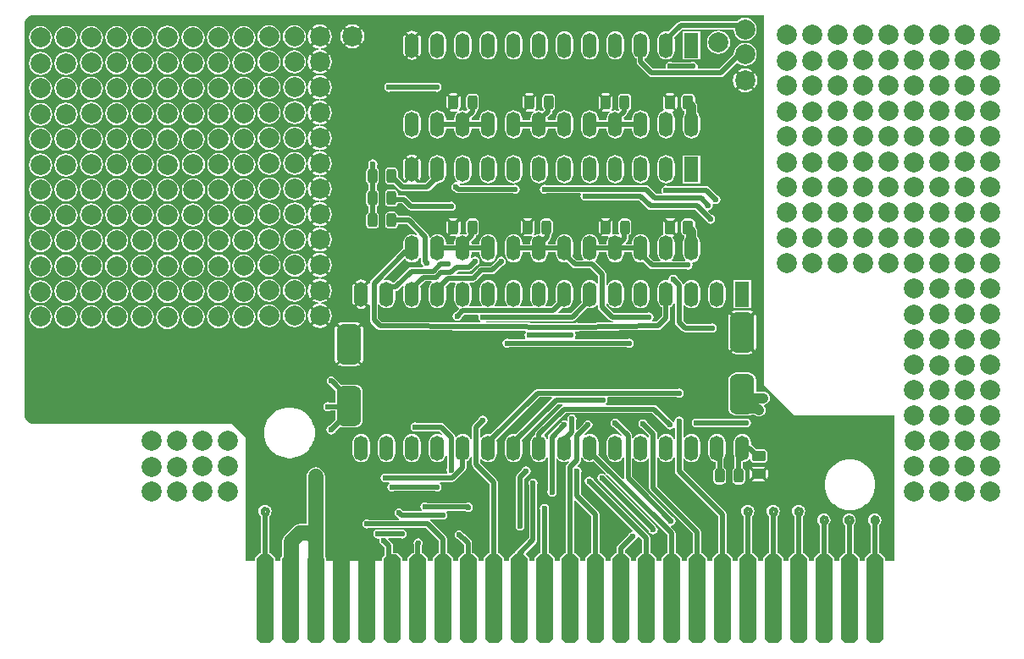
<source format=gbl>
G04*
G04 #@! TF.GenerationSoftware,Altium Limited,Altium Designer,19.0.7 (175)*
G04*
G04 Layer_Physical_Order=2*
G04 Layer_Color=16711680*
%FSLAX25Y25*%
%MOIN*%
G70*
G01*
G75*
%ADD21C,0.01575*%
%ADD22R,0.00394X0.00394*%
%ADD23R,0.00394X0.00394*%
G04:AMPARAMS|DCode=25|XSize=66mil|YSize=350mil|CornerRadius=0mil|HoleSize=0mil|Usage=FLASHONLY|Rotation=0.000|XOffset=0mil|YOffset=0mil|HoleType=Round|Shape=Octagon|*
%AMOCTAGOND25*
4,1,8,-0.01650,0.17500,0.01650,0.17500,0.03300,0.15850,0.03300,-0.15850,0.01650,-0.17500,-0.01650,-0.17500,-0.03300,-0.15850,-0.03300,0.15850,-0.01650,0.17500,0.0*
%
%ADD25OCTAGOND25*%

%ADD26C,0.01968*%
%ADD27C,0.03937*%
%ADD28C,0.07874*%
%ADD29R,0.05512X0.09843*%
%ADD30O,0.05512X0.09843*%
%ADD31C,0.02362*%
G04:AMPARAMS|DCode=32|XSize=55.12mil|YSize=41.34mil|CornerRadius=10.34mil|HoleSize=0mil|Usage=FLASHONLY|Rotation=90.000|XOffset=0mil|YOffset=0mil|HoleType=Round|Shape=RoundedRectangle|*
%AMROUNDEDRECTD32*
21,1,0.05512,0.02067,0,0,90.0*
21,1,0.03445,0.04134,0,0,90.0*
1,1,0.02067,0.01034,0.01722*
1,1,0.02067,0.01034,-0.01722*
1,1,0.02067,-0.01034,-0.01722*
1,1,0.02067,-0.01034,0.01722*
%
%ADD32ROUNDEDRECTD32*%
G04:AMPARAMS|DCode=33|XSize=55.12mil|YSize=37.4mil|CornerRadius=9.35mil|HoleSize=0mil|Usage=FLASHONLY|Rotation=90.000|XOffset=0mil|YOffset=0mil|HoleType=Round|Shape=RoundedRectangle|*
%AMROUNDEDRECTD33*
21,1,0.05512,0.01870,0,0,90.0*
21,1,0.03642,0.03740,0,0,90.0*
1,1,0.01870,0.00935,0.01821*
1,1,0.01870,0.00935,-0.01821*
1,1,0.01870,-0.00935,-0.01821*
1,1,0.01870,-0.00935,0.01821*
%
%ADD33ROUNDEDRECTD33*%
G04:AMPARAMS|DCode=34|XSize=55.12mil|YSize=41.34mil|CornerRadius=10.34mil|HoleSize=0mil|Usage=FLASHONLY|Rotation=180.000|XOffset=0mil|YOffset=0mil|HoleType=Round|Shape=RoundedRectangle|*
%AMROUNDEDRECTD34*
21,1,0.05512,0.02067,0,0,180.0*
21,1,0.03445,0.04134,0,0,180.0*
1,1,0.02067,-0.01722,0.01034*
1,1,0.02067,0.01722,0.01034*
1,1,0.02067,0.01722,-0.01034*
1,1,0.02067,-0.01722,-0.01034*
%
%ADD34ROUNDEDRECTD34*%
G04:AMPARAMS|DCode=35|XSize=96.46mil|YSize=157.48mil|CornerRadius=24.11mil|HoleSize=0mil|Usage=FLASHONLY|Rotation=0.000|XOffset=0mil|YOffset=0mil|HoleType=Round|Shape=RoundedRectangle|*
%AMROUNDEDRECTD35*
21,1,0.09646,0.10925,0,0,0.0*
21,1,0.04823,0.15748,0,0,0.0*
1,1,0.04823,0.02411,-0.05463*
1,1,0.04823,-0.02411,-0.05463*
1,1,0.04823,-0.02411,0.05463*
1,1,0.04823,0.02411,0.05463*
%
%ADD35ROUNDEDRECTD35*%
%ADD36C,0.05906*%
G36*
X292126Y-146850D02*
X303937Y-158661D01*
X343307D01*
Y-216142D01*
X339560D01*
Y-214957D01*
X337615Y-213012D01*
X337275D01*
Y-201993D01*
X337494Y-201825D01*
X337905Y-201291D01*
X338162Y-200668D01*
X338250Y-200000D01*
X338162Y-199332D01*
X337905Y-198709D01*
X337494Y-198175D01*
X336960Y-197765D01*
X336337Y-197507D01*
X335669Y-197419D01*
X335001Y-197507D01*
X334379Y-197765D01*
X333844Y-198175D01*
X333434Y-198709D01*
X333176Y-199332D01*
X333088Y-200000D01*
X333176Y-200668D01*
X333434Y-201291D01*
X333844Y-201825D01*
X334064Y-201993D01*
Y-213012D01*
X333724D01*
X331779Y-214957D01*
Y-216142D01*
X329560D01*
Y-214957D01*
X327615Y-213012D01*
X327275D01*
Y-201953D01*
X327416Y-201845D01*
X327826Y-201310D01*
X328084Y-200688D01*
X328172Y-200020D01*
X328084Y-199352D01*
X327826Y-198729D01*
X327416Y-198195D01*
X326881Y-197784D01*
X326259Y-197527D01*
X325590Y-197439D01*
X324922Y-197527D01*
X324300Y-197784D01*
X323765Y-198195D01*
X323355Y-198729D01*
X323097Y-199352D01*
X323009Y-200020D01*
X323097Y-200688D01*
X323355Y-201310D01*
X323765Y-201845D01*
X324064Y-202074D01*
Y-213012D01*
X323724D01*
X321779Y-214957D01*
Y-216142D01*
X319560D01*
Y-214957D01*
X317615Y-213012D01*
X317275D01*
Y-201978D01*
X317475Y-201825D01*
X317885Y-201291D01*
X318143Y-200668D01*
X318231Y-200000D01*
X318143Y-199332D01*
X317885Y-198709D01*
X317475Y-198175D01*
X316940Y-197765D01*
X316318Y-197507D01*
X315650Y-197419D01*
X314982Y-197507D01*
X314359Y-197765D01*
X313825Y-198175D01*
X313414Y-198709D01*
X313156Y-199332D01*
X313069Y-200000D01*
X313156Y-200668D01*
X313414Y-201291D01*
X313825Y-201825D01*
X314064Y-202009D01*
Y-213012D01*
X313724D01*
X311779Y-214957D01*
Y-216142D01*
X309560D01*
Y-214957D01*
X307615Y-213012D01*
X307275D01*
Y-198549D01*
X307494Y-198380D01*
X307905Y-197846D01*
X308162Y-197223D01*
X308250Y-196555D01*
X308162Y-195887D01*
X307905Y-195265D01*
X307494Y-194730D01*
X306960Y-194320D01*
X306337Y-194062D01*
X305669Y-193974D01*
X305001Y-194062D01*
X304379Y-194320D01*
X303844Y-194730D01*
X303434Y-195265D01*
X303176Y-195887D01*
X303088Y-196555D01*
X303176Y-197223D01*
X303434Y-197846D01*
X303844Y-198380D01*
X304064Y-198549D01*
Y-213012D01*
X303724D01*
X301779Y-214957D01*
Y-216142D01*
X299560D01*
Y-214957D01*
X297615Y-213012D01*
X297275D01*
Y-198549D01*
X297494Y-198380D01*
X297905Y-197846D01*
X298163Y-197223D01*
X298250Y-196555D01*
X298163Y-195887D01*
X297905Y-195265D01*
X297494Y-194730D01*
X296960Y-194320D01*
X296337Y-194062D01*
X295669Y-193974D01*
X295001Y-194062D01*
X294379Y-194320D01*
X293844Y-194730D01*
X293434Y-195265D01*
X293176Y-195887D01*
X293088Y-196555D01*
X293176Y-197223D01*
X293434Y-197846D01*
X293844Y-198380D01*
X294064Y-198549D01*
Y-213012D01*
X293724D01*
X291779Y-214957D01*
Y-216142D01*
X289560D01*
Y-214957D01*
X287615Y-213012D01*
X287275D01*
Y-198549D01*
X287494Y-198380D01*
X287905Y-197846D01*
X288162Y-197223D01*
X288250Y-196555D01*
X288162Y-195887D01*
X287905Y-195265D01*
X287494Y-194730D01*
X286960Y-194320D01*
X286337Y-194062D01*
X285669Y-193974D01*
X285001Y-194062D01*
X284379Y-194320D01*
X283844Y-194730D01*
X283434Y-195265D01*
X283176Y-195887D01*
X283088Y-196555D01*
X283176Y-197223D01*
X283434Y-197846D01*
X283844Y-198380D01*
X284064Y-198549D01*
Y-213012D01*
X283724D01*
X281779Y-214957D01*
Y-216142D01*
X279560D01*
Y-214957D01*
X277615Y-213012D01*
X277275D01*
Y-197717D01*
X277275Y-197716D01*
X277153Y-197102D01*
X276805Y-196581D01*
X260267Y-180044D01*
Y-175868D01*
X260767Y-175698D01*
X261157Y-176206D01*
X261856Y-176742D01*
X262670Y-177079D01*
X263543Y-177194D01*
X264417Y-177079D01*
X265231Y-176742D01*
X265930Y-176206D01*
X266466Y-175507D01*
X266804Y-174692D01*
X266919Y-173819D01*
Y-169488D01*
X266804Y-168615D01*
X266466Y-167800D01*
X265930Y-167102D01*
X265231Y-166565D01*
X264417Y-166228D01*
X263543Y-166113D01*
X262670Y-166228D01*
X261856Y-166565D01*
X261157Y-167102D01*
X260767Y-167609D01*
X260267Y-167439D01*
Y-161810D01*
X260330Y-161715D01*
X260468Y-161024D01*
X260330Y-160332D01*
X259939Y-159746D01*
X259353Y-159355D01*
X258661Y-159217D01*
X257970Y-159355D01*
X257384Y-159746D01*
X256993Y-160332D01*
X256855Y-161024D01*
X256879Y-161145D01*
X256408Y-161340D01*
X256395Y-161321D01*
X255809Y-160930D01*
X255698Y-160907D01*
X249954Y-155164D01*
X249433Y-154816D01*
X248819Y-154694D01*
X248819Y-154694D01*
X229929D01*
X229777Y-154194D01*
X230017Y-154033D01*
X230409Y-153447D01*
X230546Y-152756D01*
X230417Y-152106D01*
X230430Y-151985D01*
X230633Y-151606D01*
X257876D01*
X257970Y-151669D01*
X258661Y-151806D01*
X259353Y-151669D01*
X259939Y-151277D01*
X260330Y-150691D01*
X260468Y-150000D01*
X260330Y-149309D01*
X259939Y-148723D01*
X259353Y-148331D01*
X258661Y-148194D01*
X257970Y-148331D01*
X257876Y-148394D01*
X203031D01*
X202417Y-148517D01*
X201896Y-148865D01*
X201896Y-148865D01*
X184499Y-166262D01*
X184417Y-166228D01*
X183543Y-166113D01*
X182670Y-166228D01*
X181856Y-166565D01*
X181157Y-167102D01*
X180846Y-167507D01*
X180346Y-167337D01*
Y-164051D01*
X182076Y-162321D01*
X182187Y-162299D01*
X182773Y-161907D01*
X183165Y-161321D01*
X183302Y-160630D01*
X183165Y-159939D01*
X182773Y-159353D01*
X182187Y-158961D01*
X181496Y-158824D01*
X180805Y-158961D01*
X180219Y-159353D01*
X179827Y-159939D01*
X179805Y-160050D01*
X177605Y-162250D01*
X177257Y-162771D01*
X177135Y-163386D01*
X177135Y-163386D01*
Y-168107D01*
X176635Y-168206D01*
X176466Y-167800D01*
X175930Y-167102D01*
X175231Y-166565D01*
X174417Y-166228D01*
X173543Y-166113D01*
X172670Y-166228D01*
X171856Y-166565D01*
X171157Y-167102D01*
X170993Y-167315D01*
X170915Y-167319D01*
X170470Y-167174D01*
X170381Y-166726D01*
X170033Y-166205D01*
X170033Y-166205D01*
X166078Y-162250D01*
X165557Y-161902D01*
X164943Y-161780D01*
X164943Y-161780D01*
X155510D01*
X155416Y-161717D01*
X154724Y-161580D01*
X154033Y-161717D01*
X153447Y-162109D01*
X153056Y-162695D01*
X152918Y-163386D01*
X153056Y-164077D01*
X153447Y-164663D01*
X154033Y-165055D01*
X154724Y-165192D01*
X155416Y-165055D01*
X155510Y-164991D01*
X164278D01*
X165366Y-166080D01*
X165083Y-166504D01*
X164417Y-166228D01*
X163543Y-166113D01*
X162670Y-166228D01*
X161856Y-166565D01*
X161157Y-167102D01*
X160620Y-167800D01*
X160283Y-168615D01*
X160168Y-169488D01*
Y-173819D01*
X160283Y-174692D01*
X160620Y-175507D01*
X161157Y-176206D01*
X161856Y-176742D01*
X162670Y-177079D01*
X163543Y-177194D01*
X164417Y-177079D01*
X165231Y-176742D01*
X165930Y-176206D01*
X166466Y-175507D01*
X166804Y-174692D01*
X167292Y-174770D01*
Y-179529D01*
X167229Y-179624D01*
X167091Y-180315D01*
X167229Y-181006D01*
X167464Y-181359D01*
X167197Y-181859D01*
X143699D01*
X143605Y-181796D01*
X142913Y-181658D01*
X142222Y-181796D01*
X141636Y-182187D01*
X141244Y-182773D01*
X141107Y-183465D01*
X141244Y-184156D01*
X141636Y-184742D01*
X142222Y-185133D01*
X142913Y-185271D01*
X143605Y-185133D01*
X143699Y-185070D01*
X144480D01*
X144632Y-185570D01*
X144392Y-185731D01*
X144000Y-186317D01*
X143863Y-187008D01*
X144000Y-187699D01*
X144392Y-188285D01*
X144978Y-188677D01*
X145669Y-188814D01*
X146361Y-188677D01*
X146455Y-188613D01*
X162600D01*
X162695Y-188677D01*
X163386Y-188814D01*
X164077Y-188677D01*
X164663Y-188285D01*
X165055Y-187699D01*
X165192Y-187008D01*
X165055Y-186317D01*
X164663Y-185731D01*
X164423Y-185570D01*
X164575Y-185070D01*
X169367D01*
X169367Y-185070D01*
X169982Y-184948D01*
X170502Y-184600D01*
X174439Y-180663D01*
X174440Y-180663D01*
X174787Y-180142D01*
X174910Y-179527D01*
X174910Y-179527D01*
Y-176875D01*
X175231Y-176742D01*
X175930Y-176206D01*
X176466Y-175507D01*
X176635Y-175101D01*
X177135Y-175200D01*
Y-178268D01*
X177135Y-178268D01*
X177257Y-178882D01*
X177605Y-179403D01*
X184064Y-185862D01*
Y-213012D01*
X183724D01*
X181779Y-214957D01*
Y-216142D01*
X179560D01*
Y-214957D01*
X177615Y-213012D01*
X177216D01*
Y-209075D01*
X177216Y-209075D01*
X177094Y-208460D01*
X176746Y-207939D01*
X176746Y-207939D01*
X174757Y-205951D01*
X174237Y-205603D01*
X174094Y-205575D01*
X173681Y-205163D01*
X173325Y-204628D01*
X172739Y-204237D01*
X172047Y-204099D01*
X171356Y-204237D01*
X170770Y-204628D01*
X170378Y-205214D01*
X170241Y-205906D01*
X170378Y-206597D01*
X170770Y-207183D01*
X171356Y-207574D01*
X171600Y-207623D01*
X172199Y-208222D01*
X172199Y-208222D01*
X172720Y-208570D01*
X172863Y-208598D01*
X174005Y-209740D01*
Y-213012D01*
X173724D01*
X171779Y-214957D01*
Y-216142D01*
X169560D01*
Y-214957D01*
X167615Y-213012D01*
X167275D01*
Y-207402D01*
X167275Y-207402D01*
X167153Y-206787D01*
X166805Y-206266D01*
X166805Y-206266D01*
X160978Y-200439D01*
X160643Y-200216D01*
X160795Y-199716D01*
X164883D01*
X164978Y-199779D01*
X165669Y-199917D01*
X166360Y-199779D01*
X166947Y-199388D01*
X167338Y-198802D01*
X167476Y-198110D01*
X167338Y-197419D01*
X167076Y-197027D01*
X167320Y-196527D01*
X174825D01*
X174978Y-196630D01*
X175669Y-196767D01*
X176360Y-196630D01*
X176947Y-196238D01*
X177338Y-195652D01*
X177476Y-194961D01*
X177338Y-194269D01*
X176947Y-193683D01*
X176360Y-193292D01*
X175669Y-193154D01*
X174978Y-193292D01*
X174942Y-193316D01*
X159506D01*
X159353Y-193213D01*
X158661Y-193076D01*
X157970Y-193213D01*
X157384Y-193605D01*
X156993Y-194191D01*
X156855Y-194882D01*
X156993Y-195573D01*
X157281Y-196005D01*
X157070Y-196505D01*
X150062D01*
X149703Y-195967D01*
X149117Y-195575D01*
X148425Y-195438D01*
X147734Y-195575D01*
X147148Y-195967D01*
X146756Y-196553D01*
X146619Y-197244D01*
X146756Y-197935D01*
X147148Y-198521D01*
X147734Y-198913D01*
X147845Y-198935D01*
X148156Y-199246D01*
X148156Y-199246D01*
X148491Y-199469D01*
X148339Y-199969D01*
X136613D01*
X136518Y-199906D01*
X135827Y-199768D01*
X135135Y-199906D01*
X134549Y-200297D01*
X134158Y-200884D01*
X134020Y-201575D01*
X134158Y-202266D01*
X134549Y-202852D01*
X135135Y-203244D01*
X135827Y-203381D01*
X136518Y-203244D01*
X136613Y-203181D01*
X159177D01*
X164064Y-208067D01*
Y-213012D01*
X163724D01*
X161779Y-214957D01*
Y-216142D01*
X159560D01*
Y-214957D01*
X157615Y-213012D01*
X157436D01*
Y-209954D01*
X157574Y-209746D01*
X157712Y-209055D01*
X157574Y-208364D01*
X157183Y-207778D01*
X156597Y-207386D01*
X155905Y-207249D01*
X155214Y-207386D01*
X154628Y-207778D01*
X154237Y-208364D01*
X154099Y-209055D01*
X154225Y-209685D01*
Y-213012D01*
X153724D01*
X151779Y-214957D01*
Y-216142D01*
X149560D01*
Y-214957D01*
X147615Y-213012D01*
X146033D01*
Y-210175D01*
X146033Y-210175D01*
X145910Y-209561D01*
X145562Y-209040D01*
X145562Y-209040D01*
X144211Y-207688D01*
X144197Y-207617D01*
X144209Y-207497D01*
X144412Y-207118D01*
X148820D01*
X148915Y-207181D01*
X149606Y-207318D01*
X150298Y-207181D01*
X150884Y-206789D01*
X151275Y-206203D01*
X151413Y-205512D01*
X151275Y-204821D01*
X150884Y-204235D01*
X150298Y-203843D01*
X149606Y-203705D01*
X148915Y-203843D01*
X148820Y-203906D01*
X140943D01*
X140849Y-203843D01*
X140157Y-203705D01*
X139466Y-203843D01*
X138880Y-204235D01*
X138489Y-204821D01*
X138351Y-205512D01*
X138489Y-206203D01*
X138880Y-206789D01*
X139466Y-207181D01*
X140157Y-207318D01*
X140463Y-207258D01*
X140603Y-207373D01*
X140827Y-207695D01*
X140713Y-208268D01*
X140851Y-208959D01*
X141242Y-209545D01*
X141828Y-209937D01*
X141940Y-209959D01*
X142821Y-210840D01*
Y-213914D01*
X141779Y-214957D01*
Y-216142D01*
X119560D01*
Y-214957D01*
X119243Y-214640D01*
Y-207424D01*
Y-182857D01*
X119121Y-181932D01*
X118764Y-181070D01*
X118196Y-180330D01*
X117456Y-179762D01*
X116594Y-179405D01*
X115669Y-179283D01*
X114744Y-179405D01*
X113882Y-179762D01*
X113142Y-180330D01*
X112574Y-181070D01*
X112217Y-181932D01*
X112095Y-182857D01*
Y-201254D01*
X111720Y-201584D01*
X111417Y-201544D01*
X109449D01*
X108524Y-201666D01*
X107662Y-202023D01*
X106922Y-202591D01*
X103489Y-206023D01*
X102921Y-206764D01*
X102564Y-207625D01*
X102443Y-208550D01*
Y-214293D01*
X101779Y-214957D01*
Y-216142D01*
X99560D01*
Y-214957D01*
X97615Y-213012D01*
X97275D01*
Y-198549D01*
X97494Y-198380D01*
X97905Y-197846D01*
X98163Y-197223D01*
X98250Y-196555D01*
X98163Y-195887D01*
X97905Y-195265D01*
X97494Y-194730D01*
X96960Y-194320D01*
X96337Y-194062D01*
X95669Y-193974D01*
X95001Y-194062D01*
X94379Y-194320D01*
X93844Y-194730D01*
X93434Y-195265D01*
X93176Y-195887D01*
X93088Y-196555D01*
X93176Y-197223D01*
X93434Y-197846D01*
X93844Y-198380D01*
X94064Y-198549D01*
Y-213012D01*
X93724D01*
X91779Y-214957D01*
Y-216142D01*
X88381D01*
X88028Y-215787D01*
X88103Y-198509D01*
X88095Y-198470D01*
X88100Y-198432D01*
X88095Y-198379D01*
X88079Y-198051D01*
X88065Y-197993D01*
X88065Y-197933D01*
X87978Y-197494D01*
Y-167505D01*
X82677Y-162205D01*
X37275D01*
X36911Y-162132D01*
X36851D01*
X36794Y-162118D01*
X36457Y-162101D01*
X36450Y-162102D01*
X36444Y-162101D01*
X36388Y-162099D01*
X36375Y-162101D01*
X36362Y-162099D01*
X4626Y-162100D01*
X4268D01*
X3565Y-161961D01*
X2904Y-161687D01*
X2308Y-161289D01*
X1802Y-160782D01*
X1404Y-160187D01*
X1130Y-159525D01*
X990Y-158823D01*
X990Y-158465D01*
Y-4728D01*
X990Y-4366D01*
X1130Y-3664D01*
X1404Y-3002D01*
X1802Y-2407D01*
X2308Y-1900D01*
X2904Y-1503D01*
X3565Y-1228D01*
X4268Y-1089D01*
X292126D01*
Y-146850D01*
D02*
G37*
G36*
X253427Y-163178D02*
X253449Y-163290D01*
X253841Y-163876D01*
X254427Y-164267D01*
X255118Y-164405D01*
X255809Y-164267D01*
X256395Y-163876D01*
X256556Y-163636D01*
X257056Y-163787D01*
Y-167917D01*
X256556Y-168016D01*
X256466Y-167800D01*
X255930Y-167102D01*
X255231Y-166565D01*
X254417Y-166228D01*
X253543Y-166113D01*
X252670Y-166228D01*
X251856Y-166565D01*
X251157Y-167102D01*
X250620Y-167800D01*
X250531Y-168016D01*
X250031Y-167917D01*
Y-166142D01*
X250031Y-166142D01*
X249909Y-165527D01*
X249561Y-165006D01*
X246179Y-161625D01*
X246157Y-161513D01*
X245765Y-160927D01*
X245179Y-160536D01*
X244488Y-160398D01*
X243797Y-160536D01*
X243211Y-160927D01*
X242819Y-161513D01*
X242682Y-162205D01*
X242819Y-162896D01*
X243211Y-163482D01*
X243797Y-163874D01*
X243909Y-163896D01*
X246819Y-166807D01*
Y-167439D01*
X246320Y-167609D01*
X245930Y-167102D01*
X245231Y-166565D01*
X244417Y-166228D01*
X243543Y-166113D01*
X242670Y-166228D01*
X241856Y-166565D01*
X241157Y-167102D01*
X240688Y-167712D01*
X240329Y-167651D01*
X240188Y-167579D01*
Y-166850D01*
X240188Y-166850D01*
X240066Y-166236D01*
X239718Y-165715D01*
X235234Y-161231D01*
X235212Y-161120D01*
X234821Y-160534D01*
X234235Y-160142D01*
X233543Y-160005D01*
X232852Y-160142D01*
X232266Y-160534D01*
X231874Y-161120D01*
X231737Y-161811D01*
X231874Y-162502D01*
X232266Y-163088D01*
X232852Y-163480D01*
X232964Y-163502D01*
X235942Y-166480D01*
X235611Y-166857D01*
X235231Y-166565D01*
X234417Y-166228D01*
X233543Y-166113D01*
X232670Y-166228D01*
X231856Y-166565D01*
X231157Y-167102D01*
X230620Y-167800D01*
X230283Y-168615D01*
X230168Y-169488D01*
Y-173819D01*
X230283Y-174692D01*
X230620Y-175507D01*
X231157Y-176206D01*
X231856Y-176742D01*
X232670Y-177079D01*
X233543Y-177194D01*
X234417Y-177079D01*
X235231Y-176742D01*
X235930Y-176206D01*
X236466Y-175507D01*
X236477Y-175481D01*
X236977Y-175580D01*
Y-183465D01*
X236977Y-183465D01*
X237012Y-183641D01*
X236551Y-183887D01*
X226868Y-174204D01*
X226919Y-173819D01*
Y-169488D01*
X226804Y-168615D01*
X226466Y-167800D01*
X225930Y-167102D01*
X225231Y-166565D01*
X224417Y-166228D01*
X223543Y-166113D01*
X222670Y-166228D01*
X221856Y-166565D01*
X221814Y-166597D01*
X221483Y-166221D01*
X223414Y-164289D01*
X223526Y-164267D01*
X224112Y-163876D01*
X224503Y-163290D01*
X224641Y-162598D01*
X224503Y-161907D01*
X224112Y-161321D01*
X223526Y-160930D01*
X222835Y-160792D01*
X222143Y-160930D01*
X221557Y-161321D01*
X221166Y-161907D01*
X221144Y-162019D01*
X218603Y-164559D01*
X218141Y-164368D01*
Y-161022D01*
X218204Y-160927D01*
X218342Y-160236D01*
X218204Y-159545D01*
X217813Y-158959D01*
X217227Y-158567D01*
X216535Y-158430D01*
X215844Y-158567D01*
X215258Y-158959D01*
X214867Y-159545D01*
X214729Y-160236D01*
X214826Y-160723D01*
X214376Y-161024D01*
X214235Y-160930D01*
X213543Y-160792D01*
X212852Y-160930D01*
X212266Y-161321D01*
X212012Y-161702D01*
X207526Y-166188D01*
X207178Y-166708D01*
X207056Y-167323D01*
X207056Y-167323D01*
Y-167917D01*
X206556Y-168016D01*
X206466Y-167800D01*
X205930Y-167102D01*
X205622Y-166865D01*
X205590Y-166366D01*
X214051Y-157905D01*
X248154D01*
X253427Y-163178D01*
D02*
G37*
G36*
X257056Y-175390D02*
Y-180709D01*
X257056Y-180709D01*
X257178Y-181323D01*
X257526Y-181844D01*
X274064Y-198382D01*
Y-213012D01*
X273724D01*
X271779Y-214957D01*
Y-216142D01*
X269560D01*
Y-214957D01*
X267615Y-213012D01*
X267275D01*
Y-204663D01*
X267275Y-204663D01*
X267153Y-204049D01*
X266805Y-203528D01*
X250031Y-186754D01*
Y-175390D01*
X250531Y-175291D01*
X250620Y-175507D01*
X251157Y-176206D01*
X251856Y-176742D01*
X252670Y-177079D01*
X253543Y-177194D01*
X254417Y-177079D01*
X255231Y-176742D01*
X255930Y-176206D01*
X256466Y-175507D01*
X256556Y-175291D01*
X257056Y-175390D01*
D02*
G37*
G36*
X208655Y-152106D02*
X194499Y-166262D01*
X194417Y-166228D01*
X193543Y-166113D01*
X192670Y-166228D01*
X191856Y-166565D01*
X191157Y-167102D01*
X190620Y-167800D01*
X190283Y-168615D01*
X190168Y-169488D01*
Y-173819D01*
X190283Y-174692D01*
X190620Y-175507D01*
X191157Y-176206D01*
X191856Y-176742D01*
X192670Y-177079D01*
X193543Y-177194D01*
X194417Y-177079D01*
X195231Y-176742D01*
X195930Y-176206D01*
X196466Y-175507D01*
X196804Y-174692D01*
X196919Y-173819D01*
Y-169488D01*
X196804Y-168615D01*
X196770Y-168533D01*
X210941Y-154362D01*
X212620D01*
X212694Y-154584D01*
X212703Y-154862D01*
X212250Y-155164D01*
X212250Y-155164D01*
X202408Y-165006D01*
X202060Y-165527D01*
X201938Y-166142D01*
X201938Y-166142D01*
Y-166531D01*
X201856Y-166565D01*
X201157Y-167102D01*
X200620Y-167800D01*
X200283Y-168615D01*
X200168Y-169488D01*
Y-173819D01*
X200283Y-174692D01*
X200620Y-175507D01*
X201157Y-176206D01*
X201856Y-176742D01*
X202670Y-177079D01*
X203543Y-177194D01*
X204417Y-177079D01*
X205231Y-176742D01*
X205930Y-176206D01*
X206466Y-175507D01*
X206556Y-175291D01*
X207056Y-175390D01*
Y-188190D01*
X206993Y-188285D01*
X206855Y-188976D01*
X206993Y-189668D01*
X207384Y-190254D01*
X207970Y-190645D01*
X208661Y-190783D01*
X209353Y-190645D01*
X209939Y-190254D01*
X210330Y-189668D01*
X210468Y-188976D01*
X210330Y-188285D01*
X210267Y-188190D01*
Y-175868D01*
X210767Y-175698D01*
X211157Y-176206D01*
X211856Y-176742D01*
X212670Y-177079D01*
X213543Y-177194D01*
X214417Y-177079D01*
X214979Y-176846D01*
X215262Y-177270D01*
X214534Y-177998D01*
X214186Y-178519D01*
X214064Y-179134D01*
X214064Y-179134D01*
Y-213012D01*
X213724D01*
X211779Y-214957D01*
Y-216142D01*
X209560D01*
Y-214957D01*
X207615Y-213012D01*
X207275D01*
Y-196219D01*
X207338Y-196124D01*
X207476Y-195433D01*
X207338Y-194742D01*
X206947Y-194156D01*
X206361Y-193764D01*
X205669Y-193627D01*
X204978Y-193764D01*
X204392Y-194156D01*
X204000Y-194742D01*
X203863Y-195433D01*
X204000Y-196124D01*
X204064Y-196219D01*
Y-213012D01*
X203724D01*
X201779Y-214957D01*
Y-216142D01*
X199560D01*
Y-214957D01*
X197964Y-213362D01*
X202316Y-209009D01*
X202316Y-209009D01*
X202664Y-208488D01*
X202787Y-207874D01*
X202787Y-207874D01*
Y-186219D01*
X202850Y-186124D01*
X202988Y-185433D01*
X202850Y-184742D01*
X202458Y-184156D01*
X201872Y-183764D01*
X201181Y-183627D01*
X200490Y-183764D01*
X199904Y-184156D01*
X199512Y-184742D01*
X199375Y-185433D01*
X199512Y-186124D01*
X199575Y-186219D01*
Y-207209D01*
X194534Y-212250D01*
X194186Y-212771D01*
X194138Y-213012D01*
X193724D01*
X191779Y-214957D01*
Y-216142D01*
X189560D01*
Y-214957D01*
X187615Y-213012D01*
X187275D01*
Y-185197D01*
X187275Y-185197D01*
X187153Y-184582D01*
X186805Y-184062D01*
X180346Y-177603D01*
Y-175970D01*
X180846Y-175801D01*
X181157Y-176206D01*
X181856Y-176742D01*
X182670Y-177079D01*
X183543Y-177194D01*
X184417Y-177079D01*
X185231Y-176742D01*
X185930Y-176206D01*
X186466Y-175507D01*
X186804Y-174692D01*
X186919Y-173819D01*
Y-169488D01*
X186804Y-168615D01*
X186770Y-168533D01*
X203697Y-151606D01*
X208448D01*
X208655Y-152106D01*
D02*
G37*
G36*
X220620Y-175507D02*
X221157Y-176206D01*
X221856Y-176742D01*
X222670Y-177079D01*
X223543Y-177194D01*
X224417Y-177079D01*
X224972Y-176849D01*
X229825Y-181702D01*
X229507Y-182091D01*
X229342Y-181981D01*
X229038Y-181778D01*
X228346Y-181640D01*
X227655Y-181778D01*
X227069Y-182169D01*
X226678Y-182755D01*
X226540Y-183446D01*
X226678Y-184138D01*
X227069Y-184724D01*
X227655Y-185115D01*
X227767Y-185137D01*
X246632Y-204002D01*
X246756Y-204628D01*
X247148Y-205214D01*
X247734Y-205606D01*
X248425Y-205743D01*
X249116Y-205606D01*
X249703Y-205214D01*
X250094Y-204628D01*
X250232Y-203937D01*
X250094Y-203246D01*
X249839Y-202864D01*
X249833Y-202835D01*
X249485Y-202314D01*
X249485Y-202314D01*
X230037Y-182867D01*
X230015Y-182755D01*
X229812Y-182451D01*
X229702Y-182286D01*
X230090Y-181967D01*
X254064Y-205941D01*
Y-213012D01*
X253724D01*
X251779Y-214957D01*
Y-216142D01*
X249560D01*
Y-214957D01*
X247615Y-213012D01*
X247275D01*
Y-207087D01*
X247153Y-206472D01*
X246805Y-205951D01*
X246805Y-205951D01*
X224919Y-184066D01*
X224897Y-183954D01*
X224506Y-183368D01*
X223920Y-182977D01*
X223228Y-182839D01*
X222537Y-182977D01*
X221951Y-183368D01*
X221560Y-183954D01*
X221422Y-184646D01*
X221560Y-185337D01*
X221951Y-185923D01*
X222537Y-186314D01*
X222649Y-186337D01*
X240337Y-204026D01*
X240173Y-204568D01*
X239860Y-204630D01*
X239274Y-205022D01*
X238882Y-205608D01*
X238860Y-205719D01*
X234534Y-210046D01*
X234186Y-210567D01*
X234064Y-211181D01*
X234064Y-211181D01*
Y-213012D01*
X233724D01*
X231779Y-214957D01*
Y-216142D01*
X229560D01*
Y-214957D01*
X227615Y-213012D01*
X227275D01*
Y-197717D01*
X227275Y-197716D01*
X227153Y-197102D01*
X226805Y-196581D01*
X220110Y-189886D01*
Y-181494D01*
X220173Y-181400D01*
X220310Y-180709D01*
X220173Y-180017D01*
X219781Y-179431D01*
X219195Y-179040D01*
X218816Y-178964D01*
X218652Y-178422D01*
X219639Y-177435D01*
X219639Y-177435D01*
X219987Y-176914D01*
X220110Y-176299D01*
X220110Y-176299D01*
Y-175580D01*
X220610Y-175481D01*
X220620Y-175507D01*
D02*
G37*
G36*
X241157Y-176206D02*
X241856Y-176742D01*
X242670Y-177079D01*
X243543Y-177194D01*
X244417Y-177079D01*
X245231Y-176742D01*
X245930Y-176206D01*
X246320Y-175698D01*
X246819Y-175868D01*
Y-187419D01*
X246819Y-187419D01*
X246942Y-188034D01*
X247290Y-188555D01*
X264064Y-205328D01*
Y-213012D01*
X263724D01*
X261779Y-214957D01*
Y-216142D01*
X259560D01*
Y-214957D01*
X257615Y-213012D01*
X257275D01*
Y-205276D01*
X257275Y-205276D01*
X257153Y-204661D01*
X256805Y-204140D01*
X255340Y-202676D01*
X255450Y-202371D01*
X255562Y-202190D01*
X256203Y-202063D01*
X256789Y-201671D01*
X257181Y-201085D01*
X257318Y-200394D01*
X257181Y-199702D01*
X256789Y-199116D01*
X256203Y-198725D01*
X256091Y-198703D01*
X244049Y-186660D01*
X244049Y-186660D01*
X240188Y-182799D01*
Y-175728D01*
X240329Y-175656D01*
X240688Y-175595D01*
X241157Y-176206D01*
D02*
G37*
G36*
X244064Y-207752D02*
Y-213012D01*
X243724D01*
X241779Y-214957D01*
Y-216142D01*
X239560D01*
Y-214957D01*
X237615Y-213012D01*
X237275D01*
Y-211846D01*
X241131Y-207990D01*
X241242Y-207968D01*
X241828Y-207576D01*
X242220Y-206991D01*
X242282Y-206678D01*
X242825Y-206513D01*
X244064Y-207752D01*
D02*
G37*
G36*
X224064Y-198382D02*
Y-213012D01*
X223724D01*
X221779Y-214957D01*
Y-216142D01*
X219560D01*
Y-214957D01*
X217615Y-213012D01*
X217275D01*
Y-192300D01*
X217775Y-192093D01*
X224064Y-198382D01*
D02*
G37*
%LPC*%
G36*
X284646Y-2126D02*
X283464Y-2282D01*
X282362Y-2738D01*
X281417Y-3464D01*
X281379Y-3512D01*
X259252D01*
X259252Y-3512D01*
X258637Y-3635D01*
X258117Y-3983D01*
X258117Y-3983D01*
X254499Y-7600D01*
X254417Y-7566D01*
X253543Y-7451D01*
X252670Y-7566D01*
X251856Y-7904D01*
X251157Y-8440D01*
X250620Y-9139D01*
X250283Y-9953D01*
X250168Y-10827D01*
Y-15157D01*
X250283Y-16031D01*
X250620Y-16845D01*
X251157Y-17544D01*
X251856Y-18081D01*
X252670Y-18418D01*
X253543Y-18533D01*
X254417Y-18418D01*
X255231Y-18081D01*
X255930Y-17544D01*
X256466Y-16845D01*
X256804Y-16031D01*
X256919Y-15157D01*
Y-10827D01*
X256804Y-9953D01*
X256770Y-9871D01*
X259917Y-6724D01*
X280083D01*
X280235Y-7875D01*
X280691Y-8976D01*
X281417Y-9922D01*
X282362Y-10648D01*
X283464Y-11104D01*
X284646Y-11260D01*
X285828Y-11104D01*
X286929Y-10648D01*
X287875Y-9922D01*
X288600Y-8976D01*
X289057Y-7875D01*
X289212Y-6693D01*
X289057Y-5511D01*
X288600Y-4410D01*
X287875Y-3464D01*
X286929Y-2738D01*
X285828Y-2282D01*
X284646Y-2126D01*
D02*
G37*
G36*
X130091Y-4684D02*
X128858Y-4846D01*
X127709Y-5322D01*
X127194Y-5717D01*
X130091Y-8614D01*
X132988Y-5717D01*
X132474Y-5322D01*
X131325Y-4846D01*
X130091Y-4684D01*
D02*
G37*
G36*
X117244Y-4762D02*
X116011Y-4925D01*
X114862Y-5401D01*
X114347Y-5796D01*
X117244Y-8692D01*
X120141Y-5796D01*
X119627Y-5401D01*
X118477Y-4925D01*
X117244Y-4762D01*
D02*
G37*
G36*
X153543Y-7253D02*
X152618Y-7375D01*
X151756Y-7732D01*
X151489Y-7937D01*
X153543Y-9992D01*
X155598Y-7937D01*
X155330Y-7732D01*
X154468Y-7375D01*
X153543Y-7253D01*
D02*
G37*
G36*
X156433Y-8772D02*
X153961Y-11244D01*
X153543Y-10827D01*
X153126Y-11244D01*
X150654Y-8772D01*
X150448Y-9040D01*
X150091Y-9902D01*
X149969Y-10827D01*
Y-15157D01*
X150091Y-16082D01*
X150448Y-16944D01*
X150654Y-17212D01*
X153126Y-14740D01*
X153543Y-15157D01*
X153961Y-14740D01*
X156433Y-17212D01*
X156638Y-16944D01*
X156995Y-16082D01*
X157117Y-15157D01*
Y-10827D01*
X156995Y-9902D01*
X156638Y-9040D01*
X156433Y-8772D01*
D02*
G37*
G36*
X133823Y-6552D02*
X130926Y-9449D01*
X133823Y-12346D01*
X134218Y-11831D01*
X134694Y-10682D01*
X134856Y-9449D01*
X134694Y-8215D01*
X134218Y-7066D01*
X133823Y-6552D01*
D02*
G37*
G36*
X126359D02*
X125964Y-7066D01*
X125488Y-8215D01*
X125326Y-9449D01*
X125488Y-10682D01*
X125964Y-11831D01*
X126359Y-12346D01*
X129256Y-9449D01*
X126359Y-6552D01*
D02*
G37*
G36*
X120976Y-6631D02*
X118079Y-9528D01*
X120976Y-12425D01*
X121371Y-11910D01*
X121847Y-10761D01*
X122009Y-9528D01*
X121847Y-8294D01*
X121371Y-7145D01*
X120976Y-6631D01*
D02*
G37*
G36*
X113512D02*
X113117Y-7145D01*
X112641Y-8294D01*
X112479Y-9528D01*
X112641Y-10761D01*
X113117Y-11910D01*
X113512Y-12425D01*
X116409Y-9528D01*
X113512Y-6631D01*
D02*
G37*
G36*
X107244Y-4961D02*
X106062Y-5116D01*
X104961Y-5573D01*
X104015Y-6299D01*
X103289Y-7244D01*
X102833Y-8346D01*
X102678Y-9528D01*
X102833Y-10710D01*
X103289Y-11811D01*
X104015Y-12757D01*
X104961Y-13482D01*
X106062Y-13939D01*
X107244Y-14094D01*
X108426Y-13939D01*
X109527Y-13482D01*
X110473Y-12757D01*
X111199Y-11811D01*
X111655Y-10710D01*
X111811Y-9528D01*
X111655Y-8346D01*
X111199Y-7244D01*
X110473Y-6299D01*
X109527Y-5573D01*
X108426Y-5116D01*
X107244Y-4961D01*
D02*
G37*
G36*
X97244D02*
X96062Y-5116D01*
X94961Y-5573D01*
X94015Y-6299D01*
X93289Y-7244D01*
X92833Y-8346D01*
X92677Y-9528D01*
X92833Y-10710D01*
X93289Y-11811D01*
X94015Y-12757D01*
X94961Y-13482D01*
X96062Y-13939D01*
X97244Y-14094D01*
X98426Y-13939D01*
X99527Y-13482D01*
X100473Y-12757D01*
X101199Y-11811D01*
X101655Y-10710D01*
X101811Y-9528D01*
X101655Y-8346D01*
X101199Y-7244D01*
X100473Y-6299D01*
X99527Y-5573D01*
X98426Y-5116D01*
X97244Y-4961D01*
D02*
G37*
G36*
X130091Y-10284D02*
X127194Y-13181D01*
X127709Y-13576D01*
X128858Y-14052D01*
X130091Y-14214D01*
X131325Y-14052D01*
X132474Y-13576D01*
X132988Y-13181D01*
X130091Y-10284D01*
D02*
G37*
G36*
X57323Y-5276D02*
X56141Y-5432D01*
X55040Y-5888D01*
X54094Y-6613D01*
X53368Y-7559D01*
X52912Y-8661D01*
X52756Y-9843D01*
X52912Y-11024D01*
X53368Y-12126D01*
X54094Y-13072D01*
X55040Y-13797D01*
X56141Y-14254D01*
X57323Y-14409D01*
X58505Y-14254D01*
X59606Y-13797D01*
X60552Y-13072D01*
X61278Y-12126D01*
X61734Y-11024D01*
X61889Y-9843D01*
X61734Y-8661D01*
X61278Y-7559D01*
X60552Y-6613D01*
X59606Y-5888D01*
X58505Y-5432D01*
X57323Y-5276D01*
D02*
G37*
G36*
X87323Y-5355D02*
X86141Y-5510D01*
X85040Y-5966D01*
X84094Y-6692D01*
X83368Y-7638D01*
X82912Y-8739D01*
X82756Y-9921D01*
X82912Y-11103D01*
X83368Y-12205D01*
X84094Y-13150D01*
X85040Y-13876D01*
X86141Y-14332D01*
X87323Y-14488D01*
X88505Y-14332D01*
X89606Y-13876D01*
X90552Y-13150D01*
X91278Y-12205D01*
X91734Y-11103D01*
X91890Y-9921D01*
X91734Y-8739D01*
X91278Y-7638D01*
X90552Y-6692D01*
X89606Y-5966D01*
X88505Y-5510D01*
X87323Y-5355D01*
D02*
G37*
G36*
X77323D02*
X76141Y-5510D01*
X75039Y-5966D01*
X74094Y-6692D01*
X73368Y-7638D01*
X72912Y-8739D01*
X72756Y-9921D01*
X72912Y-11103D01*
X73368Y-12205D01*
X74094Y-13150D01*
X75039Y-13876D01*
X76141Y-14332D01*
X77323Y-14488D01*
X78505Y-14332D01*
X79606Y-13876D01*
X80552Y-13150D01*
X81278Y-12205D01*
X81734Y-11103D01*
X81889Y-9921D01*
X81734Y-8739D01*
X81278Y-7638D01*
X80552Y-6692D01*
X79606Y-5966D01*
X78505Y-5510D01*
X77323Y-5355D01*
D02*
G37*
G36*
X67323D02*
X66141Y-5510D01*
X65039Y-5966D01*
X64094Y-6692D01*
X63368Y-7638D01*
X62912Y-8739D01*
X62756Y-9921D01*
X62912Y-11103D01*
X63368Y-12205D01*
X64094Y-13150D01*
X65039Y-13876D01*
X66141Y-14332D01*
X67323Y-14488D01*
X68505Y-14332D01*
X69606Y-13876D01*
X70552Y-13150D01*
X71278Y-12205D01*
X71734Y-11103D01*
X71890Y-9921D01*
X71734Y-8739D01*
X71278Y-7638D01*
X70552Y-6692D01*
X69606Y-5966D01*
X68505Y-5510D01*
X67323Y-5355D01*
D02*
G37*
G36*
X47323D02*
X46141Y-5510D01*
X45039Y-5966D01*
X44094Y-6692D01*
X43368Y-7638D01*
X42912Y-8739D01*
X42756Y-9921D01*
X42912Y-11103D01*
X43368Y-12205D01*
X44094Y-13150D01*
X45039Y-13876D01*
X46141Y-14332D01*
X47323Y-14488D01*
X48505Y-14332D01*
X49606Y-13876D01*
X50552Y-13150D01*
X51278Y-12205D01*
X51734Y-11103D01*
X51889Y-9921D01*
X51734Y-8739D01*
X51278Y-7638D01*
X50552Y-6692D01*
X49606Y-5966D01*
X48505Y-5510D01*
X47323Y-5355D01*
D02*
G37*
G36*
X37323D02*
X36141Y-5510D01*
X35039Y-5966D01*
X34094Y-6692D01*
X33368Y-7638D01*
X32912Y-8739D01*
X32756Y-9921D01*
X32912Y-11103D01*
X33368Y-12205D01*
X34094Y-13150D01*
X35039Y-13876D01*
X36141Y-14332D01*
X37323Y-14488D01*
X38505Y-14332D01*
X39606Y-13876D01*
X40552Y-13150D01*
X41278Y-12205D01*
X41734Y-11103D01*
X41890Y-9921D01*
X41734Y-8739D01*
X41278Y-7638D01*
X40552Y-6692D01*
X39606Y-5966D01*
X38505Y-5510D01*
X37323Y-5355D01*
D02*
G37*
G36*
X27323D02*
X26141Y-5510D01*
X25039Y-5966D01*
X24094Y-6692D01*
X23368Y-7638D01*
X22912Y-8739D01*
X22756Y-9921D01*
X22912Y-11103D01*
X23368Y-12205D01*
X24094Y-13150D01*
X25039Y-13876D01*
X26141Y-14332D01*
X27323Y-14488D01*
X28505Y-14332D01*
X29606Y-13876D01*
X30552Y-13150D01*
X31278Y-12205D01*
X31734Y-11103D01*
X31890Y-9921D01*
X31734Y-8739D01*
X31278Y-7638D01*
X30552Y-6692D01*
X29606Y-5966D01*
X28505Y-5510D01*
X27323Y-5355D01*
D02*
G37*
G36*
X17323D02*
X16141Y-5510D01*
X15040Y-5966D01*
X14094Y-6692D01*
X13368Y-7638D01*
X12912Y-8739D01*
X12756Y-9921D01*
X12912Y-11103D01*
X13368Y-12205D01*
X14094Y-13150D01*
X15040Y-13876D01*
X16141Y-14332D01*
X17323Y-14488D01*
X18505Y-14332D01*
X19606Y-13876D01*
X20552Y-13150D01*
X21278Y-12205D01*
X21734Y-11103D01*
X21890Y-9921D01*
X21734Y-8739D01*
X21278Y-7638D01*
X20552Y-6692D01*
X19606Y-5966D01*
X18505Y-5510D01*
X17323Y-5355D01*
D02*
G37*
G36*
X7323D02*
X6141Y-5510D01*
X5040Y-5966D01*
X4094Y-6692D01*
X3368Y-7638D01*
X2912Y-8739D01*
X2756Y-9921D01*
X2912Y-11103D01*
X3368Y-12205D01*
X4094Y-13150D01*
X5040Y-13876D01*
X6141Y-14332D01*
X7323Y-14488D01*
X8505Y-14332D01*
X9606Y-13876D01*
X10552Y-13150D01*
X11278Y-12205D01*
X11734Y-11103D01*
X11890Y-9921D01*
X11734Y-8739D01*
X11278Y-7638D01*
X10552Y-6692D01*
X9606Y-5966D01*
X8505Y-5510D01*
X7323Y-5355D01*
D02*
G37*
G36*
X274157Y-7244D02*
X272975Y-7400D01*
X271874Y-7856D01*
X270928Y-8582D01*
X270202Y-9528D01*
X269746Y-10629D01*
X269590Y-11811D01*
X269746Y-12993D01*
X270202Y-14094D01*
X270928Y-15040D01*
X271874Y-15766D01*
X272975Y-16222D01*
X274157Y-16378D01*
X275339Y-16222D01*
X276440Y-15766D01*
X277386Y-15040D01*
X278112Y-14094D01*
X278568Y-12993D01*
X278724Y-11811D01*
X278568Y-10629D01*
X278112Y-9528D01*
X277386Y-8582D01*
X276440Y-7856D01*
X275339Y-7400D01*
X274157Y-7244D01*
D02*
G37*
G36*
X266890Y-7480D02*
X260197D01*
Y-18504D01*
X266890D01*
Y-7480D01*
D02*
G37*
G36*
X233543Y-7451D02*
X232670Y-7566D01*
X231856Y-7904D01*
X231157Y-8440D01*
X230620Y-9139D01*
X230283Y-9953D01*
X230168Y-10827D01*
Y-15157D01*
X230283Y-16031D01*
X230620Y-16845D01*
X231157Y-17544D01*
X231856Y-18081D01*
X232670Y-18418D01*
X233543Y-18533D01*
X234417Y-18418D01*
X235231Y-18081D01*
X235930Y-17544D01*
X236466Y-16845D01*
X236804Y-16031D01*
X236919Y-15157D01*
Y-10827D01*
X236804Y-9953D01*
X236466Y-9139D01*
X235930Y-8440D01*
X235231Y-7904D01*
X234417Y-7566D01*
X233543Y-7451D01*
D02*
G37*
G36*
X223543D02*
X222670Y-7566D01*
X221856Y-7904D01*
X221157Y-8440D01*
X220620Y-9139D01*
X220283Y-9953D01*
X220168Y-10827D01*
Y-15157D01*
X220283Y-16031D01*
X220620Y-16845D01*
X221157Y-17544D01*
X221856Y-18081D01*
X222670Y-18418D01*
X223543Y-18533D01*
X224417Y-18418D01*
X225231Y-18081D01*
X225930Y-17544D01*
X226466Y-16845D01*
X226804Y-16031D01*
X226919Y-15157D01*
Y-10827D01*
X226804Y-9953D01*
X226466Y-9139D01*
X225930Y-8440D01*
X225231Y-7904D01*
X224417Y-7566D01*
X223543Y-7451D01*
D02*
G37*
G36*
X213543D02*
X212670Y-7566D01*
X211856Y-7904D01*
X211157Y-8440D01*
X210620Y-9139D01*
X210283Y-9953D01*
X210168Y-10827D01*
Y-15157D01*
X210283Y-16031D01*
X210620Y-16845D01*
X211157Y-17544D01*
X211856Y-18081D01*
X212670Y-18418D01*
X213543Y-18533D01*
X214417Y-18418D01*
X215231Y-18081D01*
X215930Y-17544D01*
X216466Y-16845D01*
X216804Y-16031D01*
X216919Y-15157D01*
Y-10827D01*
X216804Y-9953D01*
X216466Y-9139D01*
X215930Y-8440D01*
X215231Y-7904D01*
X214417Y-7566D01*
X213543Y-7451D01*
D02*
G37*
G36*
X203543D02*
X202670Y-7566D01*
X201856Y-7904D01*
X201157Y-8440D01*
X200620Y-9139D01*
X200283Y-9953D01*
X200168Y-10827D01*
Y-15157D01*
X200283Y-16031D01*
X200620Y-16845D01*
X201157Y-17544D01*
X201856Y-18081D01*
X202670Y-18418D01*
X203543Y-18533D01*
X204417Y-18418D01*
X205231Y-18081D01*
X205930Y-17544D01*
X206466Y-16845D01*
X206804Y-16031D01*
X206919Y-15157D01*
Y-10827D01*
X206804Y-9953D01*
X206466Y-9139D01*
X205930Y-8440D01*
X205231Y-7904D01*
X204417Y-7566D01*
X203543Y-7451D01*
D02*
G37*
G36*
X193543D02*
X192670Y-7566D01*
X191856Y-7904D01*
X191157Y-8440D01*
X190620Y-9139D01*
X190283Y-9953D01*
X190168Y-10827D01*
Y-15157D01*
X190283Y-16031D01*
X190620Y-16845D01*
X191157Y-17544D01*
X191856Y-18081D01*
X192670Y-18418D01*
X193543Y-18533D01*
X194417Y-18418D01*
X195231Y-18081D01*
X195930Y-17544D01*
X196466Y-16845D01*
X196804Y-16031D01*
X196919Y-15157D01*
Y-10827D01*
X196804Y-9953D01*
X196466Y-9139D01*
X195930Y-8440D01*
X195231Y-7904D01*
X194417Y-7566D01*
X193543Y-7451D01*
D02*
G37*
G36*
X183543D02*
X182670Y-7566D01*
X181856Y-7904D01*
X181157Y-8440D01*
X180620Y-9139D01*
X180283Y-9953D01*
X180168Y-10827D01*
Y-15157D01*
X180283Y-16031D01*
X180620Y-16845D01*
X181157Y-17544D01*
X181856Y-18081D01*
X182670Y-18418D01*
X183543Y-18533D01*
X184417Y-18418D01*
X185231Y-18081D01*
X185930Y-17544D01*
X186466Y-16845D01*
X186804Y-16031D01*
X186919Y-15157D01*
Y-10827D01*
X186804Y-9953D01*
X186466Y-9139D01*
X185930Y-8440D01*
X185231Y-7904D01*
X184417Y-7566D01*
X183543Y-7451D01*
D02*
G37*
G36*
X173543D02*
X172670Y-7566D01*
X171856Y-7904D01*
X171157Y-8440D01*
X170620Y-9139D01*
X170283Y-9953D01*
X170168Y-10827D01*
Y-15157D01*
X170283Y-16031D01*
X170620Y-16845D01*
X171157Y-17544D01*
X171856Y-18081D01*
X172670Y-18418D01*
X173543Y-18533D01*
X174417Y-18418D01*
X175231Y-18081D01*
X175930Y-17544D01*
X176466Y-16845D01*
X176804Y-16031D01*
X176919Y-15157D01*
Y-10827D01*
X176804Y-9953D01*
X176466Y-9139D01*
X175930Y-8440D01*
X175231Y-7904D01*
X174417Y-7566D01*
X173543Y-7451D01*
D02*
G37*
G36*
X163543D02*
X162670Y-7566D01*
X161856Y-7904D01*
X161157Y-8440D01*
X160620Y-9139D01*
X160283Y-9953D01*
X160168Y-10827D01*
Y-15157D01*
X160283Y-16031D01*
X160620Y-16845D01*
X161157Y-17544D01*
X161856Y-18081D01*
X162670Y-18418D01*
X163543Y-18533D01*
X164417Y-18418D01*
X165231Y-18081D01*
X165930Y-17544D01*
X166466Y-16845D01*
X166804Y-16031D01*
X166919Y-15157D01*
Y-10827D01*
X166804Y-9953D01*
X166466Y-9139D01*
X165930Y-8440D01*
X165231Y-7904D01*
X164417Y-7566D01*
X163543Y-7451D01*
D02*
G37*
G36*
X117244Y-10363D02*
X114347Y-13260D01*
X114862Y-13654D01*
X116011Y-14130D01*
X116872Y-14244D01*
Y-14748D01*
X116011Y-14862D01*
X114862Y-15337D01*
X114347Y-15732D01*
X117244Y-18629D01*
X120141Y-15732D01*
X119627Y-15337D01*
X118477Y-14862D01*
X117616Y-14748D01*
Y-14244D01*
X118477Y-14130D01*
X119627Y-13654D01*
X120141Y-13260D01*
X117244Y-10363D01*
D02*
G37*
G36*
X153543Y-15993D02*
X151489Y-18047D01*
X151756Y-18252D01*
X152618Y-18610D01*
X153543Y-18731D01*
X154468Y-18610D01*
X155330Y-18252D01*
X155598Y-18047D01*
X153543Y-15993D01*
D02*
G37*
G36*
X243543Y-7451D02*
X242670Y-7566D01*
X241856Y-7904D01*
X241157Y-8440D01*
X240620Y-9139D01*
X240283Y-9953D01*
X240168Y-10827D01*
Y-15157D01*
X240283Y-16031D01*
X240620Y-16845D01*
X241157Y-17544D01*
X241856Y-18081D01*
X241938Y-18115D01*
Y-19599D01*
X241938Y-19599D01*
X242060Y-20213D01*
X242408Y-20734D01*
X246628Y-24954D01*
X246628Y-24954D01*
X247149Y-25302D01*
X247763Y-25425D01*
X247763Y-25425D01*
X275133D01*
X275133Y-25425D01*
X275747Y-25302D01*
X276268Y-24954D01*
X281440Y-19782D01*
X282362Y-20490D01*
X283464Y-20946D01*
X284646Y-21102D01*
X285828Y-20946D01*
X286929Y-20490D01*
X287875Y-19764D01*
X288600Y-18819D01*
X289057Y-17717D01*
X289212Y-16535D01*
X289057Y-15353D01*
X288600Y-14252D01*
X287875Y-13306D01*
X286929Y-12581D01*
X285828Y-12124D01*
X284646Y-11969D01*
X283464Y-12124D01*
X282362Y-12581D01*
X281417Y-13306D01*
X280691Y-14252D01*
X280235Y-15353D01*
X280079Y-16535D01*
X280087Y-16594D01*
X274468Y-22213D01*
X266223D01*
X265889Y-21713D01*
X265980Y-21260D01*
X265842Y-20569D01*
X265451Y-19983D01*
X264864Y-19591D01*
X264173Y-19454D01*
X263482Y-19591D01*
X263387Y-19654D01*
X255904D01*
X255809Y-19591D01*
X255118Y-19454D01*
X254427Y-19591D01*
X253841Y-19983D01*
X253449Y-20569D01*
X253312Y-21260D01*
X253402Y-21713D01*
X253069Y-22213D01*
X248428D01*
X245149Y-18934D01*
Y-18115D01*
X245231Y-18081D01*
X245930Y-17544D01*
X246466Y-16845D01*
X246804Y-16031D01*
X246919Y-15157D01*
Y-10827D01*
X246804Y-9953D01*
X246466Y-9139D01*
X245930Y-8440D01*
X245231Y-7904D01*
X244417Y-7566D01*
X243543Y-7451D01*
D02*
G37*
G36*
X120976Y-16567D02*
X118079Y-19464D01*
X120976Y-22361D01*
X121371Y-21847D01*
X121847Y-20698D01*
X122009Y-19464D01*
X121847Y-18231D01*
X121371Y-17082D01*
X120976Y-16567D01*
D02*
G37*
G36*
X113512D02*
X113117Y-17082D01*
X112641Y-18231D01*
X112479Y-19464D01*
X112641Y-20698D01*
X113117Y-21847D01*
X113512Y-22361D01*
X116409Y-19464D01*
X113512Y-16567D01*
D02*
G37*
G36*
X107244Y-14957D02*
X106062Y-15112D01*
X104961Y-15568D01*
X104015Y-16294D01*
X103289Y-17240D01*
X102833Y-18341D01*
X102678Y-19523D01*
X102833Y-20705D01*
X103289Y-21806D01*
X104015Y-22752D01*
X104961Y-23478D01*
X106062Y-23934D01*
X107244Y-24090D01*
X108426Y-23934D01*
X109527Y-23478D01*
X110473Y-22752D01*
X111199Y-21806D01*
X111655Y-20705D01*
X111811Y-19523D01*
X111655Y-18341D01*
X111199Y-17240D01*
X110473Y-16294D01*
X109527Y-15568D01*
X108426Y-15112D01*
X107244Y-14957D01*
D02*
G37*
G36*
X97244D02*
X96062Y-15112D01*
X94961Y-15568D01*
X94015Y-16294D01*
X93289Y-17240D01*
X92833Y-18341D01*
X92677Y-19523D01*
X92833Y-20705D01*
X93289Y-21806D01*
X94015Y-22752D01*
X94961Y-23478D01*
X96062Y-23934D01*
X97244Y-24090D01*
X98426Y-23934D01*
X99527Y-23478D01*
X100473Y-22752D01*
X101199Y-21806D01*
X101655Y-20705D01*
X101811Y-19523D01*
X101655Y-18341D01*
X101199Y-17240D01*
X100473Y-16294D01*
X99527Y-15568D01*
X98426Y-15112D01*
X97244Y-14957D01*
D02*
G37*
G36*
X117244Y-20299D02*
X114347Y-23196D01*
X114862Y-23591D01*
X116011Y-24067D01*
X117244Y-24229D01*
X118477Y-24067D01*
X119627Y-23591D01*
X120141Y-23196D01*
X117244Y-20299D01*
D02*
G37*
G36*
X87323Y-15291D02*
X86141Y-15447D01*
X85040Y-15903D01*
X84094Y-16629D01*
X83368Y-17575D01*
X82912Y-18676D01*
X82756Y-19858D01*
X82912Y-21040D01*
X83368Y-22141D01*
X84094Y-23087D01*
X85040Y-23813D01*
X86141Y-24269D01*
X87323Y-24425D01*
X88505Y-24269D01*
X89606Y-23813D01*
X90552Y-23087D01*
X91278Y-22141D01*
X91734Y-21040D01*
X91890Y-19858D01*
X91734Y-18676D01*
X91278Y-17575D01*
X90552Y-16629D01*
X89606Y-15903D01*
X88505Y-15447D01*
X87323Y-15291D01*
D02*
G37*
G36*
X27323D02*
X26141Y-15447D01*
X25039Y-15903D01*
X24094Y-16629D01*
X23368Y-17575D01*
X22912Y-18676D01*
X22756Y-19858D01*
X22912Y-21040D01*
X23368Y-22141D01*
X24094Y-23087D01*
X25039Y-23813D01*
X26141Y-24269D01*
X27323Y-24425D01*
X28505Y-24269D01*
X29606Y-23813D01*
X30552Y-23087D01*
X31278Y-22141D01*
X31734Y-21040D01*
X31890Y-19858D01*
X31734Y-18676D01*
X31278Y-17575D01*
X30552Y-16629D01*
X29606Y-15903D01*
X28505Y-15447D01*
X27323Y-15291D01*
D02*
G37*
G36*
X77323Y-15350D02*
X76141Y-15506D01*
X75039Y-15962D01*
X74094Y-16688D01*
X73368Y-17634D01*
X72912Y-18735D01*
X72756Y-19917D01*
X72912Y-21099D01*
X73368Y-22200D01*
X74094Y-23146D01*
X75039Y-23872D01*
X76141Y-24328D01*
X77323Y-24484D01*
X78505Y-24328D01*
X79606Y-23872D01*
X80552Y-23146D01*
X81278Y-22200D01*
X81734Y-21099D01*
X81889Y-19917D01*
X81734Y-18735D01*
X81278Y-17634D01*
X80552Y-16688D01*
X79606Y-15962D01*
X78505Y-15506D01*
X77323Y-15350D01*
D02*
G37*
G36*
X67323D02*
X66141Y-15506D01*
X65039Y-15962D01*
X64094Y-16688D01*
X63368Y-17634D01*
X62912Y-18735D01*
X62756Y-19917D01*
X62912Y-21099D01*
X63368Y-22200D01*
X64094Y-23146D01*
X65039Y-23872D01*
X66141Y-24328D01*
X67323Y-24484D01*
X68505Y-24328D01*
X69606Y-23872D01*
X70552Y-23146D01*
X71278Y-22200D01*
X71734Y-21099D01*
X71890Y-19917D01*
X71734Y-18735D01*
X71278Y-17634D01*
X70552Y-16688D01*
X69606Y-15962D01*
X68505Y-15506D01*
X67323Y-15350D01*
D02*
G37*
G36*
X57323D02*
X56141Y-15506D01*
X55040Y-15962D01*
X54094Y-16688D01*
X53368Y-17634D01*
X52912Y-18735D01*
X52756Y-19917D01*
X52912Y-21099D01*
X53368Y-22200D01*
X54094Y-23146D01*
X55040Y-23872D01*
X56141Y-24328D01*
X57323Y-24484D01*
X58505Y-24328D01*
X59606Y-23872D01*
X60552Y-23146D01*
X61278Y-22200D01*
X61734Y-21099D01*
X61889Y-19917D01*
X61734Y-18735D01*
X61278Y-17634D01*
X60552Y-16688D01*
X59606Y-15962D01*
X58505Y-15506D01*
X57323Y-15350D01*
D02*
G37*
G36*
X47323Y-15355D02*
X46141Y-15510D01*
X45039Y-15967D01*
X44094Y-16692D01*
X43368Y-17638D01*
X42912Y-18739D01*
X42756Y-19921D01*
X42912Y-21103D01*
X43368Y-22205D01*
X44094Y-23150D01*
X45039Y-23876D01*
X46141Y-24332D01*
X47323Y-24488D01*
X48505Y-24332D01*
X49606Y-23876D01*
X50552Y-23150D01*
X51278Y-22205D01*
X51734Y-21103D01*
X51889Y-19921D01*
X51734Y-18739D01*
X51278Y-17638D01*
X50552Y-16692D01*
X49606Y-15967D01*
X48505Y-15510D01*
X47323Y-15355D01*
D02*
G37*
G36*
X37323D02*
X36141Y-15510D01*
X35039Y-15967D01*
X34094Y-16692D01*
X33368Y-17638D01*
X32912Y-18739D01*
X32756Y-19921D01*
X32912Y-21103D01*
X33368Y-22205D01*
X34094Y-23150D01*
X35039Y-23876D01*
X36141Y-24332D01*
X37323Y-24488D01*
X38505Y-24332D01*
X39606Y-23876D01*
X40552Y-23150D01*
X41278Y-22205D01*
X41734Y-21103D01*
X41890Y-19921D01*
X41734Y-18739D01*
X41278Y-17638D01*
X40552Y-16692D01*
X39606Y-15967D01*
X38505Y-15510D01*
X37323Y-15355D01*
D02*
G37*
G36*
X17323Y-15616D02*
X16141Y-15772D01*
X15040Y-16228D01*
X14094Y-16954D01*
X13368Y-17900D01*
X12912Y-19001D01*
X12756Y-20183D01*
X12912Y-21365D01*
X13368Y-22466D01*
X14094Y-23412D01*
X15040Y-24138D01*
X16141Y-24594D01*
X17323Y-24749D01*
X18505Y-24594D01*
X19606Y-24138D01*
X20552Y-23412D01*
X21278Y-22466D01*
X21734Y-21365D01*
X21890Y-20183D01*
X21734Y-19001D01*
X21278Y-17900D01*
X20552Y-16954D01*
X19606Y-16228D01*
X18505Y-15772D01*
X17323Y-15616D01*
D02*
G37*
G36*
X7323D02*
X6141Y-15772D01*
X5040Y-16228D01*
X4094Y-16954D01*
X3368Y-17900D01*
X2912Y-19001D01*
X2756Y-20183D01*
X2912Y-21365D01*
X3368Y-22466D01*
X4094Y-23412D01*
X5040Y-24138D01*
X6141Y-24594D01*
X7323Y-24749D01*
X8505Y-24594D01*
X9606Y-24138D01*
X10552Y-23412D01*
X11278Y-22466D01*
X11734Y-21365D01*
X11890Y-20183D01*
X11734Y-19001D01*
X11278Y-17900D01*
X10552Y-16954D01*
X9606Y-16228D01*
X8505Y-15772D01*
X7323Y-15616D01*
D02*
G37*
G36*
X284646Y-22006D02*
X283412Y-22169D01*
X282263Y-22645D01*
X281749Y-23040D01*
X284646Y-25936D01*
X287543Y-23040D01*
X287028Y-22645D01*
X285879Y-22169D01*
X284646Y-22006D01*
D02*
G37*
G36*
X163386Y-27721D02*
X162695Y-27859D01*
X162600Y-27922D01*
X145274D01*
X145179Y-27859D01*
X144488Y-27721D01*
X143797Y-27859D01*
X143211Y-28250D01*
X142819Y-28836D01*
X142682Y-29528D01*
X142819Y-30219D01*
X143211Y-30805D01*
X143797Y-31196D01*
X144488Y-31334D01*
X145179Y-31196D01*
X145274Y-31133D01*
X162600D01*
X162695Y-31196D01*
X163386Y-31334D01*
X164077Y-31196D01*
X164663Y-30805D01*
X165055Y-30219D01*
X165192Y-29528D01*
X165055Y-28836D01*
X164663Y-28250D01*
X164077Y-27859D01*
X163386Y-27721D01*
D02*
G37*
G36*
X117244Y-24762D02*
X116011Y-24925D01*
X114862Y-25401D01*
X114347Y-25795D01*
X117244Y-28692D01*
X120141Y-25795D01*
X119627Y-25401D01*
X118477Y-24925D01*
X117244Y-24762D01*
D02*
G37*
G36*
X288378Y-23875D02*
X285481Y-26772D01*
X288378Y-29669D01*
X288772Y-29154D01*
X289248Y-28005D01*
X289411Y-26772D01*
X289248Y-25538D01*
X288772Y-24389D01*
X288378Y-23875D01*
D02*
G37*
G36*
X280914D02*
X280519Y-24389D01*
X280043Y-25538D01*
X279880Y-26772D01*
X280043Y-28005D01*
X280519Y-29154D01*
X280914Y-29669D01*
X283810Y-26772D01*
X280914Y-23875D01*
D02*
G37*
G36*
X284646Y-27607D02*
X281749Y-30504D01*
X282263Y-30898D01*
X283412Y-31374D01*
X284646Y-31537D01*
X285879Y-31374D01*
X287028Y-30898D01*
X287543Y-30504D01*
X284646Y-27607D01*
D02*
G37*
G36*
X120976Y-26631D02*
X118079Y-29528D01*
X120976Y-32425D01*
X121371Y-31910D01*
X121847Y-30761D01*
X122009Y-29528D01*
X121847Y-28294D01*
X121371Y-27145D01*
X120976Y-26631D01*
D02*
G37*
G36*
X113512D02*
X113117Y-27145D01*
X112641Y-28294D01*
X112479Y-29528D01*
X112641Y-30761D01*
X113117Y-31910D01*
X113512Y-32425D01*
X116409Y-29528D01*
X113512Y-26631D01*
D02*
G37*
G36*
X170817Y-31856D02*
X168947D01*
X168275Y-31990D01*
X168206Y-32036D01*
X169882Y-33712D01*
X171558Y-32036D01*
X171489Y-31990D01*
X170817Y-31856D01*
D02*
G37*
G36*
X200738D02*
X198868D01*
X198196Y-31990D01*
X198127Y-32036D01*
X199803Y-33712D01*
X201479Y-32036D01*
X201410Y-31990D01*
X200738Y-31856D01*
D02*
G37*
G36*
X230659D02*
X228789D01*
X228117Y-31990D01*
X228048Y-32036D01*
X229724Y-33712D01*
X231401Y-32036D01*
X231331Y-31990D01*
X230659Y-31856D01*
D02*
G37*
G36*
X256152Y-31854D02*
X254085D01*
X253374Y-31995D01*
X253273Y-32063D01*
X255118Y-33909D01*
X256964Y-32063D01*
X256862Y-31995D01*
X256152Y-31854D01*
D02*
G37*
G36*
X107418Y-24961D02*
X106236Y-25117D01*
X105135Y-25573D01*
X104189Y-26298D01*
X103463Y-27244D01*
X103007Y-28346D01*
X102852Y-29528D01*
X103007Y-30709D01*
X103463Y-31811D01*
X104189Y-32757D01*
X105135Y-33482D01*
X106236Y-33939D01*
X107418Y-34094D01*
X108600Y-33939D01*
X109702Y-33482D01*
X110647Y-32757D01*
X111373Y-31811D01*
X111829Y-30709D01*
X111985Y-29528D01*
X111829Y-28346D01*
X111373Y-27244D01*
X110647Y-26298D01*
X109702Y-25573D01*
X108600Y-25117D01*
X107418Y-24961D01*
D02*
G37*
G36*
X97244D02*
X96062Y-25117D01*
X94961Y-25573D01*
X94015Y-26298D01*
X93289Y-27244D01*
X92833Y-28346D01*
X92677Y-29528D01*
X92833Y-30709D01*
X93289Y-31811D01*
X94015Y-32757D01*
X94961Y-33482D01*
X96062Y-33939D01*
X97244Y-34094D01*
X98426Y-33939D01*
X99527Y-33482D01*
X100473Y-32757D01*
X101199Y-31811D01*
X101655Y-30709D01*
X101811Y-29528D01*
X101655Y-28346D01*
X101199Y-27244D01*
X100473Y-26298D01*
X99527Y-25573D01*
X98426Y-25117D01*
X97244Y-24961D01*
D02*
G37*
G36*
X87323Y-25355D02*
X86141Y-25510D01*
X85040Y-25966D01*
X84094Y-26692D01*
X83368Y-27638D01*
X82912Y-28739D01*
X82756Y-29921D01*
X82912Y-31103D01*
X83368Y-32205D01*
X84094Y-33150D01*
X85040Y-33876D01*
X86141Y-34332D01*
X87323Y-34488D01*
X88505Y-34332D01*
X89606Y-33876D01*
X90552Y-33150D01*
X91278Y-32205D01*
X91734Y-31103D01*
X91890Y-29921D01*
X91734Y-28739D01*
X91278Y-27638D01*
X90552Y-26692D01*
X89606Y-25966D01*
X88505Y-25510D01*
X87323Y-25355D01*
D02*
G37*
G36*
X77497D02*
X76315Y-25510D01*
X75214Y-25966D01*
X74268Y-26692D01*
X73542Y-27638D01*
X73086Y-28739D01*
X72930Y-29921D01*
X73086Y-31103D01*
X73542Y-32205D01*
X74268Y-33150D01*
X75214Y-33876D01*
X76315Y-34332D01*
X77497Y-34488D01*
X78679Y-34332D01*
X79780Y-33876D01*
X80726Y-33150D01*
X81452Y-32205D01*
X81908Y-31103D01*
X82064Y-29921D01*
X81908Y-28739D01*
X81452Y-27638D01*
X80726Y-26692D01*
X79780Y-25966D01*
X78679Y-25510D01*
X77497Y-25355D01*
D02*
G37*
G36*
X67323D02*
X66141Y-25510D01*
X65039Y-25966D01*
X64094Y-26692D01*
X63368Y-27638D01*
X62912Y-28739D01*
X62756Y-29921D01*
X62912Y-31103D01*
X63368Y-32205D01*
X64094Y-33150D01*
X65039Y-33876D01*
X66141Y-34332D01*
X67323Y-34488D01*
X68505Y-34332D01*
X69606Y-33876D01*
X70552Y-33150D01*
X71278Y-32205D01*
X71734Y-31103D01*
X71890Y-29921D01*
X71734Y-28739D01*
X71278Y-27638D01*
X70552Y-26692D01*
X69606Y-25966D01*
X68505Y-25510D01*
X67323Y-25355D01*
D02*
G37*
G36*
X57323D02*
X56141Y-25510D01*
X55040Y-25966D01*
X54094Y-26692D01*
X53368Y-27638D01*
X52912Y-28739D01*
X52756Y-29921D01*
X52912Y-31103D01*
X53368Y-32205D01*
X54094Y-33150D01*
X55040Y-33876D01*
X56141Y-34332D01*
X57323Y-34488D01*
X58505Y-34332D01*
X59606Y-33876D01*
X60552Y-33150D01*
X61278Y-32205D01*
X61734Y-31103D01*
X61889Y-29921D01*
X61734Y-28739D01*
X61278Y-27638D01*
X60552Y-26692D01*
X59606Y-25966D01*
X58505Y-25510D01*
X57323Y-25355D01*
D02*
G37*
G36*
X47323D02*
X46141Y-25510D01*
X45039Y-25966D01*
X44094Y-26692D01*
X43368Y-27638D01*
X42912Y-28739D01*
X42756Y-29921D01*
X42912Y-31103D01*
X43368Y-32205D01*
X44094Y-33150D01*
X45039Y-33876D01*
X46141Y-34332D01*
X47323Y-34488D01*
X48505Y-34332D01*
X49606Y-33876D01*
X50552Y-33150D01*
X51278Y-32205D01*
X51734Y-31103D01*
X51889Y-29921D01*
X51734Y-28739D01*
X51278Y-27638D01*
X50552Y-26692D01*
X49606Y-25966D01*
X48505Y-25510D01*
X47323Y-25355D01*
D02*
G37*
G36*
X37323D02*
X36141Y-25510D01*
X35039Y-25966D01*
X34094Y-26692D01*
X33368Y-27638D01*
X32912Y-28739D01*
X32756Y-29921D01*
X32912Y-31103D01*
X33368Y-32205D01*
X34094Y-33150D01*
X35039Y-33876D01*
X36141Y-34332D01*
X37323Y-34488D01*
X38505Y-34332D01*
X39606Y-33876D01*
X40552Y-33150D01*
X41278Y-32205D01*
X41734Y-31103D01*
X41890Y-29921D01*
X41734Y-28739D01*
X41278Y-27638D01*
X40552Y-26692D01*
X39606Y-25966D01*
X38505Y-25510D01*
X37323Y-25355D01*
D02*
G37*
G36*
X27323D02*
X26141Y-25510D01*
X25039Y-25966D01*
X24094Y-26692D01*
X23368Y-27638D01*
X22912Y-28739D01*
X22756Y-29921D01*
X22912Y-31103D01*
X23368Y-32205D01*
X24094Y-33150D01*
X25039Y-33876D01*
X26141Y-34332D01*
X27323Y-34488D01*
X28505Y-34332D01*
X29606Y-33876D01*
X30552Y-33150D01*
X31278Y-32205D01*
X31734Y-31103D01*
X31890Y-29921D01*
X31734Y-28739D01*
X31278Y-27638D01*
X30552Y-26692D01*
X29606Y-25966D01*
X28505Y-25510D01*
X27323Y-25355D01*
D02*
G37*
G36*
X17323D02*
X16141Y-25510D01*
X15040Y-25966D01*
X14094Y-26692D01*
X13368Y-27638D01*
X12912Y-28739D01*
X12756Y-29921D01*
X12912Y-31103D01*
X13368Y-32205D01*
X14094Y-33150D01*
X15040Y-33876D01*
X16141Y-34332D01*
X17323Y-34488D01*
X18505Y-34332D01*
X19606Y-33876D01*
X20552Y-33150D01*
X21278Y-32205D01*
X21734Y-31103D01*
X21890Y-29921D01*
X21734Y-28739D01*
X21278Y-27638D01*
X20552Y-26692D01*
X19606Y-25966D01*
X18505Y-25510D01*
X17323Y-25355D01*
D02*
G37*
G36*
X7323D02*
X6141Y-25510D01*
X5040Y-25966D01*
X4094Y-26692D01*
X3368Y-27638D01*
X2912Y-28739D01*
X2756Y-29921D01*
X2912Y-31103D01*
X3368Y-32205D01*
X4094Y-33150D01*
X5040Y-33876D01*
X6141Y-34332D01*
X7323Y-34488D01*
X8505Y-34332D01*
X9606Y-33876D01*
X10552Y-33150D01*
X11278Y-32205D01*
X11734Y-31103D01*
X11890Y-29921D01*
X11734Y-28739D01*
X11278Y-27638D01*
X10552Y-26692D01*
X9606Y-25966D01*
X8505Y-25510D01*
X7323Y-25355D01*
D02*
G37*
G36*
X257799Y-32899D02*
X255536Y-35162D01*
X255118Y-34744D01*
X254700Y-35162D01*
X252437Y-32899D01*
X252369Y-33000D01*
X252228Y-33711D01*
Y-37156D01*
X252369Y-37866D01*
X252583Y-38186D01*
X252590Y-38227D01*
X252405Y-38779D01*
X251856Y-39006D01*
X251157Y-39542D01*
X250620Y-40242D01*
X250283Y-41056D01*
X250168Y-41929D01*
Y-46260D01*
X250283Y-47133D01*
X250620Y-47947D01*
X251157Y-48647D01*
X251856Y-49183D01*
X252670Y-49520D01*
X253543Y-49635D01*
X254417Y-49520D01*
X255231Y-49183D01*
X255930Y-48647D01*
X256466Y-47947D01*
X256804Y-47133D01*
X256919Y-46260D01*
Y-41929D01*
X256804Y-41056D01*
X256466Y-40242D01*
X255930Y-39542D01*
X255856Y-39485D01*
X256017Y-39012D01*
X256152D01*
X256862Y-38871D01*
X256964Y-38803D01*
X254700Y-36540D01*
X255536Y-35704D01*
X257799Y-37968D01*
X257867Y-37866D01*
X258008Y-37156D01*
Y-33711D01*
X257867Y-33000D01*
X257799Y-32899D01*
D02*
G37*
G36*
X117244Y-30363D02*
X114347Y-33260D01*
X114862Y-33654D01*
X116011Y-34130D01*
X116888Y-34246D01*
X117113Y-34275D01*
Y-34780D01*
X116888Y-34809D01*
X116011Y-34925D01*
X114862Y-35401D01*
X114347Y-35796D01*
X117244Y-38692D01*
X120141Y-35796D01*
X119627Y-35401D01*
X118477Y-34925D01*
X117600Y-34809D01*
X117376Y-34780D01*
Y-34275D01*
X117600Y-34246D01*
X118477Y-34130D01*
X119627Y-33654D01*
X120141Y-33260D01*
X117244Y-30363D01*
D02*
G37*
G36*
X238140Y-32057D02*
X236270D01*
X235674Y-32175D01*
X235170Y-32512D01*
X234833Y-33017D01*
X234714Y-33612D01*
Y-37254D01*
X234833Y-37849D01*
X235170Y-38354D01*
X235187Y-38525D01*
X234830Y-38840D01*
X234417Y-38669D01*
X233543Y-38554D01*
X232670Y-38669D01*
X232215Y-38857D01*
X232063Y-38682D01*
X231947Y-38427D01*
X232282Y-37926D01*
X232416Y-37254D01*
Y-33612D01*
X232282Y-32940D01*
X232236Y-32871D01*
X230142Y-34965D01*
X229724Y-34547D01*
X229307Y-34965D01*
X227213Y-32871D01*
X227167Y-32940D01*
X227033Y-33612D01*
Y-37254D01*
X227167Y-37926D01*
X227213Y-37995D01*
X229307Y-35901D01*
X230142Y-36737D01*
X228048Y-38830D01*
X228117Y-38876D01*
X228789Y-39010D01*
X230659D01*
X231158Y-38911D01*
X231370Y-39378D01*
X231157Y-39542D01*
X230620Y-40242D01*
X230283Y-41056D01*
X230168Y-41929D01*
Y-42489D01*
X226919D01*
Y-41929D01*
X226804Y-41056D01*
X226466Y-40242D01*
X225930Y-39542D01*
X225231Y-39006D01*
X224417Y-38669D01*
X223543Y-38554D01*
X222670Y-38669D01*
X221856Y-39006D01*
X221157Y-39542D01*
X220620Y-40242D01*
X220283Y-41056D01*
X220168Y-41929D01*
Y-46260D01*
X220283Y-47133D01*
X220620Y-47947D01*
X221157Y-48647D01*
X221856Y-49183D01*
X222670Y-49520D01*
X223543Y-49635D01*
X224417Y-49520D01*
X225231Y-49183D01*
X225930Y-48647D01*
X226466Y-47947D01*
X226804Y-47133D01*
X226919Y-46260D01*
Y-45700D01*
X230168D01*
Y-46260D01*
X230283Y-47133D01*
X230620Y-47947D01*
X231157Y-48647D01*
X231856Y-49183D01*
X232670Y-49520D01*
X233543Y-49635D01*
X234417Y-49520D01*
X235231Y-49183D01*
X235930Y-48647D01*
X236466Y-47947D01*
X236804Y-47133D01*
X236919Y-46260D01*
Y-45700D01*
X240168D01*
Y-46260D01*
X240283Y-47133D01*
X240620Y-47947D01*
X241157Y-48647D01*
X241856Y-49183D01*
X242670Y-49520D01*
X243543Y-49635D01*
X244417Y-49520D01*
X245231Y-49183D01*
X245930Y-48647D01*
X246466Y-47947D01*
X246804Y-47133D01*
X246919Y-46260D01*
Y-41929D01*
X246804Y-41056D01*
X246466Y-40242D01*
X245930Y-39542D01*
X245231Y-39006D01*
X244417Y-38669D01*
X243543Y-38554D01*
X242670Y-38669D01*
X241856Y-39006D01*
X241157Y-39542D01*
X240620Y-40242D01*
X240283Y-41056D01*
X240168Y-41929D01*
Y-42489D01*
X236919D01*
Y-41929D01*
X236850Y-41405D01*
X238143Y-40112D01*
X238143Y-40112D01*
X238491Y-39591D01*
X238614Y-38976D01*
Y-38715D01*
X238735Y-38691D01*
X239240Y-38354D01*
X239577Y-37849D01*
X239695Y-37254D01*
Y-33612D01*
X239577Y-33017D01*
X239240Y-32512D01*
X238735Y-32175D01*
X238140Y-32057D01*
D02*
G37*
G36*
X178297D02*
X176427D01*
X175832Y-32175D01*
X175327Y-32512D01*
X174990Y-33017D01*
X174872Y-33612D01*
Y-37254D01*
X174990Y-37849D01*
X175327Y-38354D01*
X175343Y-38511D01*
X174885Y-38863D01*
X174417Y-38669D01*
X173543Y-38554D01*
X172670Y-38669D01*
X172496Y-38741D01*
X172165Y-38337D01*
X172439Y-37926D01*
X172573Y-37254D01*
Y-33612D01*
X172439Y-32940D01*
X172393Y-32871D01*
X170299Y-34965D01*
X169882Y-34547D01*
X169464Y-34965D01*
X167370Y-32871D01*
X167324Y-32940D01*
X167191Y-33612D01*
Y-37254D01*
X167324Y-37926D01*
X167370Y-37995D01*
X169464Y-35901D01*
X170299Y-36737D01*
X168206Y-38830D01*
X168275Y-38876D01*
X168947Y-39010D01*
X170817D01*
X171103Y-38953D01*
X171315Y-39421D01*
X171157Y-39542D01*
X170620Y-40242D01*
X170283Y-41056D01*
X170168Y-41929D01*
Y-42489D01*
X166919D01*
Y-41929D01*
X166804Y-41056D01*
X166466Y-40242D01*
X165930Y-39542D01*
X165231Y-39006D01*
X164417Y-38669D01*
X163543Y-38554D01*
X162670Y-38669D01*
X161856Y-39006D01*
X161157Y-39542D01*
X160620Y-40242D01*
X160283Y-41056D01*
X160168Y-41929D01*
Y-46260D01*
X160283Y-47133D01*
X160620Y-47947D01*
X161157Y-48647D01*
X161856Y-49183D01*
X162670Y-49520D01*
X163543Y-49635D01*
X164417Y-49520D01*
X165231Y-49183D01*
X165930Y-48647D01*
X166466Y-47947D01*
X166804Y-47133D01*
X166919Y-46260D01*
Y-45700D01*
X170168D01*
Y-46260D01*
X170283Y-47133D01*
X170620Y-47947D01*
X171157Y-48647D01*
X171856Y-49183D01*
X172670Y-49520D01*
X173543Y-49635D01*
X174417Y-49520D01*
X175231Y-49183D01*
X175930Y-48647D01*
X176466Y-47947D01*
X176804Y-47133D01*
X176919Y-46260D01*
Y-45700D01*
X180168D01*
Y-46260D01*
X180283Y-47133D01*
X180620Y-47947D01*
X181157Y-48647D01*
X181856Y-49183D01*
X182670Y-49520D01*
X183543Y-49635D01*
X184417Y-49520D01*
X185231Y-49183D01*
X185930Y-48647D01*
X186466Y-47947D01*
X186804Y-47133D01*
X186919Y-46260D01*
Y-41929D01*
X186804Y-41056D01*
X186466Y-40242D01*
X185930Y-39542D01*
X185231Y-39006D01*
X184417Y-38669D01*
X183543Y-38554D01*
X182670Y-38669D01*
X181856Y-39006D01*
X181157Y-39542D01*
X180620Y-40242D01*
X180283Y-41056D01*
X180168Y-41929D01*
Y-42489D01*
X176919D01*
Y-41929D01*
X176902Y-41800D01*
X178498Y-40204D01*
X178846Y-39683D01*
X178968Y-39069D01*
X178968Y-39069D01*
Y-38641D01*
X179397Y-38354D01*
X179734Y-37849D01*
X179853Y-37254D01*
Y-33612D01*
X179734Y-33017D01*
X179397Y-32512D01*
X178893Y-32175D01*
X178297Y-32057D01*
D02*
G37*
G36*
X208219D02*
X206348D01*
X205753Y-32175D01*
X205248Y-32512D01*
X204911Y-33017D01*
X204793Y-33612D01*
Y-37254D01*
X204911Y-37849D01*
X205248Y-38354D01*
X205268Y-38552D01*
X204904Y-38871D01*
X204417Y-38669D01*
X203543Y-38554D01*
X202670Y-38669D01*
X202361Y-38797D01*
X202056Y-38382D01*
X202361Y-37926D01*
X202494Y-37254D01*
Y-33612D01*
X202361Y-32940D01*
X202314Y-32871D01*
X200221Y-34965D01*
X199803Y-34547D01*
X199386Y-34965D01*
X197292Y-32871D01*
X197246Y-32940D01*
X197112Y-33612D01*
Y-37254D01*
X197246Y-37926D01*
X197292Y-37995D01*
X199386Y-35901D01*
X200221Y-36737D01*
X198127Y-38830D01*
X198196Y-38876D01*
X198868Y-39010D01*
X200738D01*
X201131Y-38932D01*
X201343Y-39400D01*
X201157Y-39542D01*
X200620Y-40242D01*
X200283Y-41056D01*
X200168Y-41929D01*
Y-42489D01*
X196919D01*
Y-41929D01*
X196804Y-41056D01*
X196466Y-40242D01*
X195930Y-39542D01*
X195231Y-39006D01*
X194417Y-38669D01*
X193543Y-38554D01*
X192670Y-38669D01*
X191856Y-39006D01*
X191157Y-39542D01*
X190620Y-40242D01*
X190283Y-41056D01*
X190168Y-41929D01*
Y-46260D01*
X190283Y-47133D01*
X190620Y-47947D01*
X191157Y-48647D01*
X191856Y-49183D01*
X192670Y-49520D01*
X193543Y-49635D01*
X194417Y-49520D01*
X195231Y-49183D01*
X195930Y-48647D01*
X196466Y-47947D01*
X196804Y-47133D01*
X196919Y-46260D01*
Y-45700D01*
X200168D01*
Y-46260D01*
X200283Y-47133D01*
X200620Y-47947D01*
X201157Y-48647D01*
X201856Y-49183D01*
X202670Y-49520D01*
X203543Y-49635D01*
X204417Y-49520D01*
X205231Y-49183D01*
X205930Y-48647D01*
X206466Y-47947D01*
X206804Y-47133D01*
X206919Y-46260D01*
Y-45700D01*
X210168D01*
Y-46260D01*
X210283Y-47133D01*
X210620Y-47947D01*
X211157Y-48647D01*
X211856Y-49183D01*
X212670Y-49520D01*
X213543Y-49635D01*
X214417Y-49520D01*
X215231Y-49183D01*
X215930Y-48647D01*
X216466Y-47947D01*
X216804Y-47133D01*
X216919Y-46260D01*
Y-41929D01*
X216804Y-41056D01*
X216466Y-40242D01*
X215930Y-39542D01*
X215231Y-39006D01*
X214417Y-38669D01*
X213543Y-38554D01*
X212670Y-38669D01*
X211856Y-39006D01*
X211157Y-39542D01*
X210620Y-40242D01*
X210283Y-41056D01*
X210168Y-41929D01*
Y-42489D01*
X206919D01*
Y-41929D01*
X206865Y-41522D01*
X208222Y-40166D01*
X208222Y-40166D01*
X208570Y-39645D01*
X208692Y-39030D01*
X208814Y-38691D01*
X209318Y-38354D01*
X209656Y-37849D01*
X209774Y-37254D01*
Y-33612D01*
X209656Y-33017D01*
X209318Y-32512D01*
X208814Y-32175D01*
X208219Y-32057D01*
D02*
G37*
G36*
X120976Y-36631D02*
X118079Y-39528D01*
X120976Y-42424D01*
X121371Y-41910D01*
X121847Y-40761D01*
X122009Y-39528D01*
X121847Y-38294D01*
X121371Y-37145D01*
X120976Y-36631D01*
D02*
G37*
G36*
X113512D02*
X113117Y-37145D01*
X112641Y-38294D01*
X112479Y-39528D01*
X112641Y-40761D01*
X113117Y-41910D01*
X113512Y-42424D01*
X116409Y-39528D01*
X113512Y-36631D01*
D02*
G37*
G36*
X107418Y-34955D02*
X106236Y-35110D01*
X105135Y-35567D01*
X104189Y-36292D01*
X103463Y-37238D01*
X103007Y-38339D01*
X102852Y-39521D01*
X103007Y-40703D01*
X103463Y-41805D01*
X104189Y-42750D01*
X105135Y-43476D01*
X106236Y-43933D01*
X107418Y-44088D01*
X108600Y-43933D01*
X109702Y-43476D01*
X110647Y-42750D01*
X111373Y-41805D01*
X111829Y-40703D01*
X111985Y-39521D01*
X111829Y-38339D01*
X111373Y-37238D01*
X110647Y-36292D01*
X109702Y-35567D01*
X108600Y-35110D01*
X107418Y-34955D01*
D02*
G37*
G36*
X97244Y-34961D02*
X96062Y-35116D01*
X94961Y-35573D01*
X94015Y-36298D01*
X93289Y-37244D01*
X92833Y-38346D01*
X92677Y-39528D01*
X92833Y-40709D01*
X93289Y-41811D01*
X94015Y-42757D01*
X94961Y-43482D01*
X96062Y-43939D01*
X97244Y-44094D01*
X98426Y-43939D01*
X99527Y-43482D01*
X100473Y-42757D01*
X101199Y-41811D01*
X101655Y-40709D01*
X101811Y-39528D01*
X101655Y-38346D01*
X101199Y-37244D01*
X100473Y-36298D01*
X99527Y-35573D01*
X98426Y-35116D01*
X97244Y-34961D01*
D02*
G37*
G36*
X27323Y-35283D02*
X26141Y-35439D01*
X25039Y-35895D01*
X24094Y-36621D01*
X23368Y-37567D01*
X22912Y-38668D01*
X22756Y-39850D01*
X22912Y-41032D01*
X23368Y-42133D01*
X24094Y-43079D01*
X25039Y-43805D01*
X26141Y-44261D01*
X27323Y-44417D01*
X28505Y-44261D01*
X29606Y-43805D01*
X30552Y-43079D01*
X31278Y-42133D01*
X31734Y-41032D01*
X31890Y-39850D01*
X31734Y-38668D01*
X31278Y-37567D01*
X30552Y-36621D01*
X29606Y-35895D01*
X28505Y-35439D01*
X27323Y-35283D01*
D02*
G37*
G36*
X77497Y-35348D02*
X76315Y-35504D01*
X75214Y-35960D01*
X74268Y-36686D01*
X73542Y-37632D01*
X73086Y-38733D01*
X72930Y-39915D01*
X73086Y-41097D01*
X73542Y-42199D01*
X74268Y-43144D01*
X75214Y-43870D01*
X76315Y-44326D01*
X77497Y-44482D01*
X78679Y-44326D01*
X79780Y-43870D01*
X80726Y-43144D01*
X81452Y-42199D01*
X81908Y-41097D01*
X82064Y-39915D01*
X81908Y-38733D01*
X81452Y-37632D01*
X80726Y-36686D01*
X79780Y-35960D01*
X78679Y-35504D01*
X77497Y-35348D01*
D02*
G37*
G36*
X37323D02*
X36141Y-35504D01*
X35039Y-35960D01*
X34094Y-36686D01*
X33368Y-37632D01*
X32912Y-38733D01*
X32756Y-39915D01*
X32912Y-41097D01*
X33368Y-42199D01*
X34094Y-43144D01*
X35039Y-43870D01*
X36141Y-44326D01*
X37323Y-44482D01*
X38505Y-44326D01*
X39606Y-43870D01*
X40552Y-43144D01*
X41278Y-42199D01*
X41734Y-41097D01*
X41890Y-39915D01*
X41734Y-38733D01*
X41278Y-37632D01*
X40552Y-36686D01*
X39606Y-35960D01*
X38505Y-35504D01*
X37323Y-35348D01*
D02*
G37*
G36*
X87323Y-35355D02*
X86141Y-35510D01*
X85040Y-35966D01*
X84094Y-36692D01*
X83368Y-37638D01*
X82912Y-38739D01*
X82756Y-39921D01*
X82912Y-41103D01*
X83368Y-42205D01*
X84094Y-43150D01*
X85040Y-43876D01*
X86141Y-44332D01*
X87323Y-44488D01*
X88505Y-44332D01*
X89606Y-43876D01*
X90552Y-43150D01*
X91278Y-42205D01*
X91734Y-41103D01*
X91890Y-39921D01*
X91734Y-38739D01*
X91278Y-37638D01*
X90552Y-36692D01*
X89606Y-35966D01*
X88505Y-35510D01*
X87323Y-35355D01*
D02*
G37*
G36*
X67323D02*
X66141Y-35510D01*
X65039Y-35966D01*
X64094Y-36692D01*
X63368Y-37638D01*
X62912Y-38739D01*
X62756Y-39921D01*
X62912Y-41103D01*
X63368Y-42205D01*
X64094Y-43150D01*
X65039Y-43876D01*
X66141Y-44332D01*
X67323Y-44488D01*
X68505Y-44332D01*
X69606Y-43876D01*
X70552Y-43150D01*
X71278Y-42205D01*
X71734Y-41103D01*
X71890Y-39921D01*
X71734Y-38739D01*
X71278Y-37638D01*
X70552Y-36692D01*
X69606Y-35966D01*
X68505Y-35510D01*
X67323Y-35355D01*
D02*
G37*
G36*
X57323D02*
X56141Y-35510D01*
X55040Y-35966D01*
X54094Y-36692D01*
X53368Y-37638D01*
X52912Y-38739D01*
X52756Y-39921D01*
X52912Y-41103D01*
X53368Y-42205D01*
X54094Y-43150D01*
X55040Y-43876D01*
X56141Y-44332D01*
X57323Y-44488D01*
X58505Y-44332D01*
X59606Y-43876D01*
X60552Y-43150D01*
X61278Y-42205D01*
X61734Y-41103D01*
X61889Y-39921D01*
X61734Y-38739D01*
X61278Y-37638D01*
X60552Y-36692D01*
X59606Y-35966D01*
X58505Y-35510D01*
X57323Y-35355D01*
D02*
G37*
G36*
X47323D02*
X46141Y-35510D01*
X45039Y-35966D01*
X44094Y-36692D01*
X43368Y-37638D01*
X42912Y-38739D01*
X42756Y-39921D01*
X42912Y-41103D01*
X43368Y-42205D01*
X44094Y-43150D01*
X45039Y-43876D01*
X46141Y-44332D01*
X47323Y-44488D01*
X48505Y-44332D01*
X49606Y-43876D01*
X50552Y-43150D01*
X51278Y-42205D01*
X51734Y-41103D01*
X51889Y-39921D01*
X51734Y-38739D01*
X51278Y-37638D01*
X50552Y-36692D01*
X49606Y-35966D01*
X48505Y-35510D01*
X47323Y-35355D01*
D02*
G37*
G36*
X17323Y-35620D02*
X16141Y-35776D01*
X15040Y-36232D01*
X14094Y-36958D01*
X13368Y-37904D01*
X12912Y-39005D01*
X12756Y-40187D01*
X12912Y-41369D01*
X13368Y-42470D01*
X14094Y-43416D01*
X15040Y-44142D01*
X16141Y-44598D01*
X17323Y-44754D01*
X18505Y-44598D01*
X19606Y-44142D01*
X20552Y-43416D01*
X21278Y-42470D01*
X21734Y-41369D01*
X21890Y-40187D01*
X21734Y-39005D01*
X21278Y-37904D01*
X20552Y-36958D01*
X19606Y-36232D01*
X18505Y-35776D01*
X17323Y-35620D01*
D02*
G37*
G36*
X7323Y-35645D02*
X6141Y-35800D01*
X5040Y-36257D01*
X4094Y-36982D01*
X3368Y-37928D01*
X2912Y-39029D01*
X2756Y-40211D01*
X2912Y-41393D01*
X3368Y-42495D01*
X4094Y-43440D01*
X5040Y-44166D01*
X6141Y-44622D01*
X7323Y-44778D01*
X8505Y-44622D01*
X9606Y-44166D01*
X10552Y-43440D01*
X11278Y-42495D01*
X11734Y-41393D01*
X11890Y-40211D01*
X11734Y-39029D01*
X11278Y-37928D01*
X10552Y-36982D01*
X9606Y-36257D01*
X8505Y-35800D01*
X7323Y-35645D01*
D02*
G37*
G36*
X117244Y-40363D02*
X114347Y-43260D01*
X114862Y-43654D01*
X116011Y-44130D01*
X116888Y-44246D01*
X117112Y-44275D01*
Y-44780D01*
X116888Y-44809D01*
X116011Y-44925D01*
X114862Y-45401D01*
X114347Y-45796D01*
X117244Y-48692D01*
X120141Y-45796D01*
X119627Y-45401D01*
X118477Y-44925D01*
X117600Y-44809D01*
X117376Y-44780D01*
Y-44275D01*
X117600Y-44246D01*
X118477Y-44130D01*
X119627Y-43654D01*
X120141Y-43260D01*
X117244Y-40363D01*
D02*
G37*
G36*
X263238Y-32055D02*
X261171D01*
X260538Y-32181D01*
X260000Y-32540D01*
X259642Y-33077D01*
X259515Y-33711D01*
Y-37156D01*
X259642Y-37789D01*
X260000Y-38326D01*
X260538Y-38685D01*
X260661Y-38710D01*
Y-40189D01*
X260620Y-40242D01*
X260283Y-41056D01*
X260168Y-41929D01*
Y-46260D01*
X260283Y-47133D01*
X260620Y-47947D01*
X261157Y-48647D01*
X261856Y-49183D01*
X262670Y-49520D01*
X263543Y-49635D01*
X264417Y-49520D01*
X265231Y-49183D01*
X265930Y-48647D01*
X266466Y-47947D01*
X266804Y-47133D01*
X266919Y-46260D01*
Y-41929D01*
X266804Y-41056D01*
X266466Y-40242D01*
X265930Y-39542D01*
X265823Y-39460D01*
Y-37159D01*
X265735Y-36491D01*
X265477Y-35869D01*
X265067Y-35334D01*
X264894Y-35161D01*
Y-33711D01*
X264768Y-33077D01*
X264409Y-32540D01*
X263872Y-32181D01*
X263238Y-32055D01*
D02*
G37*
G36*
X153543Y-38554D02*
X152670Y-38669D01*
X151856Y-39006D01*
X151157Y-39542D01*
X150620Y-40242D01*
X150283Y-41056D01*
X150168Y-41929D01*
Y-46260D01*
X150283Y-47133D01*
X150620Y-47947D01*
X151157Y-48647D01*
X151856Y-49183D01*
X152670Y-49520D01*
X153543Y-49635D01*
X154417Y-49520D01*
X155231Y-49183D01*
X155930Y-48647D01*
X156466Y-47947D01*
X156804Y-47133D01*
X156919Y-46260D01*
Y-41929D01*
X156804Y-41056D01*
X156466Y-40242D01*
X155930Y-39542D01*
X155231Y-39006D01*
X154417Y-38669D01*
X153543Y-38554D01*
D02*
G37*
G36*
X120976Y-46631D02*
X118079Y-49528D01*
X120976Y-52425D01*
X121371Y-51910D01*
X121847Y-50761D01*
X122009Y-49528D01*
X121847Y-48294D01*
X121371Y-47145D01*
X120976Y-46631D01*
D02*
G37*
G36*
X113512D02*
X113117Y-47145D01*
X112641Y-48294D01*
X112479Y-49528D01*
X112641Y-50761D01*
X113117Y-51910D01*
X113512Y-52425D01*
X116409Y-49528D01*
X113512Y-46631D01*
D02*
G37*
G36*
X107418Y-44961D02*
X106236Y-45116D01*
X105135Y-45573D01*
X104189Y-46299D01*
X103463Y-47244D01*
X103007Y-48346D01*
X102852Y-49528D01*
X103007Y-50709D01*
X103463Y-51811D01*
X104189Y-52757D01*
X105135Y-53482D01*
X106236Y-53939D01*
X107418Y-54094D01*
X108600Y-53939D01*
X109702Y-53482D01*
X110647Y-52757D01*
X111373Y-51811D01*
X111829Y-50709D01*
X111985Y-49528D01*
X111829Y-48346D01*
X111373Y-47244D01*
X110647Y-46299D01*
X109702Y-45573D01*
X108600Y-45116D01*
X107418Y-44961D01*
D02*
G37*
G36*
X97244Y-45009D02*
X96062Y-45164D01*
X94961Y-45621D01*
X94015Y-46346D01*
X93289Y-47292D01*
X92833Y-48393D01*
X92677Y-49575D01*
X92833Y-50757D01*
X93289Y-51859D01*
X94015Y-52804D01*
X94961Y-53530D01*
X96062Y-53987D01*
X97244Y-54142D01*
X98426Y-53987D01*
X99527Y-53530D01*
X100473Y-52804D01*
X101199Y-51859D01*
X101655Y-50757D01*
X101811Y-49575D01*
X101655Y-48393D01*
X101199Y-47292D01*
X100473Y-46346D01*
X99527Y-45621D01*
X98426Y-45164D01*
X97244Y-45009D01*
D02*
G37*
G36*
X87323Y-45355D02*
X86141Y-45510D01*
X85040Y-45966D01*
X84094Y-46692D01*
X83368Y-47638D01*
X82912Y-48739D01*
X82756Y-49921D01*
X82912Y-51103D01*
X83368Y-52205D01*
X84094Y-53150D01*
X85040Y-53876D01*
X86141Y-54332D01*
X87323Y-54488D01*
X88505Y-54332D01*
X89606Y-53876D01*
X90552Y-53150D01*
X91278Y-52205D01*
X91734Y-51103D01*
X91890Y-49921D01*
X91734Y-48739D01*
X91278Y-47638D01*
X90552Y-46692D01*
X89606Y-45966D01*
X88505Y-45510D01*
X87323Y-45355D01*
D02*
G37*
G36*
X77497D02*
X76315Y-45510D01*
X75214Y-45966D01*
X74268Y-46692D01*
X73542Y-47638D01*
X73086Y-48739D01*
X72930Y-49921D01*
X73086Y-51103D01*
X73542Y-52205D01*
X74268Y-53150D01*
X75214Y-53876D01*
X76315Y-54332D01*
X77497Y-54488D01*
X78679Y-54332D01*
X79780Y-53876D01*
X80726Y-53150D01*
X81452Y-52205D01*
X81908Y-51103D01*
X82064Y-49921D01*
X81908Y-48739D01*
X81452Y-47638D01*
X80726Y-46692D01*
X79780Y-45966D01*
X78679Y-45510D01*
X77497Y-45355D01*
D02*
G37*
G36*
X47323D02*
X46141Y-45510D01*
X45039Y-45966D01*
X44094Y-46692D01*
X43368Y-47638D01*
X42912Y-48739D01*
X42756Y-49921D01*
X42912Y-51103D01*
X43368Y-52205D01*
X44094Y-53150D01*
X45039Y-53876D01*
X46141Y-54332D01*
X47323Y-54488D01*
X48505Y-54332D01*
X49606Y-53876D01*
X50552Y-53150D01*
X51278Y-52205D01*
X51734Y-51103D01*
X51889Y-49921D01*
X51734Y-48739D01*
X51278Y-47638D01*
X50552Y-46692D01*
X49606Y-45966D01*
X48505Y-45510D01*
X47323Y-45355D01*
D02*
G37*
G36*
X37323D02*
X36141Y-45510D01*
X35039Y-45966D01*
X34094Y-46692D01*
X33368Y-47638D01*
X32912Y-48739D01*
X32756Y-49921D01*
X32912Y-51103D01*
X33368Y-52205D01*
X34094Y-53150D01*
X35039Y-53876D01*
X36141Y-54332D01*
X37323Y-54488D01*
X38505Y-54332D01*
X39606Y-53876D01*
X40552Y-53150D01*
X41278Y-52205D01*
X41734Y-51103D01*
X41890Y-49921D01*
X41734Y-48739D01*
X41278Y-47638D01*
X40552Y-46692D01*
X39606Y-45966D01*
X38505Y-45510D01*
X37323Y-45355D01*
D02*
G37*
G36*
X27323D02*
X26141Y-45510D01*
X25039Y-45966D01*
X24094Y-46692D01*
X23368Y-47638D01*
X22912Y-48739D01*
X22756Y-49921D01*
X22912Y-51103D01*
X23368Y-52205D01*
X24094Y-53150D01*
X25039Y-53876D01*
X26141Y-54332D01*
X27323Y-54488D01*
X28505Y-54332D01*
X29606Y-53876D01*
X30552Y-53150D01*
X31278Y-52205D01*
X31734Y-51103D01*
X31890Y-49921D01*
X31734Y-48739D01*
X31278Y-47638D01*
X30552Y-46692D01*
X29606Y-45966D01*
X28505Y-45510D01*
X27323Y-45355D01*
D02*
G37*
G36*
X17323D02*
X16141Y-45510D01*
X15040Y-45966D01*
X14094Y-46692D01*
X13368Y-47638D01*
X12912Y-48739D01*
X12756Y-49921D01*
X12912Y-51103D01*
X13368Y-52205D01*
X14094Y-53150D01*
X15040Y-53876D01*
X16141Y-54332D01*
X17323Y-54488D01*
X18505Y-54332D01*
X19606Y-53876D01*
X20552Y-53150D01*
X21278Y-52205D01*
X21734Y-51103D01*
X21890Y-49921D01*
X21734Y-48739D01*
X21278Y-47638D01*
X20552Y-46692D01*
X19606Y-45966D01*
X18505Y-45510D01*
X17323Y-45355D01*
D02*
G37*
G36*
X7323D02*
X6141Y-45510D01*
X5040Y-45966D01*
X4094Y-46692D01*
X3368Y-47638D01*
X2912Y-48739D01*
X2756Y-49921D01*
X2912Y-51103D01*
X3368Y-52205D01*
X4094Y-53150D01*
X5040Y-53876D01*
X6141Y-54332D01*
X7323Y-54488D01*
X8505Y-54332D01*
X9606Y-53876D01*
X10552Y-53150D01*
X11278Y-52205D01*
X11734Y-51103D01*
X11890Y-49921D01*
X11734Y-48739D01*
X11278Y-47638D01*
X10552Y-46692D01*
X9606Y-45966D01*
X8505Y-45510D01*
X7323Y-45355D01*
D02*
G37*
G36*
X67323Y-45403D02*
X66141Y-45558D01*
X65039Y-46014D01*
X64094Y-46740D01*
X63368Y-47686D01*
X62912Y-48787D01*
X62756Y-49969D01*
X62912Y-51151D01*
X63368Y-52253D01*
X64094Y-53198D01*
X65039Y-53924D01*
X66141Y-54380D01*
X67323Y-54536D01*
X68505Y-54380D01*
X69606Y-53924D01*
X70552Y-53198D01*
X71278Y-52253D01*
X71734Y-51151D01*
X71890Y-49969D01*
X71734Y-48787D01*
X71278Y-47686D01*
X70552Y-46740D01*
X69606Y-46014D01*
X68505Y-45558D01*
X67323Y-45403D01*
D02*
G37*
G36*
X57323D02*
X56141Y-45558D01*
X55040Y-46014D01*
X54094Y-46740D01*
X53368Y-47686D01*
X52912Y-48787D01*
X52756Y-49969D01*
X52912Y-51151D01*
X53368Y-52253D01*
X54094Y-53198D01*
X55040Y-53924D01*
X56141Y-54380D01*
X57323Y-54536D01*
X58505Y-54380D01*
X59606Y-53924D01*
X60552Y-53198D01*
X61278Y-52253D01*
X61734Y-51151D01*
X61889Y-49969D01*
X61734Y-48787D01*
X61278Y-47686D01*
X60552Y-46740D01*
X59606Y-46014D01*
X58505Y-45558D01*
X57323Y-45403D01*
D02*
G37*
G36*
X117244Y-50363D02*
X114347Y-53260D01*
X114862Y-53654D01*
X116011Y-54130D01*
X116888Y-54246D01*
X117112Y-54275D01*
Y-54780D01*
X116888Y-54809D01*
X116011Y-54925D01*
X114862Y-55401D01*
X114347Y-55796D01*
X117244Y-58692D01*
X120141Y-55796D01*
X119627Y-55401D01*
X118477Y-54925D01*
X117600Y-54809D01*
X117376Y-54780D01*
Y-54275D01*
X117600Y-54246D01*
X118477Y-54130D01*
X119627Y-53654D01*
X120141Y-53260D01*
X117244Y-50363D01*
D02*
G37*
G36*
X153543Y-56072D02*
X152618Y-56194D01*
X151756Y-56551D01*
X151489Y-56756D01*
X153543Y-58811D01*
X155598Y-56756D01*
X155330Y-56551D01*
X154468Y-56194D01*
X153543Y-56072D01*
D02*
G37*
G36*
X120976Y-56631D02*
X118079Y-59528D01*
X120976Y-62424D01*
X121371Y-61910D01*
X121847Y-60761D01*
X122009Y-59528D01*
X121847Y-58294D01*
X121371Y-57145D01*
X120976Y-56631D01*
D02*
G37*
G36*
X113512D02*
X113117Y-57145D01*
X112641Y-58294D01*
X112479Y-59528D01*
X112641Y-60761D01*
X113117Y-61910D01*
X113512Y-62424D01*
X116409Y-59528D01*
X113512Y-56631D01*
D02*
G37*
G36*
X97418Y-54898D02*
X96236Y-55053D01*
X95135Y-55510D01*
X94189Y-56235D01*
X93463Y-57181D01*
X93007Y-58282D01*
X92852Y-59464D01*
X93007Y-60646D01*
X93463Y-61748D01*
X94189Y-62693D01*
X95135Y-63419D01*
X96236Y-63875D01*
X97418Y-64031D01*
X98600Y-63875D01*
X99702Y-63419D01*
X100647Y-62693D01*
X101373Y-61748D01*
X101829Y-60646D01*
X101985Y-59464D01*
X101829Y-58282D01*
X101373Y-57181D01*
X100647Y-56235D01*
X99702Y-55510D01*
X98600Y-55053D01*
X97418Y-54898D01*
D02*
G37*
G36*
X107418Y-54961D02*
X106236Y-55116D01*
X105135Y-55573D01*
X104189Y-56299D01*
X103463Y-57244D01*
X103007Y-58346D01*
X102852Y-59528D01*
X103007Y-60710D01*
X103463Y-61811D01*
X104189Y-62757D01*
X105135Y-63482D01*
X106236Y-63939D01*
X107418Y-64094D01*
X108600Y-63939D01*
X109702Y-63482D01*
X110647Y-62757D01*
X111373Y-61811D01*
X111829Y-60710D01*
X111985Y-59528D01*
X111829Y-58346D01*
X111373Y-57244D01*
X110647Y-56299D01*
X109702Y-55573D01*
X108600Y-55116D01*
X107418Y-54961D01*
D02*
G37*
G36*
X67497Y-55291D02*
X66315Y-55447D01*
X65214Y-55903D01*
X64268Y-56629D01*
X63542Y-57575D01*
X63086Y-58676D01*
X62930Y-59858D01*
X63086Y-61040D01*
X63542Y-62141D01*
X64268Y-63087D01*
X65214Y-63813D01*
X66315Y-64269D01*
X67497Y-64425D01*
X68679Y-64269D01*
X69780Y-63813D01*
X70726Y-63087D01*
X71452Y-62141D01*
X71908Y-61040D01*
X72064Y-59858D01*
X71908Y-58676D01*
X71452Y-57575D01*
X70726Y-56629D01*
X69780Y-55903D01*
X68679Y-55447D01*
X67497Y-55291D01*
D02*
G37*
G36*
X27323D02*
X26141Y-55447D01*
X25039Y-55903D01*
X24094Y-56629D01*
X23368Y-57575D01*
X22912Y-58676D01*
X22756Y-59858D01*
X22912Y-61040D01*
X23368Y-62141D01*
X24094Y-63087D01*
X25039Y-63813D01*
X26141Y-64269D01*
X27323Y-64425D01*
X28505Y-64269D01*
X29606Y-63813D01*
X30552Y-63087D01*
X31278Y-62141D01*
X31734Y-61040D01*
X31890Y-59858D01*
X31734Y-58676D01*
X31278Y-57575D01*
X30552Y-56629D01*
X29606Y-55903D01*
X28505Y-55447D01*
X27323Y-55291D01*
D02*
G37*
G36*
X87323Y-55355D02*
X86141Y-55510D01*
X85040Y-55966D01*
X84094Y-56692D01*
X83368Y-57638D01*
X82912Y-58739D01*
X82756Y-59921D01*
X82912Y-61103D01*
X83368Y-62205D01*
X84094Y-63150D01*
X85040Y-63876D01*
X86141Y-64332D01*
X87323Y-64488D01*
X88505Y-64332D01*
X89606Y-63876D01*
X90552Y-63150D01*
X91278Y-62205D01*
X91734Y-61103D01*
X91890Y-59921D01*
X91734Y-58739D01*
X91278Y-57638D01*
X90552Y-56692D01*
X89606Y-55966D01*
X88505Y-55510D01*
X87323Y-55355D01*
D02*
G37*
G36*
X77497D02*
X76315Y-55510D01*
X75214Y-55966D01*
X74268Y-56692D01*
X73542Y-57638D01*
X73086Y-58739D01*
X72930Y-59921D01*
X73086Y-61103D01*
X73542Y-62205D01*
X74268Y-63150D01*
X75214Y-63876D01*
X76315Y-64332D01*
X77497Y-64488D01*
X78679Y-64332D01*
X79780Y-63876D01*
X80726Y-63150D01*
X81452Y-62205D01*
X81908Y-61103D01*
X82064Y-59921D01*
X81908Y-58739D01*
X81452Y-57638D01*
X80726Y-56692D01*
X79780Y-55966D01*
X78679Y-55510D01*
X77497Y-55355D01*
D02*
G37*
G36*
X47323D02*
X46141Y-55510D01*
X45039Y-55966D01*
X44094Y-56692D01*
X43368Y-57638D01*
X42912Y-58739D01*
X42756Y-59921D01*
X42912Y-61103D01*
X43368Y-62205D01*
X44094Y-63150D01*
X45039Y-63876D01*
X46141Y-64332D01*
X47323Y-64488D01*
X48505Y-64332D01*
X49606Y-63876D01*
X50552Y-63150D01*
X51278Y-62205D01*
X51734Y-61103D01*
X51889Y-59921D01*
X51734Y-58739D01*
X51278Y-57638D01*
X50552Y-56692D01*
X49606Y-55966D01*
X48505Y-55510D01*
X47323Y-55355D01*
D02*
G37*
G36*
X37323D02*
X36141Y-55510D01*
X35039Y-55966D01*
X34094Y-56692D01*
X33368Y-57638D01*
X32912Y-58739D01*
X32756Y-59921D01*
X32912Y-61103D01*
X33368Y-62205D01*
X34094Y-63150D01*
X35039Y-63876D01*
X36141Y-64332D01*
X37323Y-64488D01*
X38505Y-64332D01*
X39606Y-63876D01*
X40552Y-63150D01*
X41278Y-62205D01*
X41734Y-61103D01*
X41890Y-59921D01*
X41734Y-58739D01*
X41278Y-57638D01*
X40552Y-56692D01*
X39606Y-55966D01*
X38505Y-55510D01*
X37323Y-55355D01*
D02*
G37*
G36*
X57497Y-55616D02*
X56315Y-55772D01*
X55214Y-56228D01*
X54268Y-56954D01*
X53542Y-57900D01*
X53086Y-59001D01*
X52930Y-60183D01*
X53086Y-61365D01*
X53542Y-62466D01*
X54268Y-63412D01*
X55214Y-64138D01*
X56315Y-64594D01*
X57497Y-64749D01*
X58679Y-64594D01*
X59780Y-64138D01*
X60726Y-63412D01*
X61452Y-62466D01*
X61908Y-61365D01*
X62064Y-60183D01*
X61908Y-59001D01*
X61452Y-57900D01*
X60726Y-56954D01*
X59780Y-56228D01*
X58679Y-55772D01*
X57497Y-55616D01*
D02*
G37*
G36*
X17323D02*
X16141Y-55772D01*
X15040Y-56228D01*
X14094Y-56954D01*
X13368Y-57900D01*
X12912Y-59001D01*
X12756Y-60183D01*
X12912Y-61365D01*
X13368Y-62466D01*
X14094Y-63412D01*
X15040Y-64138D01*
X16141Y-64594D01*
X17323Y-64749D01*
X18505Y-64594D01*
X19606Y-64138D01*
X20552Y-63412D01*
X21278Y-62466D01*
X21734Y-61365D01*
X21890Y-60183D01*
X21734Y-59001D01*
X21278Y-57900D01*
X20552Y-56954D01*
X19606Y-56228D01*
X18505Y-55772D01*
X17323Y-55616D01*
D02*
G37*
G36*
X7323D02*
X6141Y-55772D01*
X5040Y-56228D01*
X4094Y-56954D01*
X3368Y-57900D01*
X2912Y-59001D01*
X2756Y-60183D01*
X2912Y-61365D01*
X3368Y-62466D01*
X4094Y-63412D01*
X5040Y-64138D01*
X6141Y-64594D01*
X7323Y-64749D01*
X8505Y-64594D01*
X9606Y-64138D01*
X10552Y-63412D01*
X11278Y-62466D01*
X11734Y-61365D01*
X11890Y-60183D01*
X11734Y-59001D01*
X11278Y-57900D01*
X10552Y-56954D01*
X9606Y-56228D01*
X8505Y-55772D01*
X7323Y-55616D01*
D02*
G37*
G36*
X150654Y-57591D02*
X150448Y-57859D01*
X150091Y-58721D01*
X149969Y-59646D01*
Y-63976D01*
X150091Y-64901D01*
X150448Y-65763D01*
X150654Y-66031D01*
X153126Y-63559D01*
X153543Y-63976D01*
X153961Y-63559D01*
X156433Y-66031D01*
X156638Y-65763D01*
X156995Y-64901D01*
X157117Y-63976D01*
Y-59646D01*
X156995Y-58721D01*
X156638Y-57859D01*
X156433Y-57591D01*
X153961Y-60063D01*
X153543Y-59646D01*
X153126Y-60063D01*
X150654Y-57591D01*
D02*
G37*
G36*
X173543Y-56270D02*
X172670Y-56385D01*
X171856Y-56722D01*
X171157Y-57259D01*
X170620Y-57958D01*
X170283Y-58772D01*
X170168Y-59646D01*
Y-63976D01*
X170283Y-64850D01*
X170620Y-65664D01*
X171157Y-66363D01*
X171365Y-66523D01*
X171153Y-66991D01*
X170866Y-66934D01*
X170175Y-67071D01*
X169589Y-67463D01*
X169197Y-68049D01*
X169060Y-68740D01*
X169197Y-69431D01*
X169589Y-70017D01*
X170175Y-70409D01*
X170286Y-70431D01*
X170676Y-70820D01*
X171197Y-71169D01*
X171811Y-71291D01*
X171811Y-71291D01*
X193309D01*
X193403Y-71354D01*
X194095Y-71491D01*
X194786Y-71354D01*
X195372Y-70962D01*
X195763Y-70376D01*
X195901Y-69685D01*
X195763Y-68994D01*
X195372Y-68408D01*
X194786Y-68016D01*
X194095Y-67879D01*
X193403Y-68016D01*
X193309Y-68079D01*
X172541D01*
X172535Y-68049D01*
X172233Y-67597D01*
X172565Y-67193D01*
X172670Y-67237D01*
X173543Y-67352D01*
X174417Y-67237D01*
X175231Y-66900D01*
X175930Y-66363D01*
X176466Y-65664D01*
X176804Y-64850D01*
X176919Y-63976D01*
Y-59646D01*
X176804Y-58772D01*
X176466Y-57958D01*
X175930Y-57259D01*
X175231Y-56722D01*
X174417Y-56385D01*
X173543Y-56270D01*
D02*
G37*
G36*
X163543D02*
X162670Y-56385D01*
X161856Y-56722D01*
X161157Y-57259D01*
X160620Y-57958D01*
X160283Y-58772D01*
X160168Y-59646D01*
Y-63976D01*
X160283Y-64850D01*
X160559Y-65517D01*
X158784Y-67292D01*
X155864D01*
X155782Y-67050D01*
X153543Y-64811D01*
X151304Y-67050D01*
X151223Y-67292D01*
X150502D01*
X147963Y-64753D01*
Y-62713D01*
X147845Y-62117D01*
X147507Y-61613D01*
X147003Y-61276D01*
X146407Y-61157D01*
X144537D01*
X143942Y-61276D01*
X143438Y-61613D01*
X143100Y-62117D01*
X142982Y-62713D01*
Y-66354D01*
X143100Y-66950D01*
X143438Y-67454D01*
X143942Y-67791D01*
X144537Y-67910D01*
X146407D01*
X146550Y-67882D01*
X148701Y-70033D01*
X148701Y-70033D01*
X149222Y-70381D01*
X149837Y-70503D01*
X149837Y-70503D01*
X159449D01*
X159449Y-70503D01*
X160063Y-70381D01*
X160584Y-70033D01*
X163298Y-67319D01*
X163543Y-67352D01*
X164417Y-67237D01*
X165231Y-66900D01*
X165930Y-66363D01*
X166466Y-65664D01*
X166804Y-64850D01*
X166919Y-63976D01*
Y-59646D01*
X166804Y-58772D01*
X166466Y-57958D01*
X165930Y-57259D01*
X165231Y-56722D01*
X164417Y-56385D01*
X163543Y-56270D01*
D02*
G37*
G36*
X266890Y-56299D02*
X260197D01*
Y-67323D01*
X266890D01*
Y-56299D01*
D02*
G37*
G36*
X253543Y-56270D02*
X252670Y-56385D01*
X251856Y-56722D01*
X251157Y-57259D01*
X250620Y-57958D01*
X250283Y-58772D01*
X250168Y-59646D01*
Y-63976D01*
X250283Y-64850D01*
X250620Y-65664D01*
X251157Y-66363D01*
X251856Y-66900D01*
X252670Y-67237D01*
X253543Y-67352D01*
X254417Y-67237D01*
X255231Y-66900D01*
X255930Y-66363D01*
X256466Y-65664D01*
X256804Y-64850D01*
X256919Y-63976D01*
Y-59646D01*
X256804Y-58772D01*
X256466Y-57958D01*
X255930Y-57259D01*
X255231Y-56722D01*
X254417Y-56385D01*
X253543Y-56270D01*
D02*
G37*
G36*
X243543D02*
X242670Y-56385D01*
X241856Y-56722D01*
X241157Y-57259D01*
X240620Y-57958D01*
X240283Y-58772D01*
X240168Y-59646D01*
Y-63976D01*
X240283Y-64850D01*
X240620Y-65664D01*
X241157Y-66363D01*
X241856Y-66900D01*
X242670Y-67237D01*
X243543Y-67352D01*
X244417Y-67237D01*
X245231Y-66900D01*
X245930Y-66363D01*
X246466Y-65664D01*
X246804Y-64850D01*
X246919Y-63976D01*
Y-59646D01*
X246804Y-58772D01*
X246466Y-57958D01*
X245930Y-57259D01*
X245231Y-56722D01*
X244417Y-56385D01*
X243543Y-56270D01*
D02*
G37*
G36*
X233543D02*
X232670Y-56385D01*
X231856Y-56722D01*
X231157Y-57259D01*
X230620Y-57958D01*
X230283Y-58772D01*
X230168Y-59646D01*
Y-63976D01*
X230283Y-64850D01*
X230620Y-65664D01*
X231157Y-66363D01*
X231856Y-66900D01*
X232670Y-67237D01*
X233543Y-67352D01*
X234417Y-67237D01*
X235231Y-66900D01*
X235930Y-66363D01*
X236466Y-65664D01*
X236804Y-64850D01*
X236919Y-63976D01*
Y-59646D01*
X236804Y-58772D01*
X236466Y-57958D01*
X235930Y-57259D01*
X235231Y-56722D01*
X234417Y-56385D01*
X233543Y-56270D01*
D02*
G37*
G36*
X223543D02*
X222670Y-56385D01*
X221856Y-56722D01*
X221157Y-57259D01*
X220620Y-57958D01*
X220283Y-58772D01*
X220168Y-59646D01*
Y-63976D01*
X220283Y-64850D01*
X220620Y-65664D01*
X221157Y-66363D01*
X221856Y-66900D01*
X222670Y-67237D01*
X223543Y-67352D01*
X224417Y-67237D01*
X225231Y-66900D01*
X225930Y-66363D01*
X226466Y-65664D01*
X226804Y-64850D01*
X226919Y-63976D01*
Y-59646D01*
X226804Y-58772D01*
X226466Y-57958D01*
X225930Y-57259D01*
X225231Y-56722D01*
X224417Y-56385D01*
X223543Y-56270D01*
D02*
G37*
G36*
X213543D02*
X212670Y-56385D01*
X211856Y-56722D01*
X211157Y-57259D01*
X210620Y-57958D01*
X210283Y-58772D01*
X210168Y-59646D01*
Y-63976D01*
X210283Y-64850D01*
X210620Y-65664D01*
X211157Y-66363D01*
X211856Y-66900D01*
X212670Y-67237D01*
X213543Y-67352D01*
X214417Y-67237D01*
X215231Y-66900D01*
X215930Y-66363D01*
X216466Y-65664D01*
X216804Y-64850D01*
X216919Y-63976D01*
Y-59646D01*
X216804Y-58772D01*
X216466Y-57958D01*
X215930Y-57259D01*
X215231Y-56722D01*
X214417Y-56385D01*
X213543Y-56270D01*
D02*
G37*
G36*
X203543D02*
X202670Y-56385D01*
X201856Y-56722D01*
X201157Y-57259D01*
X200620Y-57958D01*
X200283Y-58772D01*
X200168Y-59646D01*
Y-63976D01*
X200283Y-64850D01*
X200620Y-65664D01*
X201157Y-66363D01*
X201856Y-66900D01*
X202670Y-67237D01*
X203543Y-67352D01*
X204417Y-67237D01*
X205231Y-66900D01*
X205930Y-66363D01*
X206466Y-65664D01*
X206804Y-64850D01*
X206919Y-63976D01*
Y-59646D01*
X206804Y-58772D01*
X206466Y-57958D01*
X205930Y-57259D01*
X205231Y-56722D01*
X204417Y-56385D01*
X203543Y-56270D01*
D02*
G37*
G36*
X193543D02*
X192670Y-56385D01*
X191856Y-56722D01*
X191157Y-57259D01*
X190620Y-57958D01*
X190283Y-58772D01*
X190168Y-59646D01*
Y-63976D01*
X190283Y-64850D01*
X190620Y-65664D01*
X191157Y-66363D01*
X191856Y-66900D01*
X192670Y-67237D01*
X193543Y-67352D01*
X194417Y-67237D01*
X195231Y-66900D01*
X195930Y-66363D01*
X196466Y-65664D01*
X196804Y-64850D01*
X196919Y-63976D01*
Y-59646D01*
X196804Y-58772D01*
X196466Y-57958D01*
X195930Y-57259D01*
X195231Y-56722D01*
X194417Y-56385D01*
X193543Y-56270D01*
D02*
G37*
G36*
X183543D02*
X182670Y-56385D01*
X181856Y-56722D01*
X181157Y-57259D01*
X180620Y-57958D01*
X180283Y-58772D01*
X180168Y-59646D01*
Y-63976D01*
X180283Y-64850D01*
X180620Y-65664D01*
X181157Y-66363D01*
X181856Y-66900D01*
X182670Y-67237D01*
X183543Y-67352D01*
X184417Y-67237D01*
X185231Y-66900D01*
X185930Y-66363D01*
X186466Y-65664D01*
X186804Y-64850D01*
X186919Y-63976D01*
Y-59646D01*
X186804Y-58772D01*
X186466Y-57958D01*
X185930Y-57259D01*
X185231Y-56722D01*
X184417Y-56385D01*
X183543Y-56270D01*
D02*
G37*
G36*
X117244Y-60363D02*
X114347Y-63260D01*
X114862Y-63654D01*
X116011Y-64130D01*
X116888Y-64246D01*
X117112Y-64275D01*
Y-64780D01*
X116888Y-64809D01*
X116011Y-64925D01*
X114862Y-65401D01*
X114347Y-65795D01*
X117244Y-68692D01*
X120141Y-65795D01*
X119627Y-65401D01*
X118477Y-64925D01*
X117600Y-64809D01*
X117376Y-64780D01*
Y-64275D01*
X117600Y-64246D01*
X118477Y-64130D01*
X119627Y-63654D01*
X120141Y-63260D01*
X117244Y-60363D01*
D02*
G37*
G36*
X120976Y-66631D02*
X118079Y-69528D01*
X120976Y-72425D01*
X121371Y-71910D01*
X121847Y-70761D01*
X122009Y-69528D01*
X121847Y-68294D01*
X121371Y-67145D01*
X120976Y-66631D01*
D02*
G37*
G36*
X113512D02*
X113117Y-67145D01*
X112641Y-68294D01*
X112479Y-69528D01*
X112641Y-70761D01*
X113117Y-71910D01*
X113512Y-72425D01*
X116409Y-69528D01*
X113512Y-66631D01*
D02*
G37*
G36*
X107418Y-64961D02*
X106236Y-65117D01*
X105135Y-65573D01*
X104189Y-66299D01*
X103463Y-67244D01*
X103007Y-68346D01*
X102852Y-69528D01*
X103007Y-70710D01*
X103463Y-71811D01*
X104189Y-72757D01*
X105135Y-73482D01*
X106236Y-73939D01*
X107418Y-74094D01*
X108600Y-73939D01*
X109702Y-73482D01*
X110647Y-72757D01*
X111373Y-71811D01*
X111829Y-70710D01*
X111985Y-69528D01*
X111829Y-68346D01*
X111373Y-67244D01*
X110647Y-66299D01*
X109702Y-65573D01*
X108600Y-65117D01*
X107418Y-64961D01*
D02*
G37*
G36*
X97418D02*
X96236Y-65117D01*
X95135Y-65573D01*
X94189Y-66299D01*
X93463Y-67244D01*
X93007Y-68346D01*
X92852Y-69528D01*
X93007Y-70710D01*
X93463Y-71811D01*
X94189Y-72757D01*
X95135Y-73482D01*
X96236Y-73939D01*
X97418Y-74094D01*
X98600Y-73939D01*
X99702Y-73482D01*
X100647Y-72757D01*
X101373Y-71811D01*
X101829Y-70710D01*
X101985Y-69528D01*
X101829Y-68346D01*
X101373Y-67244D01*
X100647Y-66299D01*
X99702Y-65573D01*
X98600Y-65117D01*
X97418Y-64961D01*
D02*
G37*
G36*
X87323Y-65355D02*
X86141Y-65510D01*
X85040Y-65966D01*
X84094Y-66692D01*
X83368Y-67638D01*
X82912Y-68739D01*
X82756Y-69921D01*
X82912Y-71103D01*
X83368Y-72205D01*
X84094Y-73150D01*
X85040Y-73876D01*
X86141Y-74332D01*
X87323Y-74488D01*
X88505Y-74332D01*
X89606Y-73876D01*
X90552Y-73150D01*
X91278Y-72205D01*
X91734Y-71103D01*
X91890Y-69921D01*
X91734Y-68739D01*
X91278Y-67638D01*
X90552Y-66692D01*
X89606Y-65966D01*
X88505Y-65510D01*
X87323Y-65355D01*
D02*
G37*
G36*
X77497D02*
X76315Y-65510D01*
X75214Y-65966D01*
X74268Y-66692D01*
X73542Y-67638D01*
X73086Y-68739D01*
X72930Y-69921D01*
X73086Y-71103D01*
X73542Y-72205D01*
X74268Y-73150D01*
X75214Y-73876D01*
X76315Y-74332D01*
X77497Y-74488D01*
X78679Y-74332D01*
X79780Y-73876D01*
X80726Y-73150D01*
X81452Y-72205D01*
X81908Y-71103D01*
X82064Y-69921D01*
X81908Y-68739D01*
X81452Y-67638D01*
X80726Y-66692D01*
X79780Y-65966D01*
X78679Y-65510D01*
X77497Y-65355D01*
D02*
G37*
G36*
X67497D02*
X66315Y-65510D01*
X65214Y-65966D01*
X64268Y-66692D01*
X63542Y-67638D01*
X63086Y-68739D01*
X62930Y-69921D01*
X63086Y-71103D01*
X63542Y-72205D01*
X64268Y-73150D01*
X65214Y-73876D01*
X66315Y-74332D01*
X67497Y-74488D01*
X68679Y-74332D01*
X69780Y-73876D01*
X70726Y-73150D01*
X71452Y-72205D01*
X71908Y-71103D01*
X72064Y-69921D01*
X71908Y-68739D01*
X71452Y-67638D01*
X70726Y-66692D01*
X69780Y-65966D01*
X68679Y-65510D01*
X67497Y-65355D01*
D02*
G37*
G36*
X57323D02*
X56141Y-65510D01*
X55040Y-65966D01*
X54094Y-66692D01*
X53368Y-67638D01*
X52912Y-68739D01*
X52756Y-69921D01*
X52912Y-71103D01*
X53368Y-72205D01*
X54094Y-73150D01*
X55040Y-73876D01*
X56141Y-74332D01*
X57323Y-74488D01*
X58505Y-74332D01*
X59606Y-73876D01*
X60552Y-73150D01*
X61278Y-72205D01*
X61734Y-71103D01*
X61889Y-69921D01*
X61734Y-68739D01*
X61278Y-67638D01*
X60552Y-66692D01*
X59606Y-65966D01*
X58505Y-65510D01*
X57323Y-65355D01*
D02*
G37*
G36*
X47323D02*
X46141Y-65510D01*
X45039Y-65966D01*
X44094Y-66692D01*
X43368Y-67638D01*
X42912Y-68739D01*
X42756Y-69921D01*
X42912Y-71103D01*
X43368Y-72205D01*
X44094Y-73150D01*
X45039Y-73876D01*
X46141Y-74332D01*
X47323Y-74488D01*
X48505Y-74332D01*
X49606Y-73876D01*
X50552Y-73150D01*
X51278Y-72205D01*
X51734Y-71103D01*
X51889Y-69921D01*
X51734Y-68739D01*
X51278Y-67638D01*
X50552Y-66692D01*
X49606Y-65966D01*
X48505Y-65510D01*
X47323Y-65355D01*
D02*
G37*
G36*
X37323D02*
X36141Y-65510D01*
X35039Y-65966D01*
X34094Y-66692D01*
X33368Y-67638D01*
X32912Y-68739D01*
X32756Y-69921D01*
X32912Y-71103D01*
X33368Y-72205D01*
X34094Y-73150D01*
X35039Y-73876D01*
X36141Y-74332D01*
X37323Y-74488D01*
X38505Y-74332D01*
X39606Y-73876D01*
X40552Y-73150D01*
X41278Y-72205D01*
X41734Y-71103D01*
X41890Y-69921D01*
X41734Y-68739D01*
X41278Y-67638D01*
X40552Y-66692D01*
X39606Y-65966D01*
X38505Y-65510D01*
X37323Y-65355D01*
D02*
G37*
G36*
X27323D02*
X26141Y-65510D01*
X25039Y-65966D01*
X24094Y-66692D01*
X23368Y-67638D01*
X22912Y-68739D01*
X22756Y-69921D01*
X22912Y-71103D01*
X23368Y-72205D01*
X24094Y-73150D01*
X25039Y-73876D01*
X26141Y-74332D01*
X27323Y-74488D01*
X28505Y-74332D01*
X29606Y-73876D01*
X30552Y-73150D01*
X31278Y-72205D01*
X31734Y-71103D01*
X31890Y-69921D01*
X31734Y-68739D01*
X31278Y-67638D01*
X30552Y-66692D01*
X29606Y-65966D01*
X28505Y-65510D01*
X27323Y-65355D01*
D02*
G37*
G36*
X17323D02*
X16141Y-65510D01*
X15040Y-65966D01*
X14094Y-66692D01*
X13368Y-67638D01*
X12912Y-68739D01*
X12756Y-69921D01*
X12912Y-71103D01*
X13368Y-72205D01*
X14094Y-73150D01*
X15040Y-73876D01*
X16141Y-74332D01*
X17323Y-74488D01*
X18505Y-74332D01*
X19606Y-73876D01*
X20552Y-73150D01*
X21278Y-72205D01*
X21734Y-71103D01*
X21890Y-69921D01*
X21734Y-68739D01*
X21278Y-67638D01*
X20552Y-66692D01*
X19606Y-65966D01*
X18505Y-65510D01*
X17323Y-65355D01*
D02*
G37*
G36*
X7323D02*
X6141Y-65510D01*
X5040Y-65966D01*
X4094Y-66692D01*
X3368Y-67638D01*
X2912Y-68739D01*
X2756Y-69921D01*
X2912Y-71103D01*
X3368Y-72205D01*
X4094Y-73150D01*
X5040Y-73876D01*
X6141Y-74332D01*
X7323Y-74488D01*
X8505Y-74332D01*
X9606Y-73876D01*
X10552Y-73150D01*
X11278Y-72205D01*
X11734Y-71103D01*
X11890Y-69921D01*
X11734Y-68739D01*
X11278Y-67638D01*
X10552Y-66692D01*
X9606Y-65966D01*
X8505Y-65510D01*
X7323Y-65355D01*
D02*
G37*
G36*
X205669Y-67879D02*
X204978Y-68016D01*
X204392Y-68408D01*
X204000Y-68994D01*
X203863Y-69685D01*
X204000Y-70376D01*
X204392Y-70962D01*
X204978Y-71354D01*
X205669Y-71491D01*
X206361Y-71354D01*
X206455Y-71291D01*
X219761D01*
X219964Y-71670D01*
X219976Y-71791D01*
X219847Y-72441D01*
X219985Y-73132D01*
X220376Y-73718D01*
X220962Y-74110D01*
X221654Y-74247D01*
X222345Y-74110D01*
X222439Y-74047D01*
X242863D01*
X246096Y-77279D01*
X246096Y-77280D01*
X246617Y-77627D01*
X247231Y-77750D01*
X264945D01*
X269271Y-82076D01*
X269293Y-82187D01*
X269685Y-82773D01*
X270271Y-83165D01*
X270962Y-83302D01*
X271654Y-83165D01*
X272240Y-82773D01*
X272631Y-82187D01*
X272769Y-81496D01*
X272631Y-80805D01*
X272240Y-80219D01*
X271654Y-79827D01*
X271542Y-79805D01*
X270156Y-78419D01*
X270357Y-77913D01*
X270859Y-77813D01*
X271445Y-77421D01*
X271837Y-76835D01*
X271974Y-76144D01*
X271888Y-75711D01*
X272338Y-75410D01*
X272398Y-75451D01*
X273090Y-75588D01*
X273781Y-75451D01*
X274367Y-75059D01*
X274759Y-74473D01*
X274896Y-73782D01*
X274759Y-73091D01*
X274367Y-72505D01*
X273781Y-72113D01*
X273670Y-72091D01*
X270522Y-68943D01*
X270001Y-68595D01*
X269387Y-68473D01*
X269387Y-68473D01*
X254329D01*
X254235Y-68410D01*
X253543Y-68272D01*
X252852Y-68410D01*
X252266Y-68801D01*
X251874Y-69388D01*
X251737Y-70079D01*
X251874Y-70770D01*
X252110Y-71123D01*
X251843Y-71623D01*
X249878D01*
X246805Y-68550D01*
X246284Y-68202D01*
X245669Y-68079D01*
X245669Y-68079D01*
X206455D01*
X206361Y-68016D01*
X205669Y-67879D01*
D02*
G37*
G36*
X146407Y-69835D02*
X144537D01*
X143942Y-69954D01*
X143438Y-70291D01*
X143100Y-70796D01*
X142982Y-71391D01*
Y-75033D01*
X143100Y-75628D01*
X143438Y-76132D01*
X143942Y-76470D01*
X144537Y-76588D01*
X146407D01*
X147003Y-76470D01*
X147507Y-76132D01*
X147845Y-75628D01*
X147923Y-75236D01*
X149630D01*
X151908Y-77513D01*
X151908Y-77513D01*
X152429Y-77861D01*
X153043Y-77984D01*
X168112D01*
X168206Y-78047D01*
X168898Y-78184D01*
X169589Y-78047D01*
X170175Y-77655D01*
X170566Y-77069D01*
X170704Y-76378D01*
X170566Y-75687D01*
X170175Y-75101D01*
X169589Y-74709D01*
X168898Y-74572D01*
X168206Y-74709D01*
X168112Y-74772D01*
X153708D01*
X151431Y-72495D01*
X150910Y-72147D01*
X150295Y-72025D01*
X150295Y-72025D01*
X147963D01*
Y-71391D01*
X147845Y-70796D01*
X147507Y-70291D01*
X147003Y-69954D01*
X146407Y-69835D01*
D02*
G37*
G36*
X117244Y-70363D02*
X114347Y-73260D01*
X114862Y-73654D01*
X116011Y-74130D01*
X116888Y-74246D01*
X117113Y-74275D01*
Y-74780D01*
X116888Y-74809D01*
X116011Y-74925D01*
X114862Y-75401D01*
X114347Y-75796D01*
X117244Y-78692D01*
X120141Y-75796D01*
X119627Y-75401D01*
X118477Y-74925D01*
X117600Y-74809D01*
X117376Y-74780D01*
Y-74275D01*
X117600Y-74246D01*
X118477Y-74130D01*
X119627Y-73654D01*
X120141Y-73260D01*
X117244Y-70363D01*
D02*
G37*
G36*
X120976Y-76631D02*
X118079Y-79528D01*
X120976Y-82424D01*
X121371Y-81910D01*
X121847Y-80761D01*
X122009Y-79528D01*
X121847Y-78294D01*
X121371Y-77145D01*
X120976Y-76631D01*
D02*
G37*
G36*
X113512D02*
X113117Y-77145D01*
X112641Y-78294D01*
X112479Y-79528D01*
X112641Y-80761D01*
X113117Y-81910D01*
X113512Y-82424D01*
X116409Y-79528D01*
X113512Y-76631D01*
D02*
G37*
G36*
X170817Y-81069D02*
X168947D01*
X168275Y-81202D01*
X168206Y-81248D01*
X169882Y-82925D01*
X171558Y-81248D01*
X171489Y-81202D01*
X170817Y-81069D01*
D02*
G37*
G36*
X199951D02*
X198081D01*
X197409Y-81202D01*
X197340Y-81248D01*
X199016Y-82925D01*
X200692Y-81248D01*
X200623Y-81202D01*
X199951Y-81069D01*
D02*
G37*
G36*
X230738D02*
X228868D01*
X228196Y-81202D01*
X228127Y-81248D01*
X229803Y-82925D01*
X231479Y-81248D01*
X231410Y-81202D01*
X230738Y-81069D01*
D02*
G37*
G36*
X256152Y-81067D02*
X254085D01*
X253374Y-81208D01*
X253273Y-81276D01*
X255118Y-83122D01*
X256964Y-81276D01*
X256862Y-81208D01*
X256152Y-81067D01*
D02*
G37*
G36*
X97244Y-74890D02*
X96062Y-75045D01*
X94961Y-75501D01*
X94015Y-76227D01*
X93289Y-77173D01*
X92833Y-78274D01*
X92677Y-79456D01*
X92833Y-80638D01*
X93289Y-81739D01*
X94015Y-82685D01*
X94961Y-83411D01*
X96062Y-83867D01*
X97244Y-84023D01*
X98426Y-83867D01*
X99527Y-83411D01*
X100473Y-82685D01*
X101199Y-81739D01*
X101655Y-80638D01*
X101811Y-79456D01*
X101655Y-78274D01*
X101199Y-77173D01*
X100473Y-76227D01*
X99527Y-75501D01*
X98426Y-75045D01*
X97244Y-74890D01*
D02*
G37*
G36*
X107418Y-74955D02*
X106236Y-75110D01*
X105135Y-75567D01*
X104189Y-76292D01*
X103463Y-77238D01*
X103007Y-78339D01*
X102852Y-79521D01*
X103007Y-80703D01*
X103463Y-81805D01*
X104189Y-82750D01*
X105135Y-83476D01*
X106236Y-83933D01*
X107418Y-84088D01*
X108600Y-83933D01*
X109702Y-83476D01*
X110647Y-82750D01*
X111373Y-81805D01*
X111829Y-80703D01*
X111985Y-79521D01*
X111829Y-78339D01*
X111373Y-77238D01*
X110647Y-76292D01*
X109702Y-75567D01*
X108600Y-75110D01*
X107418Y-74955D01*
D02*
G37*
G36*
X67323Y-75283D02*
X66141Y-75439D01*
X65039Y-75895D01*
X64094Y-76621D01*
X63368Y-77567D01*
X62912Y-78668D01*
X62756Y-79850D01*
X62912Y-81032D01*
X63368Y-82133D01*
X64094Y-83079D01*
X65039Y-83805D01*
X66141Y-84261D01*
X67323Y-84417D01*
X68505Y-84261D01*
X69606Y-83805D01*
X70552Y-83079D01*
X71278Y-82133D01*
X71734Y-81032D01*
X71890Y-79850D01*
X71734Y-78668D01*
X71278Y-77567D01*
X70552Y-76621D01*
X69606Y-75895D01*
X68505Y-75439D01*
X67323Y-75283D01*
D02*
G37*
G36*
X27323D02*
X26141Y-75439D01*
X25039Y-75895D01*
X24094Y-76621D01*
X23368Y-77567D01*
X22912Y-78668D01*
X22756Y-79850D01*
X22912Y-81032D01*
X23368Y-82133D01*
X24094Y-83079D01*
X25039Y-83805D01*
X26141Y-84261D01*
X27323Y-84417D01*
X28505Y-84261D01*
X29606Y-83805D01*
X30552Y-83079D01*
X31278Y-82133D01*
X31734Y-81032D01*
X31890Y-79850D01*
X31734Y-78668D01*
X31278Y-77567D01*
X30552Y-76621D01*
X29606Y-75895D01*
X28505Y-75439D01*
X27323Y-75283D01*
D02*
G37*
G36*
X77497Y-75349D02*
X76315Y-75504D01*
X75214Y-75960D01*
X74268Y-76686D01*
X73542Y-77632D01*
X73086Y-78733D01*
X72930Y-79915D01*
X73086Y-81097D01*
X73542Y-82199D01*
X74268Y-83144D01*
X75214Y-83870D01*
X76315Y-84326D01*
X77497Y-84482D01*
X78679Y-84326D01*
X79780Y-83870D01*
X80726Y-83144D01*
X81452Y-82199D01*
X81908Y-81097D01*
X82064Y-79915D01*
X81908Y-78733D01*
X81452Y-77632D01*
X80726Y-76686D01*
X79780Y-75960D01*
X78679Y-75504D01*
X77497Y-75349D01*
D02*
G37*
G36*
X57323D02*
X56141Y-75504D01*
X55040Y-75960D01*
X54094Y-76686D01*
X53368Y-77632D01*
X52912Y-78733D01*
X52756Y-79915D01*
X52912Y-81097D01*
X53368Y-82199D01*
X54094Y-83144D01*
X55040Y-83870D01*
X56141Y-84326D01*
X57323Y-84482D01*
X58505Y-84326D01*
X59606Y-83870D01*
X60552Y-83144D01*
X61278Y-82199D01*
X61734Y-81097D01*
X61889Y-79915D01*
X61734Y-78733D01*
X61278Y-77632D01*
X60552Y-76686D01*
X59606Y-75960D01*
X58505Y-75504D01*
X57323Y-75349D01*
D02*
G37*
G36*
X37323D02*
X36141Y-75504D01*
X35039Y-75960D01*
X34094Y-76686D01*
X33368Y-77632D01*
X32912Y-78733D01*
X32756Y-79915D01*
X32912Y-81097D01*
X33368Y-82199D01*
X34094Y-83144D01*
X35039Y-83870D01*
X36141Y-84326D01*
X37323Y-84482D01*
X38505Y-84326D01*
X39606Y-83870D01*
X40552Y-83144D01*
X41278Y-82199D01*
X41734Y-81097D01*
X41890Y-79915D01*
X41734Y-78733D01*
X41278Y-77632D01*
X40552Y-76686D01*
X39606Y-75960D01*
X38505Y-75504D01*
X37323Y-75349D01*
D02*
G37*
G36*
X87323Y-75355D02*
X86141Y-75510D01*
X85040Y-75966D01*
X84094Y-76692D01*
X83368Y-77638D01*
X82912Y-78739D01*
X82756Y-79921D01*
X82912Y-81103D01*
X83368Y-82205D01*
X84094Y-83150D01*
X85040Y-83876D01*
X86141Y-84332D01*
X87323Y-84488D01*
X88505Y-84332D01*
X89606Y-83876D01*
X90552Y-83150D01*
X91278Y-82205D01*
X91734Y-81103D01*
X91890Y-79921D01*
X91734Y-78739D01*
X91278Y-77638D01*
X90552Y-76692D01*
X89606Y-75966D01*
X88505Y-75510D01*
X87323Y-75355D01*
D02*
G37*
G36*
X47323D02*
X46141Y-75510D01*
X45039Y-75966D01*
X44094Y-76692D01*
X43368Y-77638D01*
X42912Y-78739D01*
X42756Y-79921D01*
X42912Y-81103D01*
X43368Y-82205D01*
X44094Y-83150D01*
X45039Y-83876D01*
X46141Y-84332D01*
X47323Y-84488D01*
X48505Y-84332D01*
X49606Y-83876D01*
X50552Y-83150D01*
X51278Y-82205D01*
X51734Y-81103D01*
X51889Y-79921D01*
X51734Y-78739D01*
X51278Y-77638D01*
X50552Y-76692D01*
X49606Y-75966D01*
X48505Y-75510D01*
X47323Y-75355D01*
D02*
G37*
G36*
X17323D02*
X16141Y-75510D01*
X15040Y-75966D01*
X14094Y-76692D01*
X13368Y-77638D01*
X12912Y-78739D01*
X12756Y-79921D01*
X12912Y-81103D01*
X13368Y-82205D01*
X14094Y-83150D01*
X15040Y-83876D01*
X16141Y-84332D01*
X17323Y-84488D01*
X18505Y-84332D01*
X19606Y-83876D01*
X20552Y-83150D01*
X21278Y-82205D01*
X21734Y-81103D01*
X21890Y-79921D01*
X21734Y-78739D01*
X21278Y-77638D01*
X20552Y-76692D01*
X19606Y-75966D01*
X18505Y-75510D01*
X17323Y-75355D01*
D02*
G37*
G36*
X7323D02*
X6141Y-75510D01*
X5040Y-75966D01*
X4094Y-76692D01*
X3368Y-77638D01*
X2912Y-78739D01*
X2756Y-79921D01*
X2912Y-81103D01*
X3368Y-82205D01*
X4094Y-83150D01*
X5040Y-83876D01*
X6141Y-84332D01*
X7323Y-84488D01*
X8505Y-84332D01*
X9606Y-83876D01*
X10552Y-83150D01*
X11278Y-82205D01*
X11734Y-81103D01*
X11890Y-79921D01*
X11734Y-78739D01*
X11278Y-77638D01*
X10552Y-76692D01*
X9606Y-75966D01*
X8505Y-75510D01*
X7323Y-75355D01*
D02*
G37*
G36*
X138189Y-57839D02*
X137498Y-57977D01*
X136912Y-58368D01*
X136520Y-58954D01*
X136383Y-59646D01*
X136508Y-60276D01*
Y-61266D01*
X136462Y-61276D01*
X135957Y-61613D01*
X135620Y-62117D01*
X135502Y-62713D01*
Y-66354D01*
X135620Y-66950D01*
X135957Y-67454D01*
X136387Y-67741D01*
Y-70004D01*
X135957Y-70291D01*
X135620Y-70796D01*
X135502Y-71391D01*
Y-75033D01*
X135620Y-75628D01*
X135957Y-76132D01*
X136387Y-76419D01*
Y-78682D01*
X135957Y-78969D01*
X135620Y-79474D01*
X135502Y-80069D01*
Y-83711D01*
X135620Y-84306D01*
X135957Y-84811D01*
X136462Y-85148D01*
X137057Y-85266D01*
X138927D01*
X139522Y-85148D01*
X140027Y-84811D01*
X140364Y-84306D01*
X140483Y-83711D01*
Y-80069D01*
X140364Y-79474D01*
X140027Y-78969D01*
X139598Y-78682D01*
Y-76419D01*
X140027Y-76132D01*
X140364Y-75628D01*
X140483Y-75033D01*
Y-71391D01*
X140364Y-70796D01*
X140027Y-70291D01*
X139598Y-70004D01*
Y-67741D01*
X140027Y-67454D01*
X140364Y-66950D01*
X140483Y-66354D01*
Y-62713D01*
X140364Y-62117D01*
X140027Y-61613D01*
X139719Y-61407D01*
Y-60544D01*
X139858Y-60337D01*
X139995Y-59646D01*
X139858Y-58954D01*
X139466Y-58368D01*
X138880Y-57977D01*
X138189Y-57839D01*
D02*
G37*
G36*
X146407Y-78513D02*
X144537D01*
X143942Y-78632D01*
X143438Y-78969D01*
X143100Y-79474D01*
X142982Y-80069D01*
Y-83711D01*
X143100Y-84306D01*
X143438Y-84811D01*
X143942Y-85148D01*
X144537Y-85266D01*
X146407D01*
X147003Y-85148D01*
X147507Y-84811D01*
X147845Y-84306D01*
X147963Y-83711D01*
Y-83495D01*
X151591D01*
X155519Y-87424D01*
X155231Y-87825D01*
X154417Y-87488D01*
X153543Y-87373D01*
X152670Y-87488D01*
X151856Y-87825D01*
X151157Y-88361D01*
X150620Y-89060D01*
X150283Y-89874D01*
X150168Y-90748D01*
Y-92877D01*
X150046Y-92959D01*
X150046Y-92959D01*
X137447Y-105558D01*
X137099Y-106079D01*
X136977Y-106693D01*
X136977Y-106693D01*
X136477Y-106861D01*
X136433Y-106804D01*
X133961Y-109276D01*
X133543Y-108858D01*
X133126Y-109276D01*
X130654Y-106804D01*
X130448Y-107071D01*
X130091Y-107933D01*
X129969Y-108858D01*
Y-113189D01*
X130091Y-114114D01*
X130448Y-114976D01*
X130654Y-115244D01*
X133126Y-112771D01*
X133543Y-113189D01*
X133961Y-112771D01*
X136433Y-115243D01*
X136477Y-115186D01*
X136977Y-115356D01*
Y-121288D01*
X136977Y-121288D01*
X137099Y-121902D01*
X137447Y-122423D01*
X139781Y-124757D01*
X140039Y-124929D01*
X140295Y-125102D01*
X140299Y-125103D01*
X140303Y-125106D01*
X140607Y-125166D01*
X140909Y-125228D01*
X198052Y-125518D01*
X198241Y-126019D01*
X197937Y-126474D01*
X197800Y-127166D01*
X197937Y-127857D01*
X198172Y-128209D01*
X197905Y-128709D01*
X191731D01*
X191636Y-128646D01*
X190945Y-128509D01*
X190254Y-128646D01*
X189668Y-129038D01*
X189276Y-129624D01*
X189138Y-130315D01*
X189276Y-131006D01*
X189668Y-131592D01*
X190254Y-131984D01*
X190945Y-132121D01*
X191636Y-131984D01*
X191731Y-131921D01*
X238191D01*
X238285Y-131984D01*
X238976Y-132121D01*
X239668Y-131984D01*
X240254Y-131592D01*
X240645Y-131006D01*
X240783Y-130315D01*
X240645Y-129624D01*
X240254Y-129038D01*
X239668Y-128646D01*
X238976Y-128509D01*
X238285Y-128646D01*
X238191Y-128709D01*
X217842D01*
X217575Y-128209D01*
X217810Y-127857D01*
X217948Y-127166D01*
X217810Y-126474D01*
X217571Y-126117D01*
X217583Y-126074D01*
X217689Y-125894D01*
X217895Y-125701D01*
X218504Y-125822D01*
X219195Y-125685D01*
X219309Y-125609D01*
X250538Y-125109D01*
X250831Y-125046D01*
X251127Y-124987D01*
X251137Y-124980D01*
X251150Y-124977D01*
X251398Y-124806D01*
X251647Y-124639D01*
X254679Y-121608D01*
X254679Y-121608D01*
X255027Y-121087D01*
X255149Y-120473D01*
Y-116146D01*
X255231Y-116112D01*
X255930Y-115576D01*
X256466Y-114877D01*
X256556Y-114661D01*
X257056Y-114760D01*
Y-122112D01*
X257056Y-122112D01*
X257178Y-122727D01*
X257526Y-123248D01*
X259823Y-125545D01*
X259823Y-125545D01*
X260344Y-125893D01*
X260959Y-126015D01*
X260959Y-126015D01*
X270868D01*
X270962Y-126078D01*
X271654Y-126216D01*
X272345Y-126078D01*
X272931Y-125687D01*
X273322Y-125101D01*
X273460Y-124409D01*
X273322Y-123718D01*
X272931Y-123132D01*
X272345Y-122741D01*
X271654Y-122603D01*
X270962Y-122741D01*
X270868Y-122804D01*
X261624D01*
X260267Y-121447D01*
Y-115238D01*
X260767Y-115068D01*
X261157Y-115576D01*
X261856Y-116112D01*
X262670Y-116449D01*
X263543Y-116564D01*
X264417Y-116449D01*
X265231Y-116112D01*
X265930Y-115576D01*
X266466Y-114877D01*
X266804Y-114063D01*
X266919Y-113189D01*
Y-108858D01*
X266804Y-107985D01*
X266466Y-107171D01*
X265930Y-106472D01*
X265231Y-105935D01*
X264417Y-105598D01*
X263543Y-105483D01*
X262670Y-105598D01*
X261856Y-105935D01*
X261157Y-106472D01*
X260696Y-107072D01*
X260336Y-107046D01*
X260166Y-106972D01*
X260145Y-106867D01*
X259797Y-106346D01*
X259797Y-106346D01*
X257990Y-104539D01*
X257967Y-104427D01*
X257576Y-103841D01*
X256990Y-103450D01*
X256299Y-103312D01*
X255607Y-103450D01*
X255021Y-103841D01*
X254630Y-104427D01*
X254492Y-105119D01*
X254069Y-105552D01*
X253543Y-105483D01*
X252670Y-105598D01*
X251856Y-105935D01*
X251157Y-106472D01*
X250620Y-107171D01*
X250283Y-107985D01*
X250168Y-108858D01*
Y-113189D01*
X250283Y-114063D01*
X250620Y-114877D01*
X251157Y-115576D01*
X251856Y-116112D01*
X251938Y-116146D01*
Y-119807D01*
X249836Y-121909D01*
X248161Y-121935D01*
X248005Y-121438D01*
X248128Y-121356D01*
X248519Y-120770D01*
X248657Y-120079D01*
X248519Y-119387D01*
X248128Y-118801D01*
X247542Y-118410D01*
X246850Y-118272D01*
X246159Y-118410D01*
X246064Y-118473D01*
X232948D01*
X229952Y-115477D01*
Y-114570D01*
X230452Y-114471D01*
X230620Y-114877D01*
X231157Y-115576D01*
X231856Y-116112D01*
X232670Y-116449D01*
X233543Y-116564D01*
X234417Y-116449D01*
X235231Y-116112D01*
X235930Y-115576D01*
X236466Y-114877D01*
X236804Y-114063D01*
X236919Y-113189D01*
Y-108858D01*
X236804Y-107985D01*
X236466Y-107171D01*
X235930Y-106472D01*
X235231Y-105935D01*
X234417Y-105598D01*
X233543Y-105483D01*
X232670Y-105598D01*
X231856Y-105935D01*
X231157Y-106472D01*
X230620Y-107171D01*
X230452Y-107576D01*
X229952Y-107477D01*
Y-103150D01*
X229830Y-102535D01*
X229482Y-102014D01*
X229482Y-102014D01*
X225723Y-98255D01*
X225663Y-97670D01*
X225930Y-97465D01*
X226466Y-96766D01*
X226804Y-95952D01*
X226919Y-95079D01*
Y-94519D01*
X230168D01*
Y-95079D01*
X230283Y-95952D01*
X230620Y-96766D01*
X231157Y-97465D01*
X231856Y-98002D01*
X232670Y-98339D01*
X233543Y-98454D01*
X234417Y-98339D01*
X235231Y-98002D01*
X235930Y-97465D01*
X236466Y-96766D01*
X236804Y-95952D01*
X236919Y-95079D01*
Y-94519D01*
X240168D01*
Y-95079D01*
X240283Y-95952D01*
X240620Y-96766D01*
X241157Y-97465D01*
X241856Y-98002D01*
X242670Y-98339D01*
X243543Y-98454D01*
X244417Y-98339D01*
X244499Y-98305D01*
X246936Y-100742D01*
X247456Y-101090D01*
X248071Y-101212D01*
X248071Y-101212D01*
X261419D01*
X261513Y-101275D01*
X262205Y-101413D01*
X262896Y-101275D01*
X263482Y-100884D01*
X263874Y-100298D01*
X264011Y-99606D01*
X263874Y-98915D01*
X263827Y-98845D01*
X264033Y-98390D01*
X264417Y-98339D01*
X265231Y-98002D01*
X265930Y-97465D01*
X266466Y-96766D01*
X266804Y-95952D01*
X266919Y-95079D01*
Y-90748D01*
X266804Y-89874D01*
X266466Y-89060D01*
X265930Y-88361D01*
X265823Y-88279D01*
Y-86372D01*
X265735Y-85704D01*
X265477Y-85081D01*
X265067Y-84547D01*
X264894Y-84374D01*
Y-82923D01*
X264768Y-82290D01*
X264409Y-81752D01*
X263872Y-81393D01*
X263238Y-81267D01*
X261171D01*
X260538Y-81393D01*
X260000Y-81752D01*
X259642Y-82290D01*
X259515Y-82923D01*
Y-86368D01*
X259642Y-87002D01*
X260000Y-87539D01*
X260538Y-87898D01*
X260661Y-87922D01*
Y-89007D01*
X260620Y-89060D01*
X260283Y-89874D01*
X260168Y-90748D01*
Y-95079D01*
X260283Y-95952D01*
X260620Y-96766D01*
X261157Y-97465D01*
X261202Y-97501D01*
X261033Y-98001D01*
X256010D01*
X255850Y-97527D01*
X255930Y-97465D01*
X256466Y-96766D01*
X256804Y-95952D01*
X256919Y-95079D01*
Y-90748D01*
X256804Y-89874D01*
X256466Y-89060D01*
X256195Y-88707D01*
X256194Y-88700D01*
X256415Y-88172D01*
X256862Y-88083D01*
X256964Y-88015D01*
X254700Y-85752D01*
X255536Y-84917D01*
X257799Y-87180D01*
X257867Y-87079D01*
X258008Y-86368D01*
Y-82923D01*
X257867Y-82213D01*
X257799Y-82111D01*
X255536Y-84374D01*
X255118Y-83957D01*
X254700Y-84374D01*
X252437Y-82111D01*
X252369Y-82213D01*
X252228Y-82923D01*
Y-86368D01*
X252369Y-87079D01*
X252430Y-87169D01*
X252285Y-87647D01*
X251856Y-87825D01*
X251157Y-88361D01*
X250620Y-89060D01*
X250283Y-89874D01*
X250168Y-90748D01*
Y-95079D01*
X250283Y-95952D01*
X250620Y-96766D01*
X251157Y-97465D01*
X251237Y-97527D01*
X251076Y-98001D01*
X248736D01*
X246770Y-96034D01*
X246804Y-95952D01*
X246919Y-95079D01*
Y-90748D01*
X246804Y-89874D01*
X246466Y-89060D01*
X245930Y-88361D01*
X245231Y-87825D01*
X244417Y-87488D01*
X243543Y-87373D01*
X242670Y-87488D01*
X241856Y-87825D01*
X241157Y-88361D01*
X240620Y-89060D01*
X240283Y-89874D01*
X240168Y-90748D01*
Y-91308D01*
X237797D01*
X237606Y-90846D01*
X238340Y-90112D01*
X238340Y-90112D01*
X238688Y-89591D01*
X238810Y-88976D01*
X238810Y-88976D01*
Y-87904D01*
X238814Y-87904D01*
X239318Y-87566D01*
X239656Y-87062D01*
X239774Y-86466D01*
Y-82825D01*
X239656Y-82230D01*
X239318Y-81725D01*
X238814Y-81388D01*
X238218Y-81269D01*
X236348D01*
X235753Y-81388D01*
X235248Y-81725D01*
X234911Y-82230D01*
X234793Y-82825D01*
Y-86466D01*
X234911Y-87062D01*
X234994Y-87186D01*
X234663Y-87590D01*
X234417Y-87488D01*
X233543Y-87373D01*
X232734Y-87479D01*
X232537Y-87299D01*
X232375Y-87069D01*
X232494Y-86466D01*
Y-82825D01*
X232361Y-82153D01*
X232314Y-82084D01*
X230221Y-84177D01*
X229803Y-83760D01*
X229386Y-84177D01*
X227292Y-82084D01*
X227246Y-82153D01*
X227112Y-82825D01*
Y-86466D01*
X227246Y-87139D01*
X227292Y-87208D01*
X229386Y-85114D01*
X230221Y-85949D01*
X228127Y-88043D01*
X228196Y-88089D01*
X228868Y-88223D01*
X230633D01*
X230820Y-88471D01*
X230896Y-88701D01*
X230620Y-89060D01*
X230283Y-89874D01*
X230168Y-90748D01*
Y-91308D01*
X226919D01*
Y-90748D01*
X226804Y-89874D01*
X226466Y-89060D01*
X225930Y-88361D01*
X225231Y-87825D01*
X224417Y-87488D01*
X223543Y-87373D01*
X222670Y-87488D01*
X221856Y-87825D01*
X221157Y-88361D01*
X220620Y-89060D01*
X220283Y-89874D01*
X220168Y-90748D01*
Y-95079D01*
X220283Y-95952D01*
X220620Y-96766D01*
X220939Y-97182D01*
X220693Y-97682D01*
X218418D01*
X216770Y-96034D01*
X216804Y-95952D01*
X216919Y-95079D01*
Y-90748D01*
X216804Y-89874D01*
X216466Y-89060D01*
X215930Y-88361D01*
X215231Y-87825D01*
X214417Y-87488D01*
X213543Y-87373D01*
X212670Y-87488D01*
X211856Y-87825D01*
X211157Y-88361D01*
X210620Y-89060D01*
X210283Y-89874D01*
X210168Y-90748D01*
Y-91308D01*
X206919D01*
Y-90748D01*
X206902Y-90619D01*
X207752Y-89769D01*
X207828Y-89718D01*
X208176Y-89197D01*
X208299Y-88583D01*
Y-87722D01*
X208531Y-87566D01*
X208868Y-87062D01*
X208987Y-86466D01*
Y-82825D01*
X208868Y-82230D01*
X208531Y-81725D01*
X208026Y-81388D01*
X207431Y-81269D01*
X205561D01*
X204966Y-81388D01*
X204461Y-81725D01*
X204124Y-82230D01*
X204006Y-82825D01*
Y-86466D01*
X204100Y-86942D01*
X203799Y-87406D01*
X203543Y-87373D01*
X202670Y-87488D01*
X201856Y-87825D01*
X201763Y-87896D01*
X201677Y-87883D01*
X201439Y-87339D01*
X201573Y-87139D01*
X201707Y-86466D01*
Y-82825D01*
X201573Y-82153D01*
X201527Y-82084D01*
X199433Y-84177D01*
X199016Y-83760D01*
X198598Y-84177D01*
X196504Y-82084D01*
X196458Y-82153D01*
X196325Y-82825D01*
Y-86466D01*
X196458Y-87139D01*
X196504Y-87208D01*
X198598Y-85114D01*
X199433Y-85949D01*
X197339Y-88043D01*
X197409Y-88089D01*
X198081Y-88223D01*
X199951D01*
X200623Y-88089D01*
X200778Y-87986D01*
X201174Y-88322D01*
X201157Y-88361D01*
X201105Y-88428D01*
X200620Y-89060D01*
X200283Y-89874D01*
X200168Y-90748D01*
Y-91308D01*
X196919D01*
Y-90748D01*
X196804Y-89874D01*
X196466Y-89060D01*
X195930Y-88361D01*
X195231Y-87825D01*
X194417Y-87488D01*
X193543Y-87373D01*
X192670Y-87488D01*
X191856Y-87825D01*
X191157Y-88361D01*
X190620Y-89060D01*
X190283Y-89874D01*
X190168Y-90748D01*
Y-95079D01*
X190283Y-95952D01*
X190620Y-96766D01*
X191157Y-97465D01*
X191856Y-98002D01*
X192670Y-98339D01*
X193543Y-98454D01*
X194417Y-98339D01*
X195231Y-98002D01*
X195930Y-97465D01*
X196466Y-96766D01*
X196804Y-95952D01*
X196919Y-95079D01*
Y-94519D01*
X200168D01*
Y-95079D01*
X200283Y-95952D01*
X200620Y-96766D01*
X201157Y-97465D01*
X201856Y-98002D01*
X202670Y-98339D01*
X203543Y-98454D01*
X204417Y-98339D01*
X205231Y-98002D01*
X205930Y-97465D01*
X206466Y-96766D01*
X206804Y-95952D01*
X206919Y-95079D01*
Y-94519D01*
X210168D01*
Y-95079D01*
X210283Y-95952D01*
X210620Y-96766D01*
X211157Y-97465D01*
X211856Y-98002D01*
X212670Y-98339D01*
X213543Y-98454D01*
X214417Y-98339D01*
X214499Y-98305D01*
X216617Y-100423D01*
X216617Y-100423D01*
X217138Y-100771D01*
X217753Y-100894D01*
X223820D01*
X226741Y-103815D01*
Y-106707D01*
X226241Y-106877D01*
X225930Y-106472D01*
X225231Y-105935D01*
X224417Y-105598D01*
X223543Y-105483D01*
X222670Y-105598D01*
X221856Y-105935D01*
X221157Y-106472D01*
X220620Y-107171D01*
X220283Y-107985D01*
X220168Y-108858D01*
Y-113189D01*
X220283Y-114063D01*
X220317Y-114145D01*
X215988Y-118473D01*
X211183D01*
X210992Y-118011D01*
X212588Y-116415D01*
X212670Y-116449D01*
X213543Y-116564D01*
X214417Y-116449D01*
X215231Y-116112D01*
X215930Y-115576D01*
X216466Y-114877D01*
X216804Y-114063D01*
X216919Y-113189D01*
Y-108858D01*
X216804Y-107985D01*
X216466Y-107171D01*
X215930Y-106472D01*
X215231Y-105935D01*
X214417Y-105598D01*
X213543Y-105483D01*
X212670Y-105598D01*
X211856Y-105935D01*
X211157Y-106472D01*
X210620Y-107171D01*
X210283Y-107985D01*
X210168Y-108858D01*
Y-113189D01*
X210283Y-114063D01*
X210317Y-114145D01*
X208547Y-115914D01*
X206268D01*
X206054Y-115414D01*
X206466Y-114877D01*
X206804Y-114063D01*
X206919Y-113189D01*
Y-108858D01*
X206804Y-107985D01*
X206466Y-107171D01*
X205930Y-106472D01*
X205231Y-105935D01*
X204417Y-105598D01*
X203543Y-105483D01*
X202670Y-105598D01*
X201856Y-105935D01*
X201157Y-106472D01*
X200620Y-107171D01*
X200283Y-107985D01*
X200168Y-108858D01*
Y-113189D01*
X200283Y-114063D01*
X200620Y-114877D01*
X201032Y-115414D01*
X200819Y-115914D01*
X196268D01*
X196054Y-115414D01*
X196466Y-114877D01*
X196804Y-114063D01*
X196919Y-113189D01*
Y-108858D01*
X196804Y-107985D01*
X196466Y-107171D01*
X195930Y-106472D01*
X195231Y-105935D01*
X194417Y-105598D01*
X193543Y-105483D01*
X192670Y-105598D01*
X191856Y-105935D01*
X191157Y-106472D01*
X190620Y-107171D01*
X190283Y-107985D01*
X190168Y-108858D01*
Y-113189D01*
X190283Y-114063D01*
X190620Y-114877D01*
X191033Y-115414D01*
X190819Y-115914D01*
X186268D01*
X186054Y-115414D01*
X186466Y-114877D01*
X186804Y-114063D01*
X186919Y-113189D01*
Y-108858D01*
X186804Y-107985D01*
X186466Y-107171D01*
X185930Y-106472D01*
X185231Y-105935D01*
X184417Y-105598D01*
X183543Y-105483D01*
X182670Y-105598D01*
X181856Y-105935D01*
X181157Y-106472D01*
X180620Y-107171D01*
X180283Y-107985D01*
X180168Y-108858D01*
Y-113189D01*
X180283Y-114063D01*
X180620Y-114877D01*
X181033Y-115414D01*
X180819Y-115914D01*
X176268D01*
X176054Y-115414D01*
X176466Y-114877D01*
X176804Y-114063D01*
X176919Y-113189D01*
Y-108858D01*
X176804Y-107985D01*
X176466Y-107171D01*
X176205Y-106830D01*
X176452Y-106330D01*
X177559D01*
X177559Y-106330D01*
X178173Y-106208D01*
X178694Y-105860D01*
X181374Y-103181D01*
X185039D01*
X185039Y-103181D01*
X185654Y-103058D01*
X186175Y-102710D01*
X189162Y-99723D01*
X189274Y-99700D01*
X189860Y-99309D01*
X190252Y-98723D01*
X190389Y-98032D01*
X190252Y-97340D01*
X189860Y-96754D01*
X189274Y-96363D01*
X188583Y-96225D01*
X187891Y-96363D01*
X187305Y-96754D01*
X186914Y-97340D01*
X186892Y-97452D01*
X184374Y-99969D01*
X180709D01*
X180709Y-99969D01*
X180094Y-100091D01*
X179573Y-100439D01*
X179573Y-100440D01*
X176894Y-103119D01*
X171141D01*
X170949Y-102657D01*
X171607Y-101999D01*
X175984D01*
X175984Y-101999D01*
X176599Y-101877D01*
X177120Y-101529D01*
X178926Y-99723D01*
X179038Y-99700D01*
X179624Y-99309D01*
X180015Y-98723D01*
X180153Y-98032D01*
X180015Y-97340D01*
X179624Y-96754D01*
X179038Y-96363D01*
X178347Y-96225D01*
X177655Y-96363D01*
X177115Y-96724D01*
X177069Y-96754D01*
X177009Y-96763D01*
X176804Y-96590D01*
X176655Y-96312D01*
X176804Y-95952D01*
X176919Y-95079D01*
Y-94519D01*
X180168D01*
Y-95079D01*
X180283Y-95952D01*
X180620Y-96766D01*
X181157Y-97465D01*
X181856Y-98002D01*
X182670Y-98339D01*
X183543Y-98454D01*
X184417Y-98339D01*
X185231Y-98002D01*
X185930Y-97465D01*
X186466Y-96766D01*
X186804Y-95952D01*
X186919Y-95079D01*
Y-90748D01*
X186804Y-89874D01*
X186466Y-89060D01*
X185930Y-88361D01*
X185231Y-87825D01*
X184417Y-87488D01*
X183543Y-87373D01*
X182670Y-87488D01*
X181856Y-87825D01*
X181157Y-88361D01*
X180620Y-89060D01*
X180283Y-89874D01*
X180168Y-90748D01*
Y-91308D01*
X176919D01*
Y-90748D01*
X176868Y-90363D01*
X178301Y-88931D01*
X178649Y-88410D01*
X178744Y-87933D01*
X178893Y-87904D01*
X179397Y-87566D01*
X179734Y-87062D01*
X179853Y-86466D01*
Y-82825D01*
X179734Y-82230D01*
X179397Y-81725D01*
X178893Y-81388D01*
X178297Y-81269D01*
X176427D01*
X175832Y-81388D01*
X175327Y-81725D01*
X174990Y-82230D01*
X174872Y-82825D01*
Y-86466D01*
X174990Y-87062D01*
X175103Y-87231D01*
X174771Y-87635D01*
X174417Y-87488D01*
X173543Y-87373D01*
X172821Y-87468D01*
X172635Y-87308D01*
X172523Y-87170D01*
X172460Y-87033D01*
X172573Y-86466D01*
Y-82825D01*
X172439Y-82153D01*
X172393Y-82084D01*
X170299Y-84177D01*
X169882Y-83760D01*
X169464Y-84177D01*
X167370Y-82084D01*
X167324Y-82153D01*
X167191Y-82825D01*
Y-86466D01*
X167324Y-87139D01*
X167370Y-87208D01*
X169464Y-85114D01*
X170299Y-85949D01*
X168206Y-88043D01*
X168275Y-88089D01*
X168947Y-88223D01*
X170633D01*
X170879Y-88636D01*
X170890Y-88708D01*
X170620Y-89060D01*
X170283Y-89874D01*
X170168Y-90748D01*
Y-91308D01*
X166919D01*
Y-90748D01*
X166804Y-89874D01*
X166466Y-89060D01*
X165930Y-88361D01*
X165231Y-87825D01*
X164417Y-87488D01*
X163543Y-87373D01*
X162670Y-87488D01*
X161856Y-87825D01*
X161157Y-88361D01*
X160767Y-88869D01*
X160267Y-88699D01*
Y-88296D01*
X160145Y-87681D01*
X159797Y-87160D01*
X159797Y-87160D01*
X153391Y-80754D01*
X152870Y-80406D01*
X152256Y-80284D01*
X152256Y-80284D01*
X147963D01*
Y-80069D01*
X147845Y-79474D01*
X147507Y-78969D01*
X147003Y-78632D01*
X146407Y-78513D01*
D02*
G37*
G36*
X117244Y-80363D02*
X114347Y-83260D01*
X114862Y-83654D01*
X116011Y-84130D01*
X116957Y-84255D01*
X117035Y-84265D01*
Y-84770D01*
X116957Y-84780D01*
X116011Y-84904D01*
X114862Y-85381D01*
X114347Y-85775D01*
X117244Y-88672D01*
X120141Y-85775D01*
X119627Y-85381D01*
X118477Y-84904D01*
X117531Y-84780D01*
X117453Y-84770D01*
Y-84265D01*
X117531Y-84255D01*
X118477Y-84130D01*
X119627Y-83654D01*
X120141Y-83260D01*
X117244Y-80363D01*
D02*
G37*
G36*
X120976Y-86610D02*
X118079Y-89507D01*
X120976Y-92404D01*
X121371Y-91890D01*
X121847Y-90741D01*
X122009Y-89507D01*
X121847Y-88274D01*
X121371Y-87125D01*
X120976Y-86610D01*
D02*
G37*
G36*
X113512D02*
X113117Y-87125D01*
X112641Y-88274D01*
X112479Y-89507D01*
X112641Y-90741D01*
X113117Y-91890D01*
X113512Y-92404D01*
X116409Y-89507D01*
X113512Y-86610D01*
D02*
G37*
G36*
X97244Y-84941D02*
X96062Y-85096D01*
X94961Y-85552D01*
X94015Y-86278D01*
X93289Y-87224D01*
X92833Y-88325D01*
X92677Y-89507D01*
X92833Y-90689D01*
X93289Y-91790D01*
X94015Y-92736D01*
X94961Y-93462D01*
X96062Y-93918D01*
X97244Y-94074D01*
X98426Y-93918D01*
X99527Y-93462D01*
X100473Y-92736D01*
X101199Y-91790D01*
X101655Y-90689D01*
X101811Y-89507D01*
X101655Y-88325D01*
X101199Y-87224D01*
X100473Y-86278D01*
X99527Y-85552D01*
X98426Y-85096D01*
X97244Y-84941D01*
D02*
G37*
G36*
X107418Y-84961D02*
X106236Y-85116D01*
X105135Y-85573D01*
X104189Y-86299D01*
X103463Y-87244D01*
X103007Y-88346D01*
X102852Y-89528D01*
X103007Y-90710D01*
X103463Y-91811D01*
X104189Y-92757D01*
X105135Y-93482D01*
X106236Y-93939D01*
X107418Y-94094D01*
X108600Y-93939D01*
X109702Y-93482D01*
X110647Y-92757D01*
X111373Y-91811D01*
X111829Y-90710D01*
X111985Y-89528D01*
X111829Y-88346D01*
X111373Y-87244D01*
X110647Y-86299D01*
X109702Y-85573D01*
X108600Y-85116D01*
X107418Y-84961D01*
D02*
G37*
G36*
X117244Y-90342D02*
X114347Y-93239D01*
X114862Y-93634D01*
X116011Y-94110D01*
X117244Y-94272D01*
X118477Y-94110D01*
X119627Y-93634D01*
X120141Y-93239D01*
X117244Y-90342D01*
D02*
G37*
G36*
X87323Y-85334D02*
X86141Y-85490D01*
X85040Y-85946D01*
X84094Y-86672D01*
X83368Y-87618D01*
X82912Y-88719D01*
X82756Y-89901D01*
X82912Y-91083D01*
X83368Y-92184D01*
X84094Y-93130D01*
X85040Y-93856D01*
X86141Y-94312D01*
X87323Y-94468D01*
X88505Y-94312D01*
X89606Y-93856D01*
X90552Y-93130D01*
X91278Y-92184D01*
X91734Y-91083D01*
X91890Y-89901D01*
X91734Y-88719D01*
X91278Y-87618D01*
X90552Y-86672D01*
X89606Y-85946D01*
X88505Y-85490D01*
X87323Y-85334D01*
D02*
G37*
G36*
X67323D02*
X66141Y-85490D01*
X65039Y-85946D01*
X64094Y-86672D01*
X63368Y-87618D01*
X62912Y-88719D01*
X62756Y-89901D01*
X62912Y-91083D01*
X63368Y-92184D01*
X64094Y-93130D01*
X65039Y-93856D01*
X66141Y-94312D01*
X67323Y-94468D01*
X68505Y-94312D01*
X69606Y-93856D01*
X70552Y-93130D01*
X71278Y-92184D01*
X71734Y-91083D01*
X71890Y-89901D01*
X71734Y-88719D01*
X71278Y-87618D01*
X70552Y-86672D01*
X69606Y-85946D01*
X68505Y-85490D01*
X67323Y-85334D01*
D02*
G37*
G36*
X47323D02*
X46141Y-85490D01*
X45039Y-85946D01*
X44094Y-86672D01*
X43368Y-87618D01*
X42912Y-88719D01*
X42756Y-89901D01*
X42912Y-91083D01*
X43368Y-92184D01*
X44094Y-93130D01*
X45039Y-93856D01*
X46141Y-94312D01*
X47323Y-94468D01*
X48505Y-94312D01*
X49606Y-93856D01*
X50552Y-93130D01*
X51278Y-92184D01*
X51734Y-91083D01*
X51889Y-89901D01*
X51734Y-88719D01*
X51278Y-87618D01*
X50552Y-86672D01*
X49606Y-85946D01*
X48505Y-85490D01*
X47323Y-85334D01*
D02*
G37*
G36*
X27323D02*
X26141Y-85490D01*
X25039Y-85946D01*
X24094Y-86672D01*
X23368Y-87618D01*
X22912Y-88719D01*
X22756Y-89901D01*
X22912Y-91083D01*
X23368Y-92184D01*
X24094Y-93130D01*
X25039Y-93856D01*
X26141Y-94312D01*
X27323Y-94468D01*
X28505Y-94312D01*
X29606Y-93856D01*
X30552Y-93130D01*
X31278Y-92184D01*
X31734Y-91083D01*
X31890Y-89901D01*
X31734Y-88719D01*
X31278Y-87618D01*
X30552Y-86672D01*
X29606Y-85946D01*
X28505Y-85490D01*
X27323Y-85334D01*
D02*
G37*
G36*
X77497Y-85355D02*
X76315Y-85510D01*
X75214Y-85966D01*
X74268Y-86692D01*
X73542Y-87638D01*
X73086Y-88739D01*
X72930Y-89921D01*
X73086Y-91103D01*
X73542Y-92205D01*
X74268Y-93150D01*
X75214Y-93876D01*
X76315Y-94332D01*
X77497Y-94488D01*
X78679Y-94332D01*
X79780Y-93876D01*
X80726Y-93150D01*
X81452Y-92205D01*
X81908Y-91103D01*
X82064Y-89921D01*
X81908Y-88739D01*
X81452Y-87638D01*
X80726Y-86692D01*
X79780Y-85966D01*
X78679Y-85510D01*
X77497Y-85355D01*
D02*
G37*
G36*
X57323D02*
X56141Y-85510D01*
X55040Y-85966D01*
X54094Y-86692D01*
X53368Y-87638D01*
X52912Y-88739D01*
X52756Y-89921D01*
X52912Y-91103D01*
X53368Y-92205D01*
X54094Y-93150D01*
X55040Y-93876D01*
X56141Y-94332D01*
X57323Y-94488D01*
X58505Y-94332D01*
X59606Y-93876D01*
X60552Y-93150D01*
X61278Y-92205D01*
X61734Y-91103D01*
X61889Y-89921D01*
X61734Y-88739D01*
X61278Y-87638D01*
X60552Y-86692D01*
X59606Y-85966D01*
X58505Y-85510D01*
X57323Y-85355D01*
D02*
G37*
G36*
X37281D02*
X36099Y-85510D01*
X34998Y-85966D01*
X34052Y-86692D01*
X33327Y-87638D01*
X32870Y-88739D01*
X32715Y-89921D01*
X32870Y-91103D01*
X33327Y-92205D01*
X34052Y-93150D01*
X34998Y-93876D01*
X36099Y-94332D01*
X37281Y-94488D01*
X38463Y-94332D01*
X39565Y-93876D01*
X40510Y-93150D01*
X41236Y-92205D01*
X41692Y-91103D01*
X41848Y-89921D01*
X41692Y-88739D01*
X41236Y-87638D01*
X40510Y-86692D01*
X39565Y-85966D01*
X38463Y-85510D01*
X37281Y-85355D01*
D02*
G37*
G36*
X17323D02*
X16141Y-85510D01*
X15040Y-85966D01*
X14094Y-86692D01*
X13368Y-87638D01*
X12912Y-88739D01*
X12756Y-89921D01*
X12912Y-91103D01*
X13368Y-92205D01*
X14094Y-93150D01*
X15040Y-93876D01*
X16141Y-94332D01*
X17323Y-94488D01*
X18505Y-94332D01*
X19606Y-93876D01*
X20552Y-93150D01*
X21278Y-92205D01*
X21734Y-91103D01*
X21890Y-89921D01*
X21734Y-88739D01*
X21278Y-87638D01*
X20552Y-86692D01*
X19606Y-85966D01*
X18505Y-85510D01*
X17323Y-85355D01*
D02*
G37*
G36*
X7323D02*
X6141Y-85510D01*
X5040Y-85966D01*
X4094Y-86692D01*
X3368Y-87638D01*
X2912Y-88739D01*
X2756Y-89921D01*
X2912Y-91103D01*
X3368Y-92205D01*
X4094Y-93150D01*
X5040Y-93876D01*
X6141Y-94332D01*
X7323Y-94488D01*
X8505Y-94332D01*
X9606Y-93876D01*
X10552Y-93150D01*
X11278Y-92205D01*
X11734Y-91103D01*
X11890Y-89921D01*
X11734Y-88739D01*
X11278Y-87638D01*
X10552Y-86692D01*
X9606Y-85966D01*
X8505Y-85510D01*
X7323Y-85355D01*
D02*
G37*
G36*
X117244Y-94762D02*
X116011Y-94925D01*
X114862Y-95401D01*
X114347Y-95796D01*
X117244Y-98692D01*
X120141Y-95796D01*
X119627Y-95401D01*
X118477Y-94925D01*
X117244Y-94762D01*
D02*
G37*
G36*
X120976Y-96631D02*
X118079Y-99528D01*
X120976Y-102425D01*
X121371Y-101910D01*
X121847Y-100761D01*
X122009Y-99528D01*
X121847Y-98294D01*
X121371Y-97145D01*
X120976Y-96631D01*
D02*
G37*
G36*
X113512D02*
X113117Y-97145D01*
X112641Y-98294D01*
X112479Y-99528D01*
X112641Y-100761D01*
X113117Y-101910D01*
X113512Y-102425D01*
X116409Y-99528D01*
X113512Y-96631D01*
D02*
G37*
G36*
X107418Y-95040D02*
X106236Y-95195D01*
X105135Y-95652D01*
X104189Y-96377D01*
X103463Y-97323D01*
X103007Y-98424D01*
X102852Y-99606D01*
X103007Y-100788D01*
X103463Y-101890D01*
X104189Y-102835D01*
X105135Y-103561D01*
X106236Y-104017D01*
X107418Y-104173D01*
X108600Y-104017D01*
X109702Y-103561D01*
X110647Y-102835D01*
X111373Y-101890D01*
X111829Y-100788D01*
X111985Y-99606D01*
X111829Y-98424D01*
X111373Y-97323D01*
X110647Y-96377D01*
X109702Y-95652D01*
X108600Y-95195D01*
X107418Y-95040D01*
D02*
G37*
G36*
X97244D02*
X96062Y-95195D01*
X94961Y-95652D01*
X94015Y-96377D01*
X93289Y-97323D01*
X92833Y-98424D01*
X92677Y-99606D01*
X92833Y-100788D01*
X93289Y-101890D01*
X94015Y-102835D01*
X94961Y-103561D01*
X96062Y-104017D01*
X97244Y-104173D01*
X98426Y-104017D01*
X99527Y-103561D01*
X100473Y-102835D01*
X101199Y-101890D01*
X101655Y-100788D01*
X101811Y-99606D01*
X101655Y-98424D01*
X101199Y-97323D01*
X100473Y-96377D01*
X99527Y-95652D01*
X98426Y-95195D01*
X97244Y-95040D01*
D02*
G37*
G36*
X117244Y-100363D02*
X114347Y-103260D01*
X114862Y-103654D01*
X116011Y-104130D01*
X117244Y-104293D01*
X118477Y-104130D01*
X119627Y-103654D01*
X120141Y-103260D01*
X117244Y-100363D01*
D02*
G37*
G36*
X87323Y-95355D02*
X86141Y-95510D01*
X85040Y-95966D01*
X84094Y-96692D01*
X83368Y-97638D01*
X82912Y-98739D01*
X82756Y-99921D01*
X82912Y-101103D01*
X83368Y-102205D01*
X84094Y-103150D01*
X85040Y-103876D01*
X86141Y-104332D01*
X87323Y-104488D01*
X88505Y-104332D01*
X89606Y-103876D01*
X90552Y-103150D01*
X91278Y-102205D01*
X91734Y-101103D01*
X91890Y-99921D01*
X91734Y-98739D01*
X91278Y-97638D01*
X90552Y-96692D01*
X89606Y-95966D01*
X88505Y-95510D01*
X87323Y-95355D01*
D02*
G37*
G36*
X47323D02*
X46141Y-95510D01*
X45039Y-95966D01*
X44094Y-96692D01*
X43368Y-97638D01*
X42912Y-98739D01*
X42756Y-99921D01*
X42912Y-101103D01*
X43368Y-102205D01*
X44094Y-103150D01*
X45039Y-103876D01*
X46141Y-104332D01*
X47323Y-104488D01*
X48505Y-104332D01*
X49606Y-103876D01*
X50552Y-103150D01*
X51278Y-102205D01*
X51734Y-101103D01*
X51889Y-99921D01*
X51734Y-98739D01*
X51278Y-97638D01*
X50552Y-96692D01*
X49606Y-95966D01*
X48505Y-95510D01*
X47323Y-95355D01*
D02*
G37*
G36*
X27282D02*
X26100Y-95510D01*
X24999Y-95966D01*
X24053Y-96692D01*
X23327Y-97638D01*
X22871Y-98739D01*
X22716Y-99921D01*
X22871Y-101103D01*
X23327Y-102205D01*
X24053Y-103150D01*
X24999Y-103876D01*
X26100Y-104332D01*
X27282Y-104488D01*
X28464Y-104332D01*
X29566Y-103876D01*
X30511Y-103150D01*
X31237Y-102205D01*
X31693Y-101103D01*
X31849Y-99921D01*
X31693Y-98739D01*
X31237Y-97638D01*
X30511Y-96692D01*
X29566Y-95966D01*
X28464Y-95510D01*
X27282Y-95355D01*
D02*
G37*
G36*
X77497Y-95433D02*
X76315Y-95589D01*
X75214Y-96045D01*
X74268Y-96771D01*
X73542Y-97717D01*
X73086Y-98818D01*
X72930Y-100000D01*
X73086Y-101182D01*
X73542Y-102283D01*
X74268Y-103229D01*
X75214Y-103955D01*
X76315Y-104411D01*
X77497Y-104567D01*
X78679Y-104411D01*
X79780Y-103955D01*
X80726Y-103229D01*
X81452Y-102283D01*
X81908Y-101182D01*
X82064Y-100000D01*
X81908Y-98818D01*
X81452Y-97717D01*
X80726Y-96771D01*
X79780Y-96045D01*
X78679Y-95589D01*
X77497Y-95433D01*
D02*
G37*
G36*
X67323D02*
X66141Y-95589D01*
X65039Y-96045D01*
X64094Y-96771D01*
X63368Y-97717D01*
X62912Y-98818D01*
X62756Y-100000D01*
X62912Y-101182D01*
X63368Y-102283D01*
X64094Y-103229D01*
X65039Y-103955D01*
X66141Y-104411D01*
X67323Y-104567D01*
X68505Y-104411D01*
X69606Y-103955D01*
X70552Y-103229D01*
X71278Y-102283D01*
X71734Y-101182D01*
X71890Y-100000D01*
X71734Y-98818D01*
X71278Y-97717D01*
X70552Y-96771D01*
X69606Y-96045D01*
X68505Y-95589D01*
X67323Y-95433D01*
D02*
G37*
G36*
X57323D02*
X56141Y-95589D01*
X55040Y-96045D01*
X54094Y-96771D01*
X53368Y-97717D01*
X52912Y-98818D01*
X52756Y-100000D01*
X52912Y-101182D01*
X53368Y-102283D01*
X54094Y-103229D01*
X55040Y-103955D01*
X56141Y-104411D01*
X57323Y-104567D01*
X58505Y-104411D01*
X59606Y-103955D01*
X60552Y-103229D01*
X61278Y-102283D01*
X61734Y-101182D01*
X61889Y-100000D01*
X61734Y-98818D01*
X61278Y-97717D01*
X60552Y-96771D01*
X59606Y-96045D01*
X58505Y-95589D01*
X57323Y-95433D01*
D02*
G37*
G36*
X37281D02*
X36099Y-95589D01*
X34998Y-96045D01*
X34052Y-96771D01*
X33327Y-97717D01*
X32870Y-98818D01*
X32715Y-100000D01*
X32870Y-101182D01*
X33327Y-102283D01*
X34052Y-103229D01*
X34998Y-103955D01*
X36099Y-104411D01*
X37281Y-104567D01*
X38463Y-104411D01*
X39565Y-103955D01*
X40510Y-103229D01*
X41236Y-102283D01*
X41692Y-101182D01*
X41848Y-100000D01*
X41692Y-98818D01*
X41236Y-97717D01*
X40510Y-96771D01*
X39565Y-96045D01*
X38463Y-95589D01*
X37281Y-95433D01*
D02*
G37*
G36*
X17323D02*
X16141Y-95589D01*
X15040Y-96045D01*
X14094Y-96771D01*
X13368Y-97717D01*
X12912Y-98818D01*
X12756Y-100000D01*
X12912Y-101182D01*
X13368Y-102283D01*
X14094Y-103229D01*
X15040Y-103955D01*
X16141Y-104411D01*
X17323Y-104567D01*
X18505Y-104411D01*
X19606Y-103955D01*
X20552Y-103229D01*
X21278Y-102283D01*
X21734Y-101182D01*
X21890Y-100000D01*
X21734Y-98818D01*
X21278Y-97717D01*
X20552Y-96771D01*
X19606Y-96045D01*
X18505Y-95589D01*
X17323Y-95433D01*
D02*
G37*
G36*
X7323D02*
X6141Y-95589D01*
X5040Y-96045D01*
X4094Y-96771D01*
X3368Y-97717D01*
X2912Y-98818D01*
X2756Y-100000D01*
X2912Y-101182D01*
X3368Y-102283D01*
X4094Y-103229D01*
X5040Y-103955D01*
X6141Y-104411D01*
X7323Y-104567D01*
X8505Y-104411D01*
X9606Y-103955D01*
X10552Y-103229D01*
X11278Y-102283D01*
X11734Y-101182D01*
X11890Y-100000D01*
X11734Y-98818D01*
X11278Y-97717D01*
X10552Y-96771D01*
X9606Y-96045D01*
X8505Y-95589D01*
X7323Y-95433D01*
D02*
G37*
G36*
X133543Y-105284D02*
X132618Y-105406D01*
X131756Y-105763D01*
X131489Y-105968D01*
X133543Y-108023D01*
X135598Y-105969D01*
X135330Y-105763D01*
X134468Y-105406D01*
X133543Y-105284D01*
D02*
G37*
G36*
X117244Y-104880D02*
X116011Y-105043D01*
X114862Y-105519D01*
X114347Y-105914D01*
X117244Y-108810D01*
X120141Y-105914D01*
X119627Y-105519D01*
X118477Y-105043D01*
X117244Y-104880D01*
D02*
G37*
G36*
X120976Y-106749D02*
X118079Y-109646D01*
X120976Y-112543D01*
X121371Y-112028D01*
X121847Y-110879D01*
X122009Y-109646D01*
X121847Y-108412D01*
X121371Y-107263D01*
X120976Y-106749D01*
D02*
G37*
G36*
X113512D02*
X113117Y-107263D01*
X112641Y-108412D01*
X112479Y-109646D01*
X112641Y-110879D01*
X113117Y-112028D01*
X113512Y-112543D01*
X116409Y-109646D01*
X113512Y-106749D01*
D02*
G37*
G36*
X107244Y-104961D02*
X106062Y-105116D01*
X104961Y-105573D01*
X104015Y-106298D01*
X103289Y-107244D01*
X102833Y-108346D01*
X102678Y-109528D01*
X102833Y-110710D01*
X103289Y-111811D01*
X104015Y-112757D01*
X104961Y-113482D01*
X106062Y-113939D01*
X107244Y-114094D01*
X108426Y-113939D01*
X109527Y-113482D01*
X110473Y-112757D01*
X111199Y-111811D01*
X111655Y-110710D01*
X111811Y-109528D01*
X111655Y-108346D01*
X111199Y-107244D01*
X110473Y-106298D01*
X109527Y-105573D01*
X108426Y-105116D01*
X107244Y-104961D01*
D02*
G37*
G36*
X97244D02*
X96062Y-105116D01*
X94961Y-105573D01*
X94015Y-106298D01*
X93289Y-107244D01*
X92833Y-108346D01*
X92677Y-109528D01*
X92833Y-110710D01*
X93289Y-111811D01*
X94015Y-112757D01*
X94961Y-113482D01*
X96062Y-113939D01*
X97244Y-114094D01*
X98426Y-113939D01*
X99527Y-113482D01*
X100473Y-112757D01*
X101199Y-111811D01*
X101655Y-110710D01*
X101811Y-109528D01*
X101655Y-108346D01*
X101199Y-107244D01*
X100473Y-106298D01*
X99527Y-105573D01*
X98426Y-105116D01*
X97244Y-104961D01*
D02*
G37*
G36*
X77323Y-105355D02*
X76141Y-105510D01*
X75039Y-105966D01*
X74094Y-106692D01*
X73368Y-107638D01*
X72912Y-108739D01*
X72756Y-109921D01*
X72912Y-111103D01*
X73368Y-112205D01*
X74094Y-113150D01*
X75039Y-113876D01*
X76141Y-114332D01*
X77323Y-114488D01*
X78505Y-114332D01*
X79606Y-113876D01*
X80552Y-113150D01*
X81278Y-112205D01*
X81734Y-111103D01*
X81889Y-109921D01*
X81734Y-108739D01*
X81278Y-107638D01*
X80552Y-106692D01*
X79606Y-105966D01*
X78505Y-105510D01*
X77323Y-105355D01*
D02*
G37*
G36*
X67323D02*
X66141Y-105510D01*
X65039Y-105966D01*
X64094Y-106692D01*
X63368Y-107638D01*
X62912Y-108739D01*
X62756Y-109921D01*
X62912Y-111103D01*
X63368Y-112205D01*
X64094Y-113150D01*
X65039Y-113876D01*
X66141Y-114332D01*
X67323Y-114488D01*
X68505Y-114332D01*
X69606Y-113876D01*
X70552Y-113150D01*
X71278Y-112205D01*
X71734Y-111103D01*
X71890Y-109921D01*
X71734Y-108739D01*
X71278Y-107638D01*
X70552Y-106692D01*
X69606Y-105966D01*
X68505Y-105510D01*
X67323Y-105355D01*
D02*
G37*
G36*
X57323D02*
X56141Y-105510D01*
X55040Y-105966D01*
X54094Y-106692D01*
X53368Y-107638D01*
X52912Y-108739D01*
X52756Y-109921D01*
X52912Y-111103D01*
X53368Y-112205D01*
X54094Y-113150D01*
X55040Y-113876D01*
X56141Y-114332D01*
X57323Y-114488D01*
X58505Y-114332D01*
X59606Y-113876D01*
X60552Y-113150D01*
X61278Y-112205D01*
X61734Y-111103D01*
X61889Y-109921D01*
X61734Y-108739D01*
X61278Y-107638D01*
X60552Y-106692D01*
X59606Y-105966D01*
X58505Y-105510D01*
X57323Y-105355D01*
D02*
G37*
G36*
X47323D02*
X46141Y-105510D01*
X45039Y-105966D01*
X44094Y-106692D01*
X43368Y-107638D01*
X42912Y-108739D01*
X42756Y-109921D01*
X42912Y-111103D01*
X43368Y-112205D01*
X44094Y-113150D01*
X45039Y-113876D01*
X46141Y-114332D01*
X47323Y-114488D01*
X48505Y-114332D01*
X49606Y-113876D01*
X50552Y-113150D01*
X51278Y-112205D01*
X51734Y-111103D01*
X51889Y-109921D01*
X51734Y-108739D01*
X51278Y-107638D01*
X50552Y-106692D01*
X49606Y-105966D01*
X48505Y-105510D01*
X47323Y-105355D01*
D02*
G37*
G36*
X37323D02*
X36141Y-105510D01*
X35039Y-105966D01*
X34094Y-106692D01*
X33368Y-107638D01*
X32912Y-108739D01*
X32756Y-109921D01*
X32912Y-111103D01*
X33368Y-112205D01*
X34094Y-113150D01*
X35039Y-113876D01*
X36141Y-114332D01*
X37323Y-114488D01*
X38505Y-114332D01*
X39606Y-113876D01*
X40552Y-113150D01*
X41278Y-112205D01*
X41734Y-111103D01*
X41890Y-109921D01*
X41734Y-108739D01*
X41278Y-107638D01*
X40552Y-106692D01*
X39606Y-105966D01*
X38505Y-105510D01*
X37323Y-105355D01*
D02*
G37*
G36*
X27323D02*
X26141Y-105510D01*
X25039Y-105966D01*
X24094Y-106692D01*
X23368Y-107638D01*
X22912Y-108739D01*
X22756Y-109921D01*
X22912Y-111103D01*
X23368Y-112205D01*
X24094Y-113150D01*
X25039Y-113876D01*
X26141Y-114332D01*
X27323Y-114488D01*
X28505Y-114332D01*
X29606Y-113876D01*
X30552Y-113150D01*
X31278Y-112205D01*
X31734Y-111103D01*
X31890Y-109921D01*
X31734Y-108739D01*
X31278Y-107638D01*
X30552Y-106692D01*
X29606Y-105966D01*
X28505Y-105510D01*
X27323Y-105355D01*
D02*
G37*
G36*
X17323D02*
X16141Y-105510D01*
X15040Y-105966D01*
X14094Y-106692D01*
X13368Y-107638D01*
X12912Y-108739D01*
X12756Y-109921D01*
X12912Y-111103D01*
X13368Y-112205D01*
X14094Y-113150D01*
X15040Y-113876D01*
X16141Y-114332D01*
X17323Y-114488D01*
X18505Y-114332D01*
X19606Y-113876D01*
X20552Y-113150D01*
X21278Y-112205D01*
X21734Y-111103D01*
X21890Y-109921D01*
X21734Y-108739D01*
X21278Y-107638D01*
X20552Y-106692D01*
X19606Y-105966D01*
X18505Y-105510D01*
X17323Y-105355D01*
D02*
G37*
G36*
X87323Y-105473D02*
X86141Y-105628D01*
X85040Y-106085D01*
X84094Y-106810D01*
X83368Y-107756D01*
X82912Y-108857D01*
X82756Y-110039D01*
X82912Y-111221D01*
X83368Y-112323D01*
X84094Y-113268D01*
X85040Y-113994D01*
X86141Y-114450D01*
X87323Y-114606D01*
X88505Y-114450D01*
X89606Y-113994D01*
X90552Y-113268D01*
X91278Y-112323D01*
X91734Y-111221D01*
X91890Y-110039D01*
X91734Y-108857D01*
X91278Y-107756D01*
X90552Y-106810D01*
X89606Y-106085D01*
X88505Y-105628D01*
X87323Y-105473D01*
D02*
G37*
G36*
X7323D02*
X6141Y-105628D01*
X5040Y-106085D01*
X4094Y-106810D01*
X3368Y-107756D01*
X2912Y-108857D01*
X2756Y-110039D01*
X2912Y-111221D01*
X3368Y-112323D01*
X4094Y-113268D01*
X5040Y-113994D01*
X6141Y-114450D01*
X7323Y-114606D01*
X8505Y-114450D01*
X9606Y-113994D01*
X10552Y-113268D01*
X11278Y-112323D01*
X11734Y-111221D01*
X11890Y-110039D01*
X11734Y-108857D01*
X11278Y-107756D01*
X10552Y-106810D01*
X9606Y-106085D01*
X8505Y-105628D01*
X7323Y-105473D01*
D02*
G37*
G36*
X286890Y-105512D02*
X280197D01*
Y-116535D01*
X286890D01*
Y-105512D01*
D02*
G37*
G36*
X273543Y-105483D02*
X272670Y-105598D01*
X271856Y-105935D01*
X271157Y-106472D01*
X270620Y-107171D01*
X270283Y-107985D01*
X270168Y-108858D01*
Y-113189D01*
X270283Y-114063D01*
X270620Y-114877D01*
X271157Y-115576D01*
X271856Y-116112D01*
X272670Y-116449D01*
X273543Y-116564D01*
X274417Y-116449D01*
X275231Y-116112D01*
X275930Y-115576D01*
X276466Y-114877D01*
X276804Y-114063D01*
X276919Y-113189D01*
Y-108858D01*
X276804Y-107985D01*
X276466Y-107171D01*
X275930Y-106472D01*
X275231Y-105935D01*
X274417Y-105598D01*
X273543Y-105483D01*
D02*
G37*
G36*
X243543D02*
X242670Y-105598D01*
X241856Y-105935D01*
X241157Y-106472D01*
X240620Y-107171D01*
X240283Y-107985D01*
X240168Y-108858D01*
Y-113189D01*
X240283Y-114063D01*
X240620Y-114877D01*
X241157Y-115576D01*
X241856Y-116112D01*
X242670Y-116449D01*
X243543Y-116564D01*
X244417Y-116449D01*
X245231Y-116112D01*
X245930Y-115576D01*
X246466Y-114877D01*
X246804Y-114063D01*
X246919Y-113189D01*
Y-108858D01*
X246804Y-107985D01*
X246466Y-107171D01*
X245930Y-106472D01*
X245231Y-105935D01*
X244417Y-105598D01*
X243543Y-105483D01*
D02*
G37*
G36*
X133543Y-114024D02*
X131489Y-116079D01*
X131756Y-116284D01*
X132618Y-116641D01*
X133543Y-116763D01*
X134468Y-116641D01*
X135330Y-116284D01*
X135598Y-116079D01*
X133543Y-114024D01*
D02*
G37*
G36*
X117244Y-110481D02*
X114347Y-113378D01*
X114862Y-113772D01*
X116011Y-114249D01*
X116664Y-114334D01*
Y-114839D01*
X116011Y-114925D01*
X114862Y-115401D01*
X114347Y-115796D01*
X117244Y-118692D01*
X120141Y-115796D01*
X119627Y-115401D01*
X118477Y-114925D01*
X117824Y-114839D01*
Y-114334D01*
X118477Y-114249D01*
X119627Y-113772D01*
X120141Y-113378D01*
X117244Y-110481D01*
D02*
G37*
G36*
X285955Y-117295D02*
X281132D01*
X280297Y-117405D01*
X279519Y-117727D01*
X279323Y-117878D01*
X283543Y-122098D01*
X287764Y-117878D01*
X287568Y-117727D01*
X286790Y-117405D01*
X285955Y-117295D01*
D02*
G37*
G36*
X120976Y-116631D02*
X118079Y-119528D01*
X120976Y-122424D01*
X121371Y-121910D01*
X121847Y-120761D01*
X122009Y-119528D01*
X121847Y-118294D01*
X121371Y-117145D01*
X120976Y-116631D01*
D02*
G37*
G36*
X113512D02*
X113117Y-117145D01*
X112641Y-118294D01*
X112479Y-119528D01*
X112641Y-120761D01*
X113117Y-121910D01*
X113512Y-122424D01*
X116409Y-119528D01*
X113512Y-116631D01*
D02*
G37*
G36*
X107244Y-114961D02*
X106062Y-115117D01*
X104961Y-115573D01*
X104015Y-116298D01*
X103289Y-117244D01*
X102833Y-118346D01*
X102678Y-119528D01*
X102833Y-120710D01*
X103289Y-121811D01*
X104015Y-122757D01*
X104961Y-123482D01*
X106062Y-123939D01*
X107244Y-124094D01*
X108426Y-123939D01*
X109527Y-123482D01*
X110473Y-122757D01*
X111199Y-121811D01*
X111655Y-120710D01*
X111811Y-119528D01*
X111655Y-118346D01*
X111199Y-117244D01*
X110473Y-116298D01*
X109527Y-115573D01*
X108426Y-115117D01*
X107244Y-114961D01*
D02*
G37*
G36*
X97244D02*
X96062Y-115117D01*
X94961Y-115573D01*
X94015Y-116298D01*
X93289Y-117244D01*
X92833Y-118346D01*
X92677Y-119528D01*
X92833Y-120710D01*
X93289Y-121811D01*
X94015Y-122757D01*
X94961Y-123482D01*
X96062Y-123939D01*
X97244Y-124094D01*
X98426Y-123939D01*
X99527Y-123482D01*
X100473Y-122757D01*
X101199Y-121811D01*
X101655Y-120710D01*
X101811Y-119528D01*
X101655Y-118346D01*
X101199Y-117244D01*
X100473Y-116298D01*
X99527Y-115573D01*
X98426Y-115117D01*
X97244Y-114961D01*
D02*
G37*
G36*
X117244Y-120363D02*
X114347Y-123260D01*
X114862Y-123654D01*
X116011Y-124130D01*
X117244Y-124293D01*
X118477Y-124130D01*
X119627Y-123654D01*
X120141Y-123260D01*
X117244Y-120363D01*
D02*
G37*
G36*
X87323Y-115355D02*
X86141Y-115510D01*
X85040Y-115966D01*
X84094Y-116692D01*
X83368Y-117638D01*
X82912Y-118739D01*
X82756Y-119921D01*
X82912Y-121103D01*
X83368Y-122205D01*
X84094Y-123150D01*
X85040Y-123876D01*
X86141Y-124332D01*
X87323Y-124488D01*
X88505Y-124332D01*
X89606Y-123876D01*
X90552Y-123150D01*
X91278Y-122205D01*
X91734Y-121103D01*
X91890Y-119921D01*
X91734Y-118739D01*
X91278Y-117638D01*
X90552Y-116692D01*
X89606Y-115966D01*
X88505Y-115510D01*
X87323Y-115355D01*
D02*
G37*
G36*
X77323D02*
X76141Y-115510D01*
X75039Y-115966D01*
X74094Y-116692D01*
X73368Y-117638D01*
X72912Y-118739D01*
X72756Y-119921D01*
X72912Y-121103D01*
X73368Y-122205D01*
X74094Y-123150D01*
X75039Y-123876D01*
X76141Y-124332D01*
X77323Y-124488D01*
X78505Y-124332D01*
X79606Y-123876D01*
X80552Y-123150D01*
X81278Y-122205D01*
X81734Y-121103D01*
X81889Y-119921D01*
X81734Y-118739D01*
X81278Y-117638D01*
X80552Y-116692D01*
X79606Y-115966D01*
X78505Y-115510D01*
X77323Y-115355D01*
D02*
G37*
G36*
X67323D02*
X66141Y-115510D01*
X65039Y-115966D01*
X64094Y-116692D01*
X63368Y-117638D01*
X62912Y-118739D01*
X62756Y-119921D01*
X62912Y-121103D01*
X63368Y-122205D01*
X64094Y-123150D01*
X65039Y-123876D01*
X66141Y-124332D01*
X67323Y-124488D01*
X68505Y-124332D01*
X69606Y-123876D01*
X70552Y-123150D01*
X71278Y-122205D01*
X71734Y-121103D01*
X71890Y-119921D01*
X71734Y-118739D01*
X71278Y-117638D01*
X70552Y-116692D01*
X69606Y-115966D01*
X68505Y-115510D01*
X67323Y-115355D01*
D02*
G37*
G36*
X47323D02*
X46141Y-115510D01*
X45039Y-115966D01*
X44094Y-116692D01*
X43368Y-117638D01*
X42912Y-118739D01*
X42756Y-119921D01*
X42912Y-121103D01*
X43368Y-122205D01*
X44094Y-123150D01*
X45039Y-123876D01*
X46141Y-124332D01*
X47323Y-124488D01*
X48505Y-124332D01*
X49606Y-123876D01*
X50552Y-123150D01*
X51278Y-122205D01*
X51734Y-121103D01*
X51889Y-119921D01*
X51734Y-118739D01*
X51278Y-117638D01*
X50552Y-116692D01*
X49606Y-115966D01*
X48505Y-115510D01*
X47323Y-115355D01*
D02*
G37*
G36*
X37281D02*
X36099Y-115510D01*
X34998Y-115966D01*
X34052Y-116692D01*
X33327Y-117638D01*
X32870Y-118739D01*
X32715Y-119921D01*
X32870Y-121103D01*
X33327Y-122205D01*
X34052Y-123150D01*
X34998Y-123876D01*
X36099Y-124332D01*
X37281Y-124488D01*
X38463Y-124332D01*
X39565Y-123876D01*
X40510Y-123150D01*
X41236Y-122205D01*
X41692Y-121103D01*
X41848Y-119921D01*
X41692Y-118739D01*
X41236Y-117638D01*
X40510Y-116692D01*
X39565Y-115966D01*
X38463Y-115510D01*
X37281Y-115355D01*
D02*
G37*
G36*
X27323D02*
X26141Y-115510D01*
X25039Y-115966D01*
X24094Y-116692D01*
X23368Y-117638D01*
X22912Y-118739D01*
X22756Y-119921D01*
X22912Y-121103D01*
X23368Y-122205D01*
X24094Y-123150D01*
X25039Y-123876D01*
X26141Y-124332D01*
X27323Y-124488D01*
X28505Y-124332D01*
X29606Y-123876D01*
X30552Y-123150D01*
X31278Y-122205D01*
X31734Y-121103D01*
X31890Y-119921D01*
X31734Y-118739D01*
X31278Y-117638D01*
X30552Y-116692D01*
X29606Y-115966D01*
X28505Y-115510D01*
X27323Y-115355D01*
D02*
G37*
G36*
X17323D02*
X16141Y-115510D01*
X15040Y-115966D01*
X14094Y-116692D01*
X13368Y-117638D01*
X12912Y-118739D01*
X12756Y-119921D01*
X12912Y-121103D01*
X13368Y-122205D01*
X14094Y-123150D01*
X15040Y-123876D01*
X16141Y-124332D01*
X17323Y-124488D01*
X18505Y-124332D01*
X19606Y-123876D01*
X20552Y-123150D01*
X21278Y-122205D01*
X21734Y-121103D01*
X21890Y-119921D01*
X21734Y-118739D01*
X21278Y-117638D01*
X20552Y-116692D01*
X19606Y-115966D01*
X18505Y-115510D01*
X17323Y-115355D01*
D02*
G37*
G36*
X7323D02*
X6141Y-115510D01*
X5040Y-115966D01*
X4094Y-116692D01*
X3368Y-117638D01*
X2912Y-118739D01*
X2756Y-119921D01*
X2912Y-121103D01*
X3368Y-122205D01*
X4094Y-123150D01*
X5040Y-123876D01*
X6141Y-124332D01*
X7323Y-124488D01*
X8505Y-124332D01*
X9606Y-123876D01*
X10552Y-123150D01*
X11278Y-122205D01*
X11734Y-121103D01*
X11890Y-119921D01*
X11734Y-118739D01*
X11278Y-117638D01*
X10552Y-116692D01*
X9606Y-115966D01*
X8505Y-115510D01*
X7323Y-115355D01*
D02*
G37*
G36*
X57323Y-115660D02*
X56141Y-115815D01*
X55040Y-116272D01*
X54094Y-116997D01*
X53368Y-117943D01*
X52912Y-119044D01*
X52756Y-120226D01*
X52912Y-121408D01*
X53368Y-122510D01*
X54094Y-123456D01*
X55040Y-124181D01*
X56141Y-124637D01*
X57323Y-124793D01*
X58505Y-124637D01*
X59606Y-124181D01*
X60552Y-123456D01*
X61278Y-122510D01*
X61734Y-121408D01*
X61889Y-120226D01*
X61734Y-119044D01*
X61278Y-117943D01*
X60552Y-116997D01*
X59606Y-116272D01*
X58505Y-115815D01*
X57323Y-115660D01*
D02*
G37*
G36*
X131152Y-122020D02*
X126329D01*
X125494Y-122130D01*
X124715Y-122452D01*
X124520Y-122602D01*
X128740Y-126822D01*
X132960Y-122602D01*
X132765Y-122452D01*
X131987Y-122130D01*
X131152Y-122020D01*
D02*
G37*
G36*
X278488Y-118713D02*
X278338Y-118908D01*
X278015Y-119687D01*
X277906Y-120522D01*
Y-131447D01*
X278015Y-132282D01*
X278338Y-133060D01*
X278488Y-133256D01*
X283126Y-128618D01*
X283543Y-129035D01*
X283961Y-128618D01*
X288599Y-133256D01*
X288749Y-133060D01*
X289071Y-132282D01*
X289181Y-131447D01*
Y-120522D01*
X289071Y-119687D01*
X288749Y-118908D01*
X288599Y-118713D01*
X283961Y-123351D01*
X283543Y-122933D01*
X283126Y-123351D01*
X278488Y-118713D01*
D02*
G37*
G36*
X283543Y-129871D02*
X279323Y-134091D01*
X279519Y-134241D01*
X280297Y-134563D01*
X281132Y-134673D01*
X285955D01*
X286790Y-134563D01*
X287568Y-134241D01*
X287764Y-134091D01*
X283543Y-129871D01*
D02*
G37*
G36*
X123685Y-123437D02*
X123535Y-123633D01*
X123212Y-124411D01*
X123102Y-125246D01*
Y-136171D01*
X123212Y-137006D01*
X123535Y-137785D01*
X123685Y-137980D01*
X128323Y-133342D01*
X128740Y-133760D01*
X129158Y-133342D01*
X133796Y-137980D01*
X133946Y-137785D01*
X134268Y-137006D01*
X134378Y-136171D01*
Y-125246D01*
X134268Y-124411D01*
X133946Y-123633D01*
X133796Y-123437D01*
X129158Y-128075D01*
X128740Y-127657D01*
X128323Y-128075D01*
X123685Y-123437D01*
D02*
G37*
G36*
X128740Y-134595D02*
X124520Y-138815D01*
X124715Y-138965D01*
X125494Y-139288D01*
X126329Y-139398D01*
X131152D01*
X131987Y-139288D01*
X132765Y-138965D01*
X132960Y-138815D01*
X128740Y-134595D01*
D02*
G37*
G36*
X121847Y-143469D02*
X121156Y-143607D01*
X120570Y-143998D01*
X120178Y-144584D01*
X120041Y-145276D01*
X120178Y-145967D01*
X120570Y-146553D01*
X121156Y-146944D01*
X121331Y-146979D01*
X123383Y-149031D01*
X123301Y-149655D01*
Y-153711D01*
X121258D01*
X121164Y-153648D01*
X120472Y-153511D01*
X119781Y-153648D01*
X119195Y-154040D01*
X118804Y-154626D01*
X118666Y-155317D01*
X118804Y-156008D01*
X119195Y-156594D01*
X119781Y-156986D01*
X120472Y-157123D01*
X121164Y-156986D01*
X121258Y-156923D01*
X123301D01*
Y-160581D01*
X123320Y-160728D01*
X121207Y-162842D01*
X120962Y-162891D01*
X120376Y-163282D01*
X119985Y-163868D01*
X119847Y-164559D01*
X119985Y-165251D01*
X120376Y-165837D01*
X120962Y-166228D01*
X121653Y-166366D01*
X122345Y-166228D01*
X122931Y-165837D01*
X123288Y-165302D01*
X125220Y-163371D01*
X125545Y-163505D01*
X126329Y-163609D01*
X131152D01*
X131935Y-163505D01*
X132666Y-163203D01*
X133293Y-162722D01*
X133774Y-162095D01*
X134076Y-161364D01*
X134179Y-160581D01*
Y-149655D01*
X134076Y-148872D01*
X133774Y-148142D01*
X133293Y-147514D01*
X132666Y-147033D01*
X131935Y-146731D01*
X131152Y-146628D01*
X126329D01*
X125615Y-146722D01*
X123525Y-144632D01*
X123516Y-144584D01*
X123124Y-143998D01*
X122538Y-143607D01*
X121847Y-143469D01*
D02*
G37*
G36*
X285955Y-141903D02*
X281132D01*
X280348Y-142006D01*
X279618Y-142309D01*
X278991Y-142790D01*
X278510Y-143417D01*
X278207Y-144147D01*
X278104Y-144931D01*
Y-155856D01*
X278207Y-156640D01*
X278510Y-157370D01*
X278991Y-157997D01*
X279618Y-158478D01*
X280348Y-158781D01*
X281132Y-158884D01*
X285955D01*
X286738Y-158781D01*
X287159Y-158607D01*
X288448D01*
X288867Y-158928D01*
X289489Y-159186D01*
X290158Y-159274D01*
X290826Y-159186D01*
X291448Y-158928D01*
X291983Y-158518D01*
X292393Y-157984D01*
X292651Y-157361D01*
X292739Y-156693D01*
X292651Y-156025D01*
X292393Y-155402D01*
X292094Y-155013D01*
X292222Y-154579D01*
X292303Y-154481D01*
X292447Y-154462D01*
X293069Y-154204D01*
X293604Y-153794D01*
X294014Y-153259D01*
X294272Y-152637D01*
X294360Y-151969D01*
X294272Y-151301D01*
X294014Y-150678D01*
X293604Y-150143D01*
X293069Y-149733D01*
X292447Y-149475D01*
X291779Y-149387D01*
X288983D01*
Y-144931D01*
X288879Y-144147D01*
X288577Y-143417D01*
X288096Y-142790D01*
X287469Y-142309D01*
X286738Y-142006D01*
X285955Y-141903D01*
D02*
G37*
G36*
X285118Y-160005D02*
X284427Y-160142D01*
X284332Y-160205D01*
X266203D01*
X266108Y-160142D01*
X265417Y-160005D01*
X264726Y-160142D01*
X264140Y-160534D01*
X263748Y-161120D01*
X263611Y-161811D01*
X263748Y-162502D01*
X264140Y-163088D01*
X264726Y-163480D01*
X265417Y-163617D01*
X266108Y-163480D01*
X266203Y-163417D01*
X284332D01*
X284427Y-163480D01*
X285118Y-163617D01*
X285809Y-163480D01*
X286395Y-163088D01*
X286787Y-162502D01*
X286925Y-161811D01*
X286787Y-161120D01*
X286395Y-160534D01*
X285809Y-160142D01*
X285118Y-160005D01*
D02*
G37*
G36*
X106218Y-155674D02*
X104411D01*
X104334Y-155689D01*
X104255D01*
X102483Y-156042D01*
X102410Y-156072D01*
X102332Y-156087D01*
X100663Y-156779D01*
X100597Y-156823D01*
X100524Y-156853D01*
X99021Y-157857D01*
X98965Y-157913D01*
X98900Y-157957D01*
X97622Y-159234D01*
X97578Y-159300D01*
X97522Y-159356D01*
X96518Y-160858D01*
X96488Y-160932D01*
X96444Y-160997D01*
X95753Y-162667D01*
X95737Y-162744D01*
X95707Y-162817D01*
X95354Y-164590D01*
Y-164669D01*
X95339Y-164746D01*
Y-166553D01*
X95354Y-166631D01*
Y-166710D01*
X95707Y-168482D01*
X95737Y-168555D01*
X95753Y-168633D01*
X96444Y-170302D01*
X96488Y-170368D01*
X96518Y-170441D01*
X97522Y-171943D01*
X97578Y-171999D01*
X97622Y-172065D01*
X98900Y-173343D01*
X98965Y-173387D01*
X99021Y-173442D01*
X100524Y-174446D01*
X100597Y-174477D01*
X100663Y-174521D01*
X102332Y-175212D01*
X102410Y-175227D01*
X102483Y-175258D01*
X104255Y-175610D01*
X104334D01*
X104411Y-175626D01*
X106218D01*
X106296Y-175610D01*
X106375D01*
X108147Y-175258D01*
X108220Y-175227D01*
X108298Y-175212D01*
X109967Y-174521D01*
X110033Y-174477D01*
X110106Y-174446D01*
X111609Y-173442D01*
X111664Y-173387D01*
X111730Y-173343D01*
X113008Y-172065D01*
X113052Y-171999D01*
X113108Y-171943D01*
X114112Y-170441D01*
X114142Y-170368D01*
X114186Y-170302D01*
X114877Y-168633D01*
X114893Y-168555D01*
X114923Y-168482D01*
X115276Y-166710D01*
Y-166631D01*
X115291Y-166553D01*
Y-164746D01*
X115276Y-164669D01*
Y-164590D01*
X114923Y-162817D01*
X114893Y-162744D01*
X114877Y-162667D01*
X114186Y-160997D01*
X114142Y-160932D01*
X114112Y-160858D01*
X113108Y-159356D01*
X113052Y-159300D01*
X113008Y-159234D01*
X111730Y-157957D01*
X111664Y-157913D01*
X111609Y-157857D01*
X110106Y-156853D01*
X110033Y-156823D01*
X109967Y-156779D01*
X108298Y-156087D01*
X108220Y-156072D01*
X108147Y-156042D01*
X106375Y-155689D01*
X106296D01*
X106218Y-155674D01*
D02*
G37*
G36*
X153543Y-166113D02*
X152670Y-166228D01*
X151856Y-166565D01*
X151157Y-167102D01*
X150620Y-167800D01*
X150283Y-168615D01*
X150168Y-169488D01*
Y-173819D01*
X150283Y-174692D01*
X150620Y-175507D01*
X151157Y-176206D01*
X151856Y-176742D01*
X152670Y-177079D01*
X153543Y-177194D01*
X154417Y-177079D01*
X155231Y-176742D01*
X155930Y-176206D01*
X156466Y-175507D01*
X156804Y-174692D01*
X156919Y-173819D01*
Y-169488D01*
X156804Y-168615D01*
X156466Y-167800D01*
X155930Y-167102D01*
X155231Y-166565D01*
X154417Y-166228D01*
X153543Y-166113D01*
D02*
G37*
G36*
X143543D02*
X142670Y-166228D01*
X141856Y-166565D01*
X141157Y-167102D01*
X140620Y-167800D01*
X140283Y-168615D01*
X140168Y-169488D01*
Y-173819D01*
X140283Y-174692D01*
X140620Y-175507D01*
X141157Y-176206D01*
X141856Y-176742D01*
X142670Y-177079D01*
X143543Y-177194D01*
X144417Y-177079D01*
X145231Y-176742D01*
X145930Y-176206D01*
X146466Y-175507D01*
X146804Y-174692D01*
X146919Y-173819D01*
Y-169488D01*
X146804Y-168615D01*
X146466Y-167800D01*
X145930Y-167102D01*
X145231Y-166565D01*
X144417Y-166228D01*
X143543Y-166113D01*
D02*
G37*
G36*
X133543D02*
X132670Y-166228D01*
X131856Y-166565D01*
X131157Y-167102D01*
X130620Y-167800D01*
X130283Y-168615D01*
X130168Y-169488D01*
Y-173819D01*
X130283Y-174692D01*
X130620Y-175507D01*
X131157Y-176206D01*
X131856Y-176742D01*
X132670Y-177079D01*
X133543Y-177194D01*
X134417Y-177079D01*
X135231Y-176742D01*
X135930Y-176206D01*
X136466Y-175507D01*
X136804Y-174692D01*
X136919Y-173819D01*
Y-169488D01*
X136804Y-168615D01*
X136466Y-167800D01*
X135930Y-167102D01*
X135231Y-166565D01*
X134417Y-166228D01*
X133543Y-166113D01*
D02*
G37*
G36*
X283543D02*
X282670Y-166228D01*
X281856Y-166565D01*
X281157Y-167102D01*
X280620Y-167800D01*
X280283Y-168615D01*
X280168Y-169488D01*
Y-173819D01*
X280283Y-174692D01*
X280481Y-175170D01*
Y-179404D01*
X280052Y-179691D01*
X279714Y-180195D01*
X279596Y-180791D01*
Y-184432D01*
X279714Y-185028D01*
X280052Y-185532D01*
X280556Y-185870D01*
X281152Y-185988D01*
X283022D01*
X283617Y-185870D01*
X284121Y-185532D01*
X284459Y-185028D01*
X284577Y-184432D01*
Y-180791D01*
X284459Y-180195D01*
X284121Y-179691D01*
X283692Y-179404D01*
Y-177175D01*
X284417Y-177079D01*
X285231Y-176742D01*
X285930Y-176206D01*
X286113Y-175967D01*
X286648Y-176092D01*
X286725Y-176481D01*
X287084Y-177019D01*
X287621Y-177378D01*
X288255Y-177504D01*
X291700D01*
X292334Y-177378D01*
X292871Y-177019D01*
X293230Y-176481D01*
X293356Y-175848D01*
Y-173781D01*
X293230Y-173147D01*
X292871Y-172610D01*
X292334Y-172251D01*
X291700Y-172125D01*
X288920D01*
X287616Y-170822D01*
X287095Y-170474D01*
X286919Y-170439D01*
Y-169488D01*
X286804Y-168615D01*
X286466Y-167800D01*
X285930Y-167102D01*
X285231Y-166565D01*
X284417Y-166228D01*
X283543Y-166113D01*
D02*
G37*
G36*
X286608Y-180055D02*
X286540Y-180157D01*
X286398Y-180868D01*
Y-182934D01*
X286540Y-183645D01*
X286608Y-183747D01*
X288453Y-181901D01*
X286608Y-180055D01*
D02*
G37*
G36*
X293347Y-180055D02*
X291501Y-181901D01*
X293347Y-183747D01*
X293415Y-183645D01*
X293556Y-182934D01*
Y-180868D01*
X293415Y-180157D01*
X293347Y-180055D01*
D02*
G37*
G36*
X291700Y-179011D02*
X288255D01*
X287544Y-179152D01*
X287443Y-179220D01*
X289706Y-181483D01*
X289288Y-181901D01*
X289706Y-182319D01*
X287443Y-184582D01*
X287544Y-184650D01*
X288255Y-184791D01*
X291700D01*
X292410Y-184650D01*
X292512Y-184582D01*
X290249Y-182319D01*
X290666Y-181901D01*
X290249Y-181483D01*
X292512Y-179220D01*
X292410Y-179152D01*
X291700Y-179011D01*
D02*
G37*
G36*
X273543Y-166113D02*
X272670Y-166228D01*
X271856Y-166565D01*
X271157Y-167102D01*
X270620Y-167800D01*
X270283Y-168615D01*
X270168Y-169488D01*
Y-173819D01*
X270283Y-174692D01*
X270620Y-175507D01*
X271157Y-176206D01*
X271856Y-176742D01*
X272670Y-177079D01*
X273001Y-177123D01*
Y-179404D01*
X272571Y-179691D01*
X272234Y-180195D01*
X272116Y-180791D01*
Y-184432D01*
X272234Y-185028D01*
X272571Y-185532D01*
X273076Y-185870D01*
X273671Y-185988D01*
X275541D01*
X276137Y-185870D01*
X276641Y-185532D01*
X276978Y-185028D01*
X277097Y-184432D01*
Y-180791D01*
X276978Y-180195D01*
X276641Y-179691D01*
X276212Y-179404D01*
Y-175838D01*
X276466Y-175507D01*
X276804Y-174692D01*
X276919Y-173819D01*
Y-169488D01*
X276804Y-168615D01*
X276466Y-167800D01*
X275930Y-167102D01*
X275231Y-166565D01*
X274417Y-166228D01*
X273543Y-166113D01*
D02*
G37*
G36*
X326789Y-176146D02*
X324982D01*
X324905Y-176161D01*
X324826D01*
X323054Y-176514D01*
X322980Y-176544D01*
X322903Y-176560D01*
X321233Y-177251D01*
X321168Y-177295D01*
X321095Y-177325D01*
X319592Y-178329D01*
X319536Y-178385D01*
X319471Y-178429D01*
X318193Y-179707D01*
X318149Y-179772D01*
X318093Y-179828D01*
X317089Y-181331D01*
X317059Y-181404D01*
X317015Y-181470D01*
X316323Y-183139D01*
X316308Y-183217D01*
X316278Y-183290D01*
X315925Y-185062D01*
Y-185141D01*
X315910Y-185219D01*
Y-187025D01*
X315925Y-187103D01*
Y-187182D01*
X316278Y-188954D01*
X316308Y-189027D01*
X316323Y-189105D01*
X317015Y-190774D01*
X317059Y-190840D01*
X317089Y-190913D01*
X318093Y-192416D01*
X318149Y-192472D01*
X318193Y-192537D01*
X319471Y-193815D01*
X319536Y-193859D01*
X319592Y-193915D01*
X321095Y-194919D01*
X321168Y-194949D01*
X321233Y-194993D01*
X322903Y-195685D01*
X322980Y-195700D01*
X323054Y-195730D01*
X324826Y-196083D01*
X324905D01*
X324982Y-196098D01*
X326789D01*
X326867Y-196083D01*
X326946D01*
X328718Y-195730D01*
X328791Y-195700D01*
X328869Y-195685D01*
X330538Y-194993D01*
X330604Y-194949D01*
X330677Y-194919D01*
X332179Y-193915D01*
X332235Y-193859D01*
X332301Y-193815D01*
X333579Y-192537D01*
X333623Y-192472D01*
X333679Y-192416D01*
X334683Y-190913D01*
X334713Y-190840D01*
X334757Y-190774D01*
X335448Y-189105D01*
X335464Y-189028D01*
X335494Y-188954D01*
X335846Y-187182D01*
Y-187103D01*
X335862Y-187025D01*
Y-185219D01*
X335846Y-185141D01*
Y-185062D01*
X335494Y-183290D01*
X335464Y-183217D01*
X335448Y-183139D01*
X334757Y-181470D01*
X334713Y-181404D01*
X334683Y-181331D01*
X333679Y-179828D01*
X333623Y-179772D01*
X333579Y-179707D01*
X332301Y-178429D01*
X332235Y-178385D01*
X332179Y-178329D01*
X330677Y-177325D01*
X330604Y-177295D01*
X330538Y-177251D01*
X328869Y-176560D01*
X328791Y-176544D01*
X328718Y-176514D01*
X326946Y-176161D01*
X326867D01*
X326789Y-176146D01*
D02*
G37*
%LPD*%
G36*
X157056Y-96650D02*
Y-98031D01*
X157056Y-98032D01*
X157178Y-98646D01*
X157526Y-99167D01*
X157758Y-99399D01*
X157780Y-99510D01*
X158016Y-99863D01*
X157748Y-100363D01*
X153346D01*
X152732Y-100485D01*
X152211Y-100833D01*
X152211Y-100833D01*
X146484Y-106561D01*
X145983Y-106541D01*
X145930Y-106472D01*
X145231Y-105935D01*
X144417Y-105598D01*
X143543Y-105483D01*
X142670Y-105598D01*
X142646Y-105608D01*
X142362Y-105184D01*
X150421Y-97125D01*
X150920Y-97158D01*
X151157Y-97465D01*
X151856Y-98002D01*
X152670Y-98339D01*
X153543Y-98454D01*
X154417Y-98339D01*
X155231Y-98002D01*
X155930Y-97465D01*
X156466Y-96766D01*
X156556Y-96551D01*
X157056Y-96650D01*
D02*
G37*
G36*
X226741Y-115340D02*
Y-116142D01*
X226741Y-116142D01*
X226863Y-116756D01*
X227211Y-117277D01*
X231148Y-121214D01*
X231148Y-121214D01*
X231669Y-121562D01*
X232283Y-121684D01*
X232595D01*
X232599Y-122184D01*
X219271Y-122398D01*
X219195Y-122347D01*
X218504Y-122209D01*
X217813Y-122347D01*
X217724Y-122406D01*
X182887Y-122229D01*
X182641Y-121728D01*
X182674Y-121684D01*
X216653D01*
X216653Y-121684D01*
X217268Y-121562D01*
X217789Y-121214D01*
X222588Y-116415D01*
X222670Y-116449D01*
X223543Y-116564D01*
X224417Y-116449D01*
X225231Y-116112D01*
X225930Y-115576D01*
X226241Y-115171D01*
X226741Y-115340D01*
D02*
G37*
G36*
X161237Y-106410D02*
X161157Y-106472D01*
X160620Y-107171D01*
X160283Y-107985D01*
X160168Y-108858D01*
Y-113189D01*
X160283Y-114063D01*
X160620Y-114877D01*
X161157Y-115576D01*
X161856Y-116112D01*
X162670Y-116449D01*
X163543Y-116564D01*
X164417Y-116449D01*
X165231Y-116112D01*
X165930Y-115576D01*
X166466Y-114877D01*
X166804Y-114063D01*
X166919Y-113189D01*
Y-108858D01*
X166813Y-108058D01*
X168345Y-106527D01*
X169755D01*
X169755Y-106527D01*
X170369Y-106405D01*
X170526Y-106502D01*
X170659Y-107120D01*
X170620Y-107171D01*
X170283Y-107985D01*
X170168Y-108858D01*
Y-113189D01*
X170283Y-114063D01*
X170620Y-114877D01*
X171157Y-115576D01*
X171856Y-116112D01*
X171973Y-116702D01*
X170680Y-117994D01*
X170569Y-118016D01*
X169983Y-118408D01*
X169591Y-118994D01*
X169454Y-119685D01*
X169591Y-120376D01*
X169983Y-120962D01*
X170569Y-121354D01*
X171260Y-121491D01*
X171951Y-121354D01*
X172537Y-120962D01*
X172929Y-120376D01*
X172951Y-120265D01*
X174090Y-119125D01*
X179447D01*
X179780Y-119625D01*
X179690Y-120079D01*
X179827Y-120770D01*
X180219Y-121356D01*
X180370Y-121457D01*
X180495Y-122137D01*
X180439Y-122217D01*
X141585Y-122020D01*
X140188Y-120623D01*
Y-115098D01*
X140329Y-115026D01*
X140688Y-114965D01*
X141157Y-115576D01*
X141856Y-116112D01*
X142670Y-116449D01*
X143543Y-116564D01*
X144417Y-116449D01*
X145231Y-116112D01*
X145930Y-115576D01*
X146466Y-114877D01*
X146804Y-114063D01*
X146919Y-113189D01*
Y-110197D01*
X147135Y-109786D01*
X147749Y-109664D01*
X148270Y-109316D01*
X149794Y-107791D01*
X150246Y-107975D01*
X150279Y-108014D01*
X150168Y-108858D01*
Y-113189D01*
X150283Y-114063D01*
X150620Y-114877D01*
X151157Y-115576D01*
X151856Y-116112D01*
X152670Y-116449D01*
X153543Y-116564D01*
X154417Y-116449D01*
X155231Y-116112D01*
X155930Y-115576D01*
X156466Y-114877D01*
X156804Y-114063D01*
X156919Y-113189D01*
Y-108858D01*
X156804Y-107985D01*
X156770Y-107903D01*
X158736Y-105936D01*
X161076D01*
X161237Y-106410D01*
D02*
G37*
%LPC*%
G36*
X198425Y-178902D02*
X197734Y-179040D01*
X197148Y-179431D01*
X196756Y-180017D01*
X196734Y-180129D01*
X194928Y-181936D01*
X194580Y-182456D01*
X194457Y-183071D01*
X194457Y-183071D01*
Y-201576D01*
X194394Y-201671D01*
X194257Y-202362D01*
X194394Y-203053D01*
X194786Y-203640D01*
X195372Y-204031D01*
X196063Y-204169D01*
X196754Y-204031D01*
X197340Y-203640D01*
X197732Y-203053D01*
X197869Y-202362D01*
X197732Y-201671D01*
X197669Y-201576D01*
Y-183736D01*
X199005Y-182400D01*
X199117Y-182378D01*
X199703Y-181986D01*
X200094Y-181400D01*
X200232Y-180709D01*
X200094Y-180017D01*
X199703Y-179431D01*
X199117Y-179040D01*
X198425Y-178902D01*
D02*
G37*
%LPD*%
D21*
X96850Y-196555D02*
X96406Y-195632D01*
X95407Y-195404D01*
X94605Y-196043D01*
Y-197068D01*
X95407Y-197707D01*
X96406Y-197478D01*
X96850Y-196555D01*
X316831Y-200000D02*
X316386Y-199077D01*
X315387Y-198848D01*
X314585Y-199487D01*
Y-200513D01*
X315387Y-201151D01*
X316386Y-200923D01*
X316831Y-200000D01*
X326772Y-200020D02*
X326327Y-199096D01*
X325328Y-198868D01*
X324526Y-199507D01*
Y-200532D01*
X325328Y-201171D01*
X326327Y-200943D01*
X326772Y-200020D01*
X286850Y-196555D02*
X286406Y-195632D01*
X285406Y-195404D01*
X284605Y-196043D01*
Y-197068D01*
X285406Y-197707D01*
X286406Y-197478D01*
X286850Y-196555D01*
X296850D02*
X296406Y-195632D01*
X295407Y-195404D01*
X294605Y-196043D01*
Y-197068D01*
X295407Y-197707D01*
X296406Y-197478D01*
X296850Y-196555D01*
X306850D02*
X306406Y-195632D01*
X305406Y-195404D01*
X304605Y-196043D01*
Y-197068D01*
X305406Y-197707D01*
X306406Y-197478D01*
X306850Y-196555D01*
X336850Y-200000D02*
X336406Y-199077D01*
X335406Y-198848D01*
X334605Y-199487D01*
Y-200513D01*
X335406Y-201151D01*
X336406Y-200923D01*
X336850Y-200000D01*
D22*
X314173D02*
D03*
X304193Y-196555D02*
D03*
D23*
X95669Y-198031D02*
D03*
X325590Y-201496D02*
D03*
X285669Y-198031D02*
D03*
X295669D02*
D03*
X335669Y-201476D02*
D03*
D25*
Y-231102D02*
D03*
X325669D02*
D03*
X315669D02*
D03*
X305669D02*
D03*
X295669D02*
D03*
X285669D02*
D03*
X275669D02*
D03*
X265669D02*
D03*
X255669D02*
D03*
X245669D02*
D03*
X235669D02*
D03*
X225669D02*
D03*
X215669D02*
D03*
X205669D02*
D03*
X195669D02*
D03*
X185669D02*
D03*
X175669D02*
D03*
X165669D02*
D03*
X155669D02*
D03*
X145669D02*
D03*
X135669D02*
D03*
X125669D02*
D03*
X115669D02*
D03*
X105669D02*
D03*
X95669D02*
D03*
D26*
X247763Y-23819D02*
X275133D01*
X243543Y-19599D02*
X247763Y-23819D01*
X243543Y-19599D02*
Y-12992D01*
X275133Y-23819D02*
X282731Y-16220D01*
X284646Y-16535D01*
X259252Y-5118D02*
X282676D01*
X253543Y-10827D02*
X259252Y-5118D01*
X282676D02*
X284646Y-6693D01*
X253543Y-12992D02*
Y-10827D01*
X269387Y-70079D02*
X273090Y-73782D01*
X253543Y-70079D02*
X269387D01*
X265417Y-161811D02*
X285118D01*
X267252Y-73228D02*
X270168Y-76144D01*
X249213Y-73228D02*
X267252D01*
X245669Y-69685D02*
X249213Y-73228D01*
X247231Y-76144D02*
X265610D01*
X243528Y-72441D02*
X247231Y-76144D01*
X265610D02*
X270962Y-81496D01*
X260959Y-124409D02*
X271654D01*
X221654Y-72441D02*
X243528D01*
X121653Y-164559D02*
X121760D01*
X128740Y-157579D01*
Y-155118D01*
X121847Y-145276D02*
X121898D01*
X128740Y-152118D01*
Y-155118D02*
Y-152118D01*
X120472Y-155317D02*
X128541D01*
X128740Y-155118D01*
X258661Y-122112D02*
Y-107481D01*
X256299Y-105119D02*
X258661Y-107481D01*
X248071Y-99606D02*
X262205D01*
X243543Y-95079D02*
X248071Y-99606D01*
X243543Y-95079D02*
Y-92913D01*
X258661Y-122112D02*
X260959Y-124409D01*
X237008Y-38976D02*
Y-34134D01*
X203543Y-92913D02*
X213543D01*
X193543D02*
X203543D01*
X223543D02*
X233543D01*
X253543D02*
Y-90748D01*
X173543Y-92913D02*
X183543D01*
X163543D02*
X173543D01*
Y-91417D02*
X177165Y-87795D01*
X163543Y-92913D02*
X164370Y-92087D01*
X233543Y-92913D02*
X243543D01*
X173543D02*
Y-91417D01*
X171811Y-69685D02*
X194095D01*
X170866Y-68740D02*
X171811Y-69685D01*
X205669D02*
X245669D01*
X177362Y-35433D02*
Y-35039D01*
Y-39069D02*
Y-35433D01*
X244488Y-162205D02*
X248425Y-166142D01*
X228346Y-116142D02*
Y-103150D01*
X224485Y-99288D02*
X228346Y-103150D01*
X217753Y-99288D02*
X224485D01*
X232283Y-120079D02*
X246850D01*
X228346Y-116142D02*
X232283Y-120079D01*
X151181Y-94095D02*
X153543D01*
X253543Y-120473D02*
Y-111024D01*
X250512Y-123504D02*
X253543Y-120473D01*
X218504Y-124016D02*
X250512Y-123504D01*
X213543Y-95079D02*
X217753Y-99288D01*
X213543Y-95079D02*
Y-92913D01*
X190945Y-130315D02*
X238976D01*
X140917Y-123622D02*
X218504Y-124016D01*
X138583Y-121288D02*
X140917Y-123622D01*
X171260Y-119685D02*
X173425Y-117520D01*
X181496Y-120079D02*
X216653D01*
X209213Y-117520D02*
X213543Y-113189D01*
X173425Y-117520D02*
X209213D01*
X255118Y-21260D02*
X264173D01*
X150295Y-73630D02*
X153043Y-76378D01*
X145891Y-73630D02*
X150295D01*
X145472Y-73212D02*
X145891Y-73630D01*
X153043Y-76378D02*
X168898D01*
X145180Y-108180D02*
X147135D01*
X153346Y-101969D02*
X162039D01*
X147135Y-108180D02*
X153346Y-101969D01*
X168898Y-180315D02*
Y-167341D01*
X164943Y-163386D02*
X168898Y-167341D01*
X154724Y-163386D02*
X164943D01*
X159449Y-68898D02*
X163543Y-64803D01*
X149837Y-68898D02*
X159449D01*
X145472Y-64534D02*
X149837Y-68898D01*
X163543Y-64803D02*
Y-61811D01*
X199606Y-127166D02*
X216141D01*
X216535Y-165537D02*
Y-160236D01*
X213543Y-168529D02*
X216535Y-165537D01*
X213543Y-171653D02*
Y-168529D01*
X144488Y-29528D02*
X163386D01*
X138114Y-59721D02*
X138189Y-59646D01*
X138114Y-64412D02*
Y-59721D01*
X137992Y-64534D02*
X138114Y-64412D01*
X137992Y-73212D02*
Y-64534D01*
Y-81890D02*
Y-73212D01*
X152256Y-81890D02*
X158661Y-88296D01*
X145472Y-81890D02*
X152256D01*
X283847Y-171957D02*
X286481D01*
X283543Y-171653D02*
X283847Y-171957D01*
X286481D02*
X289977Y-175453D01*
X233543Y-91707D02*
X234474D01*
X237205Y-88976D01*
X233543Y-92913D02*
Y-91707D01*
X237205Y-88976D02*
Y-84724D01*
X237283Y-84646D01*
X203543Y-42574D02*
X207087Y-39030D01*
X203543Y-44094D02*
Y-42574D01*
X207087Y-39030D02*
Y-35630D01*
X207283Y-35433D01*
X206667Y-88583D02*
X206693D01*
X203543Y-91707D02*
X206667Y-88583D01*
X203543Y-92913D02*
Y-91707D01*
X206693Y-88583D02*
Y-84842D01*
X206496Y-84646D02*
X206693Y-84842D01*
X173543Y-42888D02*
X177362Y-39069D01*
X173543Y-44094D02*
Y-42888D01*
X233543Y-42441D02*
X237008Y-38976D01*
X233543Y-44094D02*
Y-42441D01*
X237008Y-34134D02*
X237283Y-33858D01*
X233543Y-44094D02*
X243543D01*
X223543D02*
X233543D01*
X223228Y-184646D02*
X245669Y-207087D01*
X178740Y-178268D02*
X185669Y-185197D01*
X201181Y-207874D02*
Y-185433D01*
X144427Y-228285D02*
Y-210175D01*
X142520Y-208268D02*
X144427Y-210175D01*
X245669Y-229528D02*
Y-207087D01*
X275669Y-229528D02*
Y-197716D01*
X248425Y-187419D02*
Y-166142D01*
X175610Y-229468D02*
Y-209075D01*
X315669Y-231496D02*
Y-201181D01*
X185669Y-229528D02*
Y-185197D01*
X235669Y-229528D02*
Y-211181D01*
X159843Y-201575D02*
X165669Y-207402D01*
X178740Y-163386D02*
X181496Y-160630D01*
X195669Y-229528D02*
Y-213386D01*
X225669Y-229528D02*
Y-197716D01*
X218504Y-190551D02*
X225669Y-197716D01*
X215669Y-229528D02*
Y-179134D01*
X305669Y-231496D02*
Y-197855D01*
X218504Y-176299D02*
Y-166929D01*
X258661Y-180709D02*
X275669Y-197716D01*
X165669Y-229528D02*
Y-207402D01*
X178740Y-178268D02*
Y-163386D01*
X218504Y-190551D02*
Y-180709D01*
X305544Y-197730D02*
X305669Y-197855D01*
X155669Y-229528D02*
X155830Y-229367D01*
X172047Y-205906D02*
X172154D01*
X248425Y-187419D02*
X265669Y-204663D01*
X155830Y-209130D02*
X155905Y-209055D01*
X235669Y-211181D02*
X240551Y-206299D01*
X265669Y-229528D02*
Y-204663D01*
X135827Y-201575D02*
X159843D01*
X172154Y-205906D02*
X173335Y-207087D01*
X175610Y-229468D02*
X175669Y-229528D01*
X144427Y-228285D02*
X145669Y-229528D01*
X223228Y-184646D02*
X223228D01*
X173335Y-207087D02*
X173622D01*
X215669Y-179134D02*
X218504Y-176299D01*
X155830Y-229367D02*
Y-209130D01*
X195669Y-213386D02*
X201181Y-207874D01*
X173622Y-207087D02*
X175610Y-209075D01*
X218504Y-166929D02*
X222835Y-162598D01*
X258661Y-180709D02*
Y-161024D01*
X205669Y-229528D02*
Y-195433D01*
X203031Y-150000D02*
X258661D01*
X183543Y-169488D02*
X203031Y-150000D01*
X282087Y-173110D02*
X283543Y-171653D01*
X282087Y-182612D02*
Y-173110D01*
X273543Y-171653D02*
X274606Y-172716D01*
Y-182612D02*
Y-172716D01*
X283543Y-111024D02*
Y-108858D01*
X138583Y-106693D02*
X151181Y-94095D01*
X153543D02*
Y-92913D01*
X158661Y-98032D02*
X159449Y-98819D01*
X158661Y-98032D02*
Y-88296D01*
X158071Y-104331D02*
X163017D01*
X153543Y-108858D02*
X158071Y-104331D01*
X163017D02*
X164789Y-102559D01*
X162039Y-101969D02*
X164719Y-99288D01*
X143543Y-109817D02*
X145180Y-108180D01*
X213543Y-44094D02*
Y-42044D01*
X140157Y-205512D02*
X149606D01*
X169367Y-183465D02*
X173304Y-179527D01*
X142913Y-183465D02*
X169367D01*
X173304Y-179527D02*
Y-171893D01*
X173543Y-171653D01*
X138583Y-121288D02*
Y-106693D01*
X216653Y-120079D02*
X223543Y-113189D01*
X213543Y-45301D02*
Y-44094D01*
X173543Y-15157D02*
Y-12992D01*
X162067Y-44094D02*
X163543D01*
X253543D02*
X254118Y-43520D01*
X164719Y-99288D02*
X167543D01*
X167618Y-99213D01*
X170942Y-100394D02*
X175984D01*
X168777Y-102559D02*
X170942Y-100394D01*
X164789Y-102559D02*
X168777D01*
X175984Y-100394D02*
X178347Y-98032D01*
X153543Y-111024D02*
Y-108858D01*
X185039Y-101575D02*
X188583Y-98032D01*
X180709Y-101575D02*
X185039D01*
X177559Y-104724D02*
X180709Y-101575D01*
X169952Y-104724D02*
X177559D01*
X169755Y-104921D02*
X169952Y-104724D01*
X167680Y-104921D02*
X169755D01*
X163543Y-109057D02*
X167680Y-104921D01*
X183543Y-15157D02*
Y-12992D01*
X143543Y-111024D02*
Y-109817D01*
X163543Y-111024D02*
Y-109057D01*
X175630Y-194921D02*
X175669Y-194961D01*
X158701Y-194921D02*
X175630D01*
X158661Y-194882D02*
X158701Y-194921D01*
X145669Y-187008D02*
X163386D01*
X149291Y-198110D02*
X165669D01*
X148425Y-197244D02*
X149291Y-198110D01*
X238583Y-183465D02*
Y-166850D01*
X233543Y-161811D02*
X238583Y-166850D01*
Y-183465D02*
X242913Y-187795D01*
X242913D01*
X255512Y-200394D01*
X213386Y-162598D02*
X213543D01*
X208661Y-167323D02*
X213386Y-162598D01*
X208661Y-188976D02*
Y-167323D01*
X213386Y-156299D02*
X248819D01*
X203543Y-166142D02*
X213386Y-156299D01*
X203543Y-171653D02*
Y-166142D01*
X248819Y-156299D02*
X255118Y-162598D01*
X210276Y-152756D02*
X228740D01*
X193543Y-169488D02*
X210276Y-152756D01*
X183543Y-171653D02*
Y-169488D01*
X193543Y-171653D02*
Y-169488D01*
X263543Y-111024D02*
Y-108858D01*
X243543Y-44094D02*
Y-41929D01*
X253543Y-46260D02*
Y-44094D01*
X193543D02*
X203543D01*
X213543D01*
X163543D02*
X173543D01*
X183543D01*
X255669Y-229528D02*
Y-205276D01*
X223543Y-173150D02*
X255669Y-205276D01*
X223543Y-173150D02*
Y-171653D01*
X213543Y-174961D02*
Y-171653D01*
X248350Y-203862D02*
X248425Y-203937D01*
X248350Y-203862D02*
Y-203450D01*
X228346Y-183446D02*
X248350Y-203450D01*
X285669Y-231496D02*
Y-198031D01*
Y-197736D01*
X295669Y-231496D02*
Y-198031D01*
X196063Y-202362D02*
Y-183071D01*
X335669Y-231496D02*
Y-201476D01*
X196063Y-183071D02*
X198425Y-180709D01*
X223543Y-113189D02*
Y-111024D01*
X213543Y-113189D02*
Y-111024D01*
X95669Y-231496D02*
Y-198031D01*
X325669Y-231496D02*
Y-201198D01*
X335669Y-201181D02*
Y-200000D01*
Y-201476D02*
Y-201181D01*
D27*
X262205Y-36122D02*
X263242Y-37159D01*
Y-43793D02*
Y-37159D01*
Y-43793D02*
X263543Y-44094D01*
X262205Y-36122D02*
Y-35433D01*
X283543Y-153205D02*
Y-150394D01*
X289490Y-156026D02*
X290158Y-156693D01*
X286364Y-156026D02*
X289490D01*
X283543Y-153205D02*
X286364Y-156026D01*
X285118Y-151969D02*
X291779D01*
X283543Y-150394D02*
X285118Y-151969D01*
X262205Y-85335D02*
Y-84646D01*
Y-85335D02*
X263242Y-86372D01*
Y-92612D02*
Y-86372D01*
Y-92612D02*
X263543Y-92913D01*
X111417Y-205118D02*
X113363D01*
D28*
X351024Y-128740D02*
D03*
X361024D02*
D03*
X371024D02*
D03*
X381024D02*
D03*
Y-138679D02*
D03*
X371198Y-139205D02*
D03*
X361024Y-139142D02*
D03*
X351024Y-138679D02*
D03*
X381024Y-148723D02*
D03*
X371024Y-148740D02*
D03*
X361024Y-148723D02*
D03*
X351024Y-148740D02*
D03*
Y-108740D02*
D03*
X361024D02*
D03*
X371024D02*
D03*
X381024Y-108858D02*
D03*
Y-118740D02*
D03*
X371024D02*
D03*
X361024D02*
D03*
X351024Y-119045D02*
D03*
X130091Y-9449D02*
D03*
X284646Y-26772D02*
D03*
X274157Y-11811D02*
D03*
X284646Y-16535D02*
D03*
Y-6693D02*
D03*
X97244Y-9528D02*
D03*
X107244D02*
D03*
X117244D02*
D03*
Y-19464D02*
D03*
X107244Y-19523D02*
D03*
X97244D02*
D03*
Y-39528D02*
D03*
X107418Y-39521D02*
D03*
X117244Y-39528D02*
D03*
Y-29528D02*
D03*
X107418D02*
D03*
X97244D02*
D03*
X97418Y-69528D02*
D03*
X107418D02*
D03*
X117244D02*
D03*
Y-79528D02*
D03*
X107418Y-79521D02*
D03*
X97244Y-79456D02*
D03*
X97418Y-59464D02*
D03*
X107418Y-59528D02*
D03*
X117244D02*
D03*
Y-49528D02*
D03*
X107418D02*
D03*
X97244Y-49575D02*
D03*
Y-109528D02*
D03*
X107244D02*
D03*
X117244Y-109646D02*
D03*
Y-119528D02*
D03*
X107244D02*
D03*
X97244D02*
D03*
Y-99606D02*
D03*
X107418D02*
D03*
X117244Y-99528D02*
D03*
Y-89507D02*
D03*
X107418Y-89528D02*
D03*
X97244Y-89507D02*
D03*
X7323Y-9921D02*
D03*
X17323D02*
D03*
X27323D02*
D03*
X37323D02*
D03*
X47323D02*
D03*
Y-19921D02*
D03*
X37323D02*
D03*
X27323Y-19858D02*
D03*
X17323Y-20183D02*
D03*
X7323D02*
D03*
Y-40211D02*
D03*
X17323Y-40187D02*
D03*
X27323Y-39850D02*
D03*
X37323Y-39915D02*
D03*
X47323Y-39921D02*
D03*
Y-29921D02*
D03*
X37323D02*
D03*
X27323D02*
D03*
X17323D02*
D03*
X7323D02*
D03*
Y-69921D02*
D03*
X17323D02*
D03*
X27323D02*
D03*
X37323D02*
D03*
X47323D02*
D03*
Y-79921D02*
D03*
X37323Y-79915D02*
D03*
X27323Y-79850D02*
D03*
X17323Y-79921D02*
D03*
X7323D02*
D03*
Y-60183D02*
D03*
X17323D02*
D03*
X27323Y-59858D02*
D03*
X37323Y-59921D02*
D03*
X47323D02*
D03*
Y-49921D02*
D03*
X37323D02*
D03*
X27323D02*
D03*
X17323D02*
D03*
X7323D02*
D03*
Y-110039D02*
D03*
X17323Y-109921D02*
D03*
X27323D02*
D03*
X37323D02*
D03*
X47323D02*
D03*
Y-119921D02*
D03*
X37281D02*
D03*
X27323D02*
D03*
X17323D02*
D03*
X7323D02*
D03*
Y-100000D02*
D03*
X17323D02*
D03*
X27282Y-99921D02*
D03*
X37281Y-100000D02*
D03*
X47323Y-99921D02*
D03*
Y-89901D02*
D03*
X37281Y-89921D02*
D03*
X27323Y-89901D02*
D03*
X17323Y-89921D02*
D03*
X7323D02*
D03*
X57323D02*
D03*
X67323Y-89901D02*
D03*
X77497Y-89921D02*
D03*
X87323Y-89901D02*
D03*
Y-99921D02*
D03*
X77497Y-100000D02*
D03*
X67323D02*
D03*
X57323D02*
D03*
Y-120226D02*
D03*
X67323Y-119921D02*
D03*
X77323D02*
D03*
X87323D02*
D03*
Y-110039D02*
D03*
X77323Y-109921D02*
D03*
X67323D02*
D03*
X57323D02*
D03*
Y-49969D02*
D03*
X67323D02*
D03*
X77497Y-49921D02*
D03*
X87323D02*
D03*
Y-59921D02*
D03*
X77497D02*
D03*
X67497Y-59858D02*
D03*
X57497Y-60183D02*
D03*
X57323Y-79915D02*
D03*
X67323Y-79850D02*
D03*
X77497Y-79915D02*
D03*
X87323Y-79921D02*
D03*
Y-69921D02*
D03*
X77497D02*
D03*
X67497D02*
D03*
X57323D02*
D03*
Y-29921D02*
D03*
X67323D02*
D03*
X77497D02*
D03*
X87323D02*
D03*
Y-39921D02*
D03*
X77497Y-39915D02*
D03*
X67323Y-39921D02*
D03*
X57323D02*
D03*
Y-19917D02*
D03*
X67323D02*
D03*
X77323D02*
D03*
X87323Y-19858D02*
D03*
Y-9921D02*
D03*
X77323D02*
D03*
X67323D02*
D03*
X57323Y-9843D02*
D03*
X51085Y-168740D02*
D03*
X61085D02*
D03*
X71085D02*
D03*
X81085D02*
D03*
Y-178740D02*
D03*
X71085Y-178677D02*
D03*
X61085Y-179002D02*
D03*
X51085D02*
D03*
X81085Y-188740D02*
D03*
X71085D02*
D03*
X61085D02*
D03*
X51085D02*
D03*
X351024Y-158661D02*
D03*
X361024Y-158740D02*
D03*
X371024Y-158661D02*
D03*
X381024D02*
D03*
X351024Y-188740D02*
D03*
X361024D02*
D03*
X371024D02*
D03*
X381024Y-188798D02*
D03*
X351024Y-178740D02*
D03*
X361024D02*
D03*
X371024D02*
D03*
X381024D02*
D03*
Y-168665D02*
D03*
X371024D02*
D03*
X361024Y-168740D02*
D03*
X351451Y-168665D02*
D03*
X351024Y-8661D02*
D03*
X361024Y-8740D02*
D03*
X371024D02*
D03*
X381024D02*
D03*
Y-18677D02*
D03*
X371024Y-18736D02*
D03*
X361024D02*
D03*
X351024D02*
D03*
Y-38740D02*
D03*
X361024D02*
D03*
X371198Y-38734D02*
D03*
X381024Y-38740D02*
D03*
Y-28740D02*
D03*
X371198D02*
D03*
X361024D02*
D03*
X351024D02*
D03*
Y-68740D02*
D03*
X361198D02*
D03*
X371198D02*
D03*
X381024D02*
D03*
Y-78740D02*
D03*
X371198Y-78734D02*
D03*
X361024Y-78669D02*
D03*
X351024Y-78734D02*
D03*
X351198Y-59002D02*
D03*
X361198Y-58677D02*
D03*
X371198Y-58740D02*
D03*
X381024D02*
D03*
Y-48740D02*
D03*
X371198D02*
D03*
X361024Y-48788D02*
D03*
X351024D02*
D03*
Y-98819D02*
D03*
X361024D02*
D03*
X371198D02*
D03*
X381024Y-98740D02*
D03*
Y-88720D02*
D03*
X371198Y-88740D02*
D03*
X361024Y-88720D02*
D03*
X351024Y-88740D02*
D03*
X301024D02*
D03*
X311024D02*
D03*
X321024Y-88720D02*
D03*
X330982Y-88740D02*
D03*
X341024Y-88720D02*
D03*
Y-98740D02*
D03*
X330982Y-98819D02*
D03*
X320983Y-98740D02*
D03*
X311024Y-98819D02*
D03*
X301024D02*
D03*
Y-48740D02*
D03*
X311024D02*
D03*
X321024D02*
D03*
X331024D02*
D03*
X341024D02*
D03*
Y-58740D02*
D03*
X331024D02*
D03*
X321024Y-58677D02*
D03*
X311024Y-59002D02*
D03*
X301024D02*
D03*
Y-78740D02*
D03*
X311024D02*
D03*
X321024Y-78669D02*
D03*
X331024Y-78734D02*
D03*
X341024Y-78740D02*
D03*
Y-68740D02*
D03*
X331024D02*
D03*
X321024D02*
D03*
X311024D02*
D03*
X301024D02*
D03*
Y-28740D02*
D03*
X311024D02*
D03*
X321024D02*
D03*
X331024D02*
D03*
X341024D02*
D03*
Y-38740D02*
D03*
X331024Y-38734D02*
D03*
X321024Y-38669D02*
D03*
X311024Y-39006D02*
D03*
X301024Y-39030D02*
D03*
Y-19002D02*
D03*
X311024D02*
D03*
X321024Y-18677D02*
D03*
X331024Y-18740D02*
D03*
X341024D02*
D03*
Y-8740D02*
D03*
X331024D02*
D03*
X321024D02*
D03*
X311024D02*
D03*
X301024D02*
D03*
D29*
X263543Y-61811D02*
D03*
X283543Y-111024D02*
D03*
X263543Y-12992D02*
D03*
D30*
X253543Y-61811D02*
D03*
X243543D02*
D03*
X233543D02*
D03*
X223543D02*
D03*
X213543D02*
D03*
X203543D02*
D03*
X193543D02*
D03*
X183543D02*
D03*
X173543D02*
D03*
X163543D02*
D03*
X153543D02*
D03*
X263543Y-92913D02*
D03*
X253543D02*
D03*
X243543D02*
D03*
X233543D02*
D03*
X223543D02*
D03*
X213543D02*
D03*
X203543D02*
D03*
X193543D02*
D03*
X183543D02*
D03*
X173543D02*
D03*
X163543D02*
D03*
X153543D02*
D03*
X273543Y-111024D02*
D03*
X263543D02*
D03*
X253543D02*
D03*
X243543D02*
D03*
X233543D02*
D03*
X223543D02*
D03*
X213543D02*
D03*
X203543D02*
D03*
X193543D02*
D03*
X183543D02*
D03*
X173543D02*
D03*
X163543D02*
D03*
X153543D02*
D03*
X143543D02*
D03*
X133543D02*
D03*
X283543Y-171653D02*
D03*
X273543D02*
D03*
X263543D02*
D03*
X253543D02*
D03*
X243543D02*
D03*
X233543D02*
D03*
X223543D02*
D03*
X213543D02*
D03*
X203543D02*
D03*
X193543D02*
D03*
X183543D02*
D03*
X173543D02*
D03*
X163543D02*
D03*
X153543D02*
D03*
X143543D02*
D03*
X133543D02*
D03*
X253543Y-12992D02*
D03*
X243543D02*
D03*
X233543D02*
D03*
X223543D02*
D03*
X213543D02*
D03*
X203543D02*
D03*
X193543D02*
D03*
X183543D02*
D03*
X173543D02*
D03*
X163543D02*
D03*
X153543D02*
D03*
X263543Y-44094D02*
D03*
X253543D02*
D03*
X243543D02*
D03*
X233543D02*
D03*
X223543D02*
D03*
X213543D02*
D03*
X203543D02*
D03*
X193543D02*
D03*
X183543D02*
D03*
X173543D02*
D03*
X163543D02*
D03*
X153543D02*
D03*
D31*
X264173Y-21260D02*
D03*
X265417Y-161811D02*
D03*
X285118D02*
D03*
X270168Y-76144D02*
D03*
X273090Y-73782D02*
D03*
X270962Y-81496D02*
D03*
X271654Y-124409D02*
D03*
X290158Y-156693D02*
D03*
X291779Y-151969D02*
D03*
X121653Y-164559D02*
D03*
X121847Y-145276D02*
D03*
X120472Y-155317D02*
D03*
X256299Y-105119D02*
D03*
X262205Y-99606D02*
D03*
X221654Y-72441D02*
D03*
X194095Y-69685D02*
D03*
X205669D02*
D03*
X253543Y-70079D02*
D03*
X244488Y-162205D02*
D03*
X246850Y-120079D02*
D03*
X190945Y-130315D02*
D03*
X171260Y-119685D02*
D03*
X181496Y-120079D02*
D03*
X238976Y-130315D02*
D03*
X255118Y-21260D02*
D03*
X170866Y-68740D02*
D03*
X168898Y-76378D02*
D03*
X154724Y-163386D02*
D03*
X199606Y-127166D02*
D03*
X216141D02*
D03*
X216535Y-160236D02*
D03*
X144488Y-29528D02*
D03*
X163386D02*
D03*
X138189Y-59646D02*
D03*
X114136Y-196850D02*
D03*
X208661Y-188976D02*
D03*
X117323Y-185827D02*
D03*
X201181Y-185433D02*
D03*
X115669Y-181102D02*
D03*
X135827Y-201575D02*
D03*
X205669Y-195433D02*
D03*
X223228Y-184646D02*
D03*
X218504Y-180709D02*
D03*
X114136Y-183071D02*
D03*
X196063Y-202362D02*
D03*
X117323Y-188583D02*
D03*
X222835Y-162598D02*
D03*
X240551Y-206299D02*
D03*
X258661Y-161024D02*
D03*
X248425Y-203937D02*
D03*
X114136Y-185827D02*
D03*
X145669Y-187008D02*
D03*
X155905Y-209055D02*
D03*
X255512Y-200394D02*
D03*
X114136Y-188583D02*
D03*
X181496Y-160630D02*
D03*
X142520Y-208268D02*
D03*
X175669Y-194961D02*
D03*
X149606Y-205512D02*
D03*
X117323Y-183071D02*
D03*
X114136Y-191339D02*
D03*
X172047Y-205906D02*
D03*
X117323Y-191339D02*
D03*
Y-196850D02*
D03*
X255118Y-162598D02*
D03*
X114136Y-194095D02*
D03*
X117323D02*
D03*
X165669Y-198110D02*
D03*
X258661Y-150000D02*
D03*
X159449Y-98819D02*
D03*
X140157Y-205512D02*
D03*
X142913Y-183465D02*
D03*
X218504Y-124016D02*
D03*
X167618Y-99213D02*
D03*
X188583Y-98032D02*
D03*
X178347D02*
D03*
X163386Y-187008D02*
D03*
X158661Y-194882D02*
D03*
X168898Y-180315D02*
D03*
X148425Y-197244D02*
D03*
X233543Y-161811D02*
D03*
X213543Y-162598D02*
D03*
X228740Y-152756D02*
D03*
X228346Y-183446D02*
D03*
X198425Y-180709D02*
D03*
D32*
X262205Y-84646D02*
D03*
X255118D02*
D03*
X262205Y-35433D02*
D03*
X255118D02*
D03*
D33*
X145472Y-81890D02*
D03*
X137992D02*
D03*
X145472Y-73212D02*
D03*
X137992D02*
D03*
X145472Y-64534D02*
D03*
X137992D02*
D03*
X229803Y-84646D02*
D03*
X237283D02*
D03*
X199803Y-35433D02*
D03*
X207283D02*
D03*
X229724D02*
D03*
X237205D02*
D03*
X169882Y-84646D02*
D03*
X177362D02*
D03*
X169882Y-35433D02*
D03*
X177362D02*
D03*
X199016Y-84646D02*
D03*
X206496D02*
D03*
X274606Y-182612D02*
D03*
X282087D02*
D03*
D34*
X289977Y-174814D02*
D03*
Y-181901D02*
D03*
D35*
X128740Y-130709D02*
D03*
Y-155118D02*
D03*
X283543Y-125984D02*
D03*
Y-150394D02*
D03*
D36*
X115669Y-207424D02*
Y-182857D01*
X109449Y-205118D02*
X111417D01*
X115669Y-229528D02*
Y-207424D01*
X105669Y-229528D02*
X106017Y-229180D01*
X113363Y-205118D02*
X115669Y-207424D01*
X106017Y-229180D02*
Y-208550D01*
X109449Y-205118D01*
M02*

</source>
